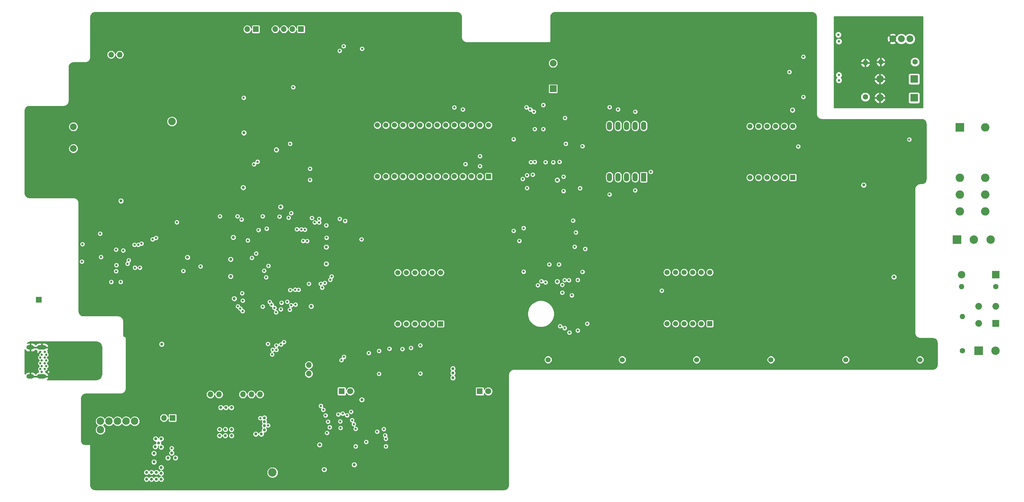
<source format=gbr>
%TF.GenerationSoftware,KiCad,Pcbnew,5.1.10-88a1d61d58~88~ubuntu20.04.1*%
%TF.CreationDate,2021-06-07T10:07:20+07:00*%
%TF.ProjectId,Schema_and_PCB,53636865-6d61-45f6-916e-645f5043422e,v0.1*%
%TF.SameCoordinates,Original*%
%TF.FileFunction,Copper,L2,Inr*%
%TF.FilePolarity,Positive*%
%FSLAX46Y46*%
G04 Gerber Fmt 4.6, Leading zero omitted, Abs format (unit mm)*
G04 Created by KiCad (PCBNEW 5.1.10-88a1d61d58~88~ubuntu20.04.1) date 2021-06-07 10:07:20*
%MOMM*%
%LPD*%
G01*
G04 APERTURE LIST*
%TA.AperFunction,ComponentPad*%
%ADD10C,0.701000*%
%TD*%
%TA.AperFunction,ComponentPad*%
%ADD11O,2.800000X1.300000*%
%TD*%
%TA.AperFunction,ComponentPad*%
%ADD12O,2.300000X1.300000*%
%TD*%
%TA.AperFunction,ComponentPad*%
%ADD13C,2.250000*%
%TD*%
%TA.AperFunction,ComponentPad*%
%ADD14C,1.755000*%
%TD*%
%TA.AperFunction,ComponentPad*%
%ADD15R,1.700000X1.700000*%
%TD*%
%TA.AperFunction,ComponentPad*%
%ADD16C,1.524000*%
%TD*%
%TA.AperFunction,ComponentPad*%
%ADD17C,2.020000*%
%TD*%
%TA.AperFunction,ComponentPad*%
%ADD18O,2.500000X2.500000*%
%TD*%
%TA.AperFunction,ComponentPad*%
%ADD19R,2.500000X2.500000*%
%TD*%
%TA.AperFunction,ComponentPad*%
%ADD20O,2.200000X2.200000*%
%TD*%
%TA.AperFunction,ComponentPad*%
%ADD21R,2.200000X2.200000*%
%TD*%
%TA.AperFunction,ComponentPad*%
%ADD22O,1.600000X1.600000*%
%TD*%
%TA.AperFunction,ComponentPad*%
%ADD23C,1.600000*%
%TD*%
%TA.AperFunction,ComponentPad*%
%ADD24C,2.500000*%
%TD*%
%TA.AperFunction,ComponentPad*%
%ADD25C,1.800000*%
%TD*%
%TA.AperFunction,ComponentPad*%
%ADD26R,1.800000X1.800000*%
%TD*%
%TA.AperFunction,ComponentPad*%
%ADD27C,1.500000*%
%TD*%
%TA.AperFunction,ComponentPad*%
%ADD28R,1.500000X1.500000*%
%TD*%
%TA.AperFunction,ComponentPad*%
%ADD29R,1.524000X2.524000*%
%TD*%
%TA.AperFunction,ComponentPad*%
%ADD30O,1.524000X2.524000*%
%TD*%
%TA.AperFunction,ComponentPad*%
%ADD31O,1.700000X1.700000*%
%TD*%
%TA.AperFunction,ComponentPad*%
%ADD32C,2.200000*%
%TD*%
%TA.AperFunction,ComponentPad*%
%ADD33C,2.000000*%
%TD*%
%TA.AperFunction,ComponentPad*%
%ADD34R,2.000000X2.000000*%
%TD*%
%TA.AperFunction,ComponentPad*%
%ADD35O,2.000000X2.000000*%
%TD*%
%TA.AperFunction,ViaPad*%
%ADD36C,0.900000*%
%TD*%
%TA.AperFunction,ViaPad*%
%ADD37C,0.700000*%
%TD*%
%TA.AperFunction,ViaPad*%
%ADD38C,0.901000*%
%TD*%
%TA.AperFunction,ViaPad*%
%ADD39C,0.701000*%
%TD*%
%TA.AperFunction,Conductor*%
%ADD40C,0.254000*%
%TD*%
%TA.AperFunction,Conductor*%
%ADD41C,0.100000*%
%TD*%
G04 APERTURE END LIST*
D10*
%TO.N,/USB/USB_GND*%
%TO.C,J1*%
X69787200Y-172768000D03*
%TO.N,/USB/USB_VBUS*%
X70237200Y-173618000D03*
%TO.N,Net-(J1-PadA5)*%
X69787200Y-174468000D03*
%TO.N,/USB/USB_D_P*%
X70237200Y-175318000D03*
%TO.N,/USB/USB_D_N*%
X69787200Y-176168000D03*
%TO.N,Net-(J1-PadA8)*%
X70237200Y-177018000D03*
%TO.N,/USB/USB_VBUS*%
X69787200Y-177868000D03*
%TO.N,/USB/USB_GND*%
X70237200Y-178718000D03*
X68887200Y-178718000D03*
%TO.N,/USB/USB_VBUS*%
X68437200Y-177868000D03*
%TO.N,Net-(J1-PadB5)*%
X68887200Y-177018000D03*
%TO.N,/USB/USB_D_P*%
X68437200Y-176168000D03*
%TO.N,/USB/USB_D_N*%
X68887200Y-175318000D03*
%TO.N,Net-(J1-PadB8)*%
X68437200Y-174468000D03*
%TO.N,/USB/USB_VBUS*%
X68887200Y-173618000D03*
%TO.N,/USB/USB_GND*%
X68437200Y-172768000D03*
D11*
X68907200Y-171418000D03*
X68907200Y-180068000D03*
D12*
X65527200Y-180068000D03*
X65527200Y-171418000D03*
%TD*%
D13*
%TO.N,Net-(BT1-Pad1)*%
%TO.C,BT1*%
X107574100Y-104279700D03*
D14*
%TO.N,GNDREF*%
X87574100Y-104279700D03*
%TD*%
D15*
%TO.N,GNDS*%
%TO.C,J12*%
X67995800Y-157290000D03*
%TD*%
D16*
%TO.N,GNDREF*%
%TO.C,SW1*%
X332207000Y-175115000D03*
%TO.N,Net-(R80-Pad2)*%
X329667000Y-175095000D03*
%TD*%
%TO.N,GNDREF*%
%TO.C,SW2*%
X310172000Y-175115000D03*
%TO.N,Net-(R81-Pad2)*%
X307632000Y-175095000D03*
%TD*%
%TO.N,GNDREF*%
%TO.C,SW3*%
X287947000Y-175115000D03*
%TO.N,Net-(R82-Pad2)*%
X285407000Y-175095000D03*
%TD*%
%TO.N,GNDREF*%
%TO.C,SW4*%
X265874000Y-175115000D03*
%TO.N,Net-(R83-Pad2)*%
X263334000Y-175095000D03*
%TD*%
%TO.N,GNDREF*%
%TO.C,SW5*%
X243802000Y-175115000D03*
%TO.N,Net-(R84-Pad2)*%
X241262000Y-175095000D03*
%TD*%
%TO.N,GNDREF*%
%TO.C,SW6*%
X221793000Y-175115000D03*
%TO.N,Net-(R85-Pad2)*%
X219253000Y-175095000D03*
%TD*%
D17*
%TO.N,/Digital_IO_analog_Inputs/COM_ENCODER*%
%TO.C,J9*%
X321564000Y-79756000D03*
%TO.N,/Digital_IO_analog_Inputs/ENCODER_IN_B*%
X324104000Y-79756000D03*
%TO.N,/Digital_IO_analog_Inputs/ENCODER_IN_A*%
X326644000Y-79756000D03*
%TD*%
D18*
%TO.N,Net-(D8-Pad2)*%
%TO.C,RL1*%
X349003000Y-106045000D03*
%TO.N,Net-(J7-Pad3)*%
X349003000Y-121045000D03*
%TO.N,Net-(J7-Pad1)*%
X349003000Y-126045000D03*
%TO.N,Net-(J7-Pad2)*%
X349003000Y-131045000D03*
X341503000Y-131045000D03*
%TO.N,Net-(J7-Pad1)*%
X341503000Y-126045000D03*
%TO.N,Net-(J7-Pad3)*%
X341503000Y-121045000D03*
D19*
%TO.N,+5V*%
X341503000Y-106045000D03*
%TD*%
D20*
%TO.N,Net-(C54-Pad2)*%
%TO.C,D5*%
X341985600Y-149860000D03*
D21*
%TO.N,Net-(C54-Pad1)*%
X352145600Y-149860000D03*
%TD*%
D20*
%TO.N,/Digital_IO_analog_Inputs/COM_ENCODER*%
%TO.C,D11*%
X317754000Y-97282000D03*
D21*
%TO.N,/Digital_IO_analog_Inputs/ENCODER_IN_A*%
X327914000Y-97282000D03*
%TD*%
D20*
%TO.N,/Digital_IO_analog_Inputs/COM_ENCODER*%
%TO.C,D12*%
X317754000Y-91694000D03*
D21*
%TO.N,/Digital_IO_analog_Inputs/ENCODER_IN_B*%
X327914000Y-91694000D03*
%TD*%
D22*
%TO.N,Net-(D4-Pad3)*%
%TO.C,R23*%
X342239600Y-162306000D03*
D23*
%TO.N,/Digital_IO_analog_Inputs/220V_Phase*%
X342239600Y-172466000D03*
%TD*%
D22*
%TO.N,Net-(C54-Pad2)*%
%TO.C,R27*%
X341985600Y-153416000D03*
D23*
%TO.N,Net-(C54-Pad1)*%
X352145600Y-153416000D03*
%TD*%
D22*
%TO.N,/Digital_IO_analog_Inputs/COM_ENCODER*%
%TO.C,R57*%
X313436000Y-86868000D03*
D23*
%TO.N,/Digital_IO_analog_Inputs/ENCODER_IN_A*%
X313436000Y-97028000D03*
%TD*%
D22*
%TO.N,/Digital_IO_analog_Inputs/COM_ENCODER*%
%TO.C,R61*%
X318008000Y-86614000D03*
D23*
%TO.N,/Digital_IO_analog_Inputs/ENCODER_IN_B*%
X328168000Y-86614000D03*
%TD*%
D24*
%TO.N,+5V*%
%TO.C,J2*%
X137410000Y-208610000D03*
D19*
%TO.N,GNDREF*%
X132410000Y-208610000D03*
%TD*%
D24*
%TO.N,/Digital_IO_analog_Inputs/LEVEL_SWITCH_AC*%
%TO.C,J5*%
X352065600Y-172466000D03*
D19*
%TO.N,/Digital_IO_analog_Inputs/220V_Phase*%
X347065600Y-172466000D03*
%TD*%
D25*
%TO.N,Net-(D1-Pad2)*%
%TO.C,D1*%
X201498000Y-184490000D03*
D26*
%TO.N,Net-(D1-Pad1)*%
X198958000Y-184490000D03*
%TD*%
D25*
%TO.N,Net-(D2-Pad2)*%
%TO.C,D2*%
X160490000Y-184464000D03*
D26*
%TO.N,Net-(D2-Pad1)*%
X157950000Y-184464000D03*
%TD*%
D27*
%TO.N,/Indicator/1C3*%
%TO.C,U2*%
X187300000Y-149187000D03*
%TO.N,/Indicator/A1*%
X184760000Y-149187000D03*
%TO.N,/Indicator/F1*%
X182220000Y-149187000D03*
%TO.N,/Indicator/1C2*%
X179680000Y-149187000D03*
%TO.N,/Indicator/1C1*%
X177140000Y-149187000D03*
%TO.N,/Indicator/B1*%
X174600000Y-149187000D03*
%TO.N,/Indicator/1C0*%
X174600000Y-164427000D03*
%TO.N,/Indicator/G1*%
X177140000Y-164427000D03*
%TO.N,/Indicator/C1*%
X179680000Y-164427000D03*
%TO.N,/Indicator/DP1*%
X182220000Y-164427000D03*
%TO.N,/Indicator/D1*%
X184760000Y-164427000D03*
D28*
%TO.N,/Indicator/E1*%
X187300000Y-164427000D03*
%TD*%
D27*
%TO.N,/Indicator/1C7*%
%TO.C,U1*%
X267259000Y-149123000D03*
%TO.N,/Indicator/A1*%
X264719000Y-149123000D03*
%TO.N,/Indicator/F1*%
X262179000Y-149123000D03*
%TO.N,/Indicator/1C6*%
X259639000Y-149123000D03*
%TO.N,/Indicator/1C5*%
X257099000Y-149123000D03*
%TO.N,/Indicator/B1*%
X254559000Y-149123000D03*
%TO.N,/Indicator/1C4*%
X254559000Y-164363000D03*
%TO.N,/Indicator/G1*%
X257099000Y-164363000D03*
%TO.N,/Indicator/C1*%
X259639000Y-164363000D03*
%TO.N,/Indicator/DP1*%
X262179000Y-164363000D03*
%TO.N,/Indicator/D1*%
X264719000Y-164363000D03*
D28*
%TO.N,/Indicator/E1*%
X267259000Y-164363000D03*
%TD*%
D27*
%TO.N,/Indicator/2C7*%
%TO.C,U7*%
X291879000Y-105702000D03*
%TO.N,/Indicator/A2*%
X289339000Y-105702000D03*
%TO.N,/Indicator/F2*%
X286799000Y-105702000D03*
%TO.N,/Indicator/2C6*%
X284259000Y-105702000D03*
%TO.N,/Indicator/2C5*%
X281719000Y-105702000D03*
%TO.N,/Indicator/B2*%
X279179000Y-105702000D03*
%TO.N,/Indicator/2C4*%
X279179000Y-120942000D03*
%TO.N,/Indicator/G2*%
X281719000Y-120942000D03*
%TO.N,/Indicator/C2*%
X284259000Y-120942000D03*
%TO.N,/Indicator/DP2*%
X286799000Y-120942000D03*
%TO.N,/Indicator/D2*%
X289339000Y-120942000D03*
D28*
%TO.N,/Indicator/E2*%
X291879000Y-120942000D03*
%TD*%
D29*
%TO.N,/Indicator/E2*%
%TO.C,U5*%
X247637000Y-120840000D03*
D30*
%TO.N,/Indicator/D2*%
X245097000Y-120840000D03*
%TO.N,/Indicator/2C3*%
X242557000Y-120840000D03*
%TO.N,/Indicator/C2*%
X240017000Y-120840000D03*
%TO.N,/Indicator/DP2*%
X237477000Y-120840000D03*
%TO.N,/Indicator/B2*%
X237477000Y-105600000D03*
%TO.N,/Indicator/A2*%
X240017000Y-105600000D03*
%TO.N,/Indicator/2C3*%
X242557000Y-105600000D03*
%TO.N,/Indicator/F2*%
X245097000Y-105600000D03*
%TO.N,/Indicator/G2*%
X247637000Y-105600000D03*
%TD*%
D27*
%TO.N,/Indicator/B2*%
%TO.C,U4*%
X168548000Y-105397000D03*
%TO.N,/Indicator/DP2*%
X168548000Y-120637000D03*
%TO.N,/Indicator/A2*%
X171088000Y-105397000D03*
%TO.N,/Indicator/C2*%
X171088000Y-120637000D03*
%TO.N,/Indicator/G2*%
X173628000Y-120637000D03*
%TO.N,/Indicator/F2*%
X173628000Y-105397000D03*
%TO.N,/Indicator/D2*%
X176168000Y-120637000D03*
%TO.N,/Indicator/2C0*%
X176168000Y-105397000D03*
%TO.N,/Indicator/2C1*%
X178708000Y-105397000D03*
%TO.N,/Indicator/E2*%
X178708000Y-120637000D03*
%TO.N,/Indicator/G2*%
X201568000Y-105397000D03*
%TO.N,/Indicator/F2*%
X199028000Y-105397000D03*
%TO.N,/Indicator/2C2*%
X196488000Y-105397000D03*
%TO.N,/Indicator/A2*%
X193948000Y-105397000D03*
%TO.N,/Indicator/B2*%
X191408000Y-105397000D03*
%TO.N,/Indicator/F2*%
X188868000Y-105397000D03*
%TO.N,/Indicator/G2*%
X186328000Y-105397000D03*
%TO.N,/Indicator/A2*%
X183788000Y-105397000D03*
%TO.N,/Indicator/B2*%
X181248000Y-105397000D03*
%TO.N,/Indicator/DP2*%
X181248000Y-120637000D03*
%TO.N,/Indicator/C2*%
X183788000Y-120637000D03*
%TO.N,/Indicator/D2*%
X186328000Y-120637000D03*
%TO.N,/Indicator/E2*%
X188868000Y-120637000D03*
%TO.N,/Indicator/DP2*%
X191408000Y-120637000D03*
%TO.N,/Indicator/C2*%
X193948000Y-120637000D03*
%TO.N,/Indicator/2C2*%
X196488000Y-120637000D03*
%TO.N,/Indicator/D2*%
X199028000Y-120637000D03*
D28*
%TO.N,/Indicator/E2*%
X201568000Y-120637000D03*
%TD*%
D31*
%TO.N,VDD_PER*%
%TO.C,JP2*%
X105181400Y-192379600D03*
D15*
%TO.N,VDD_MCU*%
X107721400Y-192379600D03*
%TD*%
D32*
%TO.N,/Digital_IO_analog_Inputs/A_CH3_FAULT*%
%TO.C,J3*%
X86334600Y-193370200D03*
%TO.N,/Digital_IO_analog_Inputs/A_CH2_FAULT*%
X86334600Y-195910200D03*
%TO.N,/Digital_IO_analog_Inputs/A_CH1_FAULT*%
X88874600Y-193370200D03*
%TO.N,GNDREF*%
X88874600Y-195910200D03*
%TO.N,/Digital_IO_analog_Inputs/ADC3_P*%
X91414600Y-193370200D03*
%TO.N,GNDREF*%
X91414600Y-195910200D03*
%TO.N,/Digital_IO_analog_Inputs/ADC2_P*%
X93954600Y-193370200D03*
%TO.N,GNDREF*%
X93954600Y-195910200D03*
%TO.N,/Digital_IO_analog_Inputs/ADC1_P*%
X96494600Y-193370200D03*
%TO.N,GNDREF*%
X96494600Y-195910200D03*
%TD*%
D33*
%TO.N,NRST*%
%TO.C,SW7*%
X78295500Y-112341800D03*
%TO.N,GNDREF*%
X73795500Y-112341800D03*
%TO.N,NRST*%
X78295500Y-105841800D03*
%TO.N,GNDREF*%
X73795500Y-105841800D03*
%TD*%
D31*
%TO.N,VDD_MCU*%
%TO.C,JP3*%
X92049600Y-84442300D03*
%TO.N,Net-(JP3-Pad2)*%
X89509600Y-84442300D03*
D15*
%TO.N,GNDREF*%
X86969600Y-84442300D03*
%TD*%
D31*
%TO.N,/Microcontroller/SWO*%
%TO.C,J16*%
X128625600Y-185394600D03*
%TO.N,/Microcontroller/SWDIO*%
X131165600Y-185394600D03*
%TO.N,/Microcontroller/SWCLK*%
X133705600Y-185394600D03*
D15*
%TO.N,GNDREF*%
X136245600Y-185394600D03*
%TD*%
D31*
%TO.N,/Microcontroller/SPI4_MOSI*%
%TO.C,J17*%
X138252200Y-76860400D03*
%TO.N,/Microcontroller/SPI4_MISO*%
X140792200Y-76860400D03*
%TO.N,/Microcontroller/SPI4_NSS*%
X143332200Y-76860400D03*
D15*
%TO.N,/Microcontroller/SPI4_SCK*%
X145872200Y-76860400D03*
%TD*%
D31*
%TO.N,GNDREF*%
%TO.C,J13*%
X127381000Y-76873100D03*
%TO.N,/Microcontroller/I2C2_SCL*%
X129921000Y-76873100D03*
D15*
%TO.N,/Microcontroller/I2C2_SDA*%
X132461000Y-76873100D03*
%TD*%
D31*
%TO.N,/Microcontroller/BOOT0_RX*%
%TO.C,J14*%
X148196300Y-176695100D03*
%TO.N,/Microcontroller/BOOT0_TX*%
X148196300Y-179235100D03*
D15*
%TO.N,GNDREF*%
X148196300Y-181775100D03*
%TD*%
D31*
%TO.N,/Microcontroller/USART2_RX*%
%TO.C,J15*%
X118986300Y-185407300D03*
%TO.N,/Microcontroller/USART2_TX*%
X121526300Y-185407300D03*
D15*
%TO.N,GNDREF*%
X124066300Y-185407300D03*
%TD*%
D34*
%TO.N,/Digital_IO_analog_Inputs/LEVEL_SWITCH_AC*%
%TO.C,D4*%
X352145600Y-164338000D03*
D35*
%TO.N,Net-(D4-Pad3)*%
X347065600Y-159258000D03*
%TO.N,Net-(C54-Pad1)*%
X352145600Y-159258000D03*
%TO.N,Net-(C54-Pad2)*%
X347065600Y-164338000D03*
%TD*%
D33*
%TO.N,Net-(LS1-Pad2)*%
%TO.C,LS1*%
X220726000Y-86964200D03*
D34*
%TO.N,+5V*%
X220726000Y-94564200D03*
%TD*%
D19*
%TO.N,Net-(J7-Pad1)*%
%TO.C,J7*%
X340614000Y-139446000D03*
D24*
%TO.N,Net-(J7-Pad2)*%
X345614000Y-139446000D03*
%TO.N,Net-(J7-Pad3)*%
X350614000Y-139446000D03*
%TD*%
D36*
%TO.N,GNDREF*%
X127574040Y-193697860D03*
D37*
X98107500Y-143471900D03*
X99707500Y-143471900D03*
X98107500Y-145071900D03*
X99707500Y-145071900D03*
D38*
X90220800Y-134378700D03*
D39*
X102158800Y-156248100D03*
D38*
X103428800Y-152006300D03*
X111252000Y-143548100D03*
D36*
X97205800Y-179781200D03*
X98069400Y-170789600D03*
X96774000Y-164033200D03*
D38*
X96012000Y-127939800D03*
X96088200Y-134366000D03*
X96240600Y-152044400D03*
D37*
X147320000Y-154000200D03*
X133832600Y-116967000D03*
X138988800Y-116967000D03*
D36*
X155117800Y-146608800D03*
X148910000Y-160957300D03*
X121920000Y-156921200D03*
X121767600Y-153593800D03*
D38*
X121767600Y-148996400D03*
X121843800Y-143967200D03*
D37*
X121894600Y-141605000D03*
D38*
X121894600Y-146532600D03*
D37*
X187198000Y-207594200D03*
X183057800Y-207594200D03*
X176834800Y-204673200D03*
X174040800Y-201904600D03*
D36*
X168503600Y-185877200D03*
X165023800Y-183032400D03*
X166700200Y-192887600D03*
X157556200Y-200634600D03*
D37*
X173964600Y-194665600D03*
X162077400Y-199059800D03*
D36*
X167436800Y-198475600D03*
X172897800Y-180797200D03*
X151434800Y-202057000D03*
X133477000Y-194691000D03*
X129286000Y-196672200D03*
X125501400Y-201422000D03*
X98473260Y-204866240D03*
X140335000Y-194411600D03*
D38*
X126873000Y-131165600D03*
D36*
X127076200Y-127558800D03*
D37*
X134645400Y-128092200D03*
X137185400Y-115925600D03*
X130581400Y-97256600D03*
D36*
X130657300Y-107696300D03*
D37*
X153365200Y-127609600D03*
X153365200Y-130860800D03*
X216357200Y-172618400D03*
X238810800Y-172618400D03*
X260350000Y-172516800D03*
X305054000Y-172466000D03*
X326999600Y-172516800D03*
X282651200Y-172567600D03*
D36*
X330504800Y-113487200D03*
D38*
X296621200Y-84480400D03*
X297027600Y-96469200D03*
D36*
X320192400Y-123190000D03*
X323646800Y-154381200D03*
X327202800Y-154381200D03*
X224180400Y-137261600D03*
D37*
X187655200Y-190677800D03*
D36*
X227863400Y-94564200D03*
D37*
X207645000Y-93903800D03*
D36*
X222885000Y-106527600D03*
X216535000Y-106527600D03*
X217297000Y-122453400D03*
D37*
X154609800Y-121589800D03*
X154609800Y-118364000D03*
X137096500Y-138099800D03*
X140347700Y-136512300D03*
D36*
X155117800Y-141630400D03*
X147688300Y-143484600D03*
X130898900Y-129425700D03*
D38*
X120281700Y-134239000D03*
D37*
X159943800Y-143484600D03*
X86296500Y-152323800D03*
X167652700Y-204508100D03*
X194716400Y-159804100D03*
X168211500Y-133997700D03*
X181356000Y-140944600D03*
X194665600Y-164541200D03*
X169753280Y-104195880D03*
X221665800Y-102641400D03*
X169875200Y-118922800D03*
X172466000Y-118922800D03*
X177558700Y-119519700D03*
X179578000Y-118960900D03*
X182537100Y-121869200D03*
X183794400Y-118960900D03*
X187998100Y-118960900D03*
X192697100Y-118986300D03*
X262712200Y-120916700D03*
X233057700Y-119900700D03*
X136436100Y-121551700D03*
X137109200Y-111023400D03*
X239788700Y-159943800D03*
X239763300Y-151396700D03*
X198653400Y-148945600D03*
X198628000Y-145529300D03*
X206019400Y-139928600D03*
X185661300Y-146304000D03*
X256743200Y-145796000D03*
D36*
X128778200Y-208610000D03*
X123507700Y-208610000D03*
X121564600Y-208610000D03*
X119583400Y-208610000D03*
X113385600Y-208600040D03*
X114947900Y-208610000D03*
X117322800Y-208610000D03*
X110647480Y-210291680D03*
X110668000Y-208559200D03*
D37*
X137706100Y-151638000D03*
X145288000Y-122199400D03*
X95631000Y-190474600D03*
X98107500Y-190474600D03*
X91567000Y-190474600D03*
X131191000Y-137020300D03*
X145008600Y-148272500D03*
X96443800Y-139534900D03*
X102057200Y-147459700D03*
X102171500Y-141655800D03*
X159880300Y-203962000D03*
X197802500Y-181229000D03*
D36*
X125387300Y-208610000D03*
X127190700Y-208610000D03*
X129024380Y-193697860D03*
X146176800Y-190932000D03*
D37*
X157378400Y-196342000D03*
D38*
X125145800Y-135966200D03*
D37*
X81125060Y-150655020D03*
X81419700Y-136298940D03*
X156903420Y-175541940D03*
X161836100Y-202049380D03*
X177822860Y-160149540D03*
X135356600Y-154335480D03*
X135839200Y-162433000D03*
X133045200Y-126593600D03*
D36*
X141274800Y-129692400D03*
D37*
X143535400Y-95834200D03*
D36*
X155067000Y-135153400D03*
D37*
X172389800Y-102463600D03*
X185166000Y-102616000D03*
X192760600Y-102514400D03*
X231292400Y-121615200D03*
X284073600Y-123698000D03*
D38*
X293649400Y-84429600D03*
D36*
X218109800Y-137287000D03*
X220218000Y-151866600D03*
D37*
X239801400Y-163398200D03*
X239776000Y-165074600D03*
X89598500Y-157010100D03*
D36*
X87795100Y-144703800D03*
D37*
X99364800Y-151752300D03*
X217944700Y-146913600D03*
X137744200Y-127266700D03*
D38*
X293624000Y-96469200D03*
D39*
X177388520Y-104188260D03*
X139938760Y-162039300D03*
D38*
X113388140Y-210284060D03*
X114945160Y-210284060D03*
X117307360Y-210312000D03*
X119613680Y-210294220D03*
X121577100Y-210301840D03*
X123497340Y-210337400D03*
X125389640Y-210337400D03*
X127213360Y-210365340D03*
X128790700Y-210400900D03*
X117586760Y-195755260D03*
X119827040Y-193634360D03*
D39*
X140482320Y-180908960D03*
X143309340Y-184000140D03*
X143570960Y-180581300D03*
X134523480Y-165887400D03*
D36*
%TO.N,+5V*%
X221945200Y-151866600D03*
X190958601Y-180465599D03*
X221970600Y-121691400D03*
D37*
X220751400Y-116408200D03*
X222453200Y-146761200D03*
D36*
X190957200Y-177723800D03*
X190957873Y-179043927D03*
%TO.N,VDD_PER*%
X104521000Y-170459400D03*
D38*
X92405200Y-127914400D03*
D36*
X106349600Y-204267000D03*
X108584800Y-204267000D03*
D38*
X107462320Y-202813920D03*
D36*
X102235000Y-205486000D03*
X102209600Y-202920600D03*
D39*
X107462320Y-201378820D03*
D38*
X104368600Y-198600060D03*
X103583740Y-199867520D03*
X104376220Y-201074020D03*
X102712520Y-198600060D03*
X102608380Y-200941940D03*
X100002340Y-208554320D03*
X101480620Y-208574640D03*
X104366060Y-207126840D03*
X104355900Y-208848960D03*
X104366060Y-210571080D03*
X102913180Y-210571080D03*
X101460300Y-210571080D03*
X100007420Y-210571080D03*
X102918260Y-208584800D03*
%TO.N,VDD_MCU*%
X112179100Y-144665700D03*
D37*
X110921800Y-148691600D03*
D39*
X108991400Y-134213600D03*
D36*
X153365200Y-146608800D03*
X148907500Y-159207200D03*
X126060200Y-156921200D03*
X124968000Y-150317200D03*
X161696400Y-206298800D03*
X151409400Y-200355200D03*
D39*
X133779260Y-192455800D03*
D36*
X134992600Y-193505600D03*
D39*
X136110200Y-194623200D03*
D36*
X134983220Y-194708780D03*
X128701800Y-123926600D03*
X138582400Y-112699800D03*
D37*
X128854200Y-97231200D03*
D36*
X128930400Y-107670600D03*
D37*
X151257000Y-133197600D03*
X169062400Y-179298600D03*
X181317900Y-179171600D03*
D36*
X153390600Y-141605000D03*
X135006080Y-192369440D03*
D37*
X157581600Y-195389500D03*
D38*
X125755400Y-138722100D03*
D37*
X148564600Y-118338600D03*
X148564600Y-121666000D03*
X134475759Y-132474239D03*
X142547340Y-160213040D03*
D36*
X139852400Y-129667000D03*
D37*
X143535400Y-94107000D03*
X153390600Y-135178800D03*
D38*
X124975620Y-145270220D03*
D39*
X134510780Y-159311340D03*
D38*
X152745440Y-207738980D03*
X122049540Y-189313820D03*
X123591320Y-189313820D03*
X125222000Y-189313820D03*
X121671080Y-195803520D03*
X123418600Y-195803520D03*
X125222000Y-195826380D03*
X125234700Y-197647560D03*
X123380500Y-197634860D03*
X121671080Y-197634860D03*
X134983220Y-195953380D03*
X132425440Y-197190360D03*
X134084060Y-197190360D03*
D37*
%TO.N,/Buttons/Button_Plus*%
X165989000Y-173113700D03*
X137312400Y-173507400D03*
X136575800Y-157904180D03*
%TO.N,/Buttons/Button_Minus*%
X169059860Y-172473300D03*
X137144760Y-158689040D03*
D39*
X137464800Y-172130720D03*
D37*
%TO.N,/Buttons/Button_Emh*%
X181282340Y-170793380D03*
X140807440Y-169834560D03*
X140103860Y-158150560D03*
%TO.N,/Buttons/Button_Clock*%
X178513740Y-171568390D03*
X139915900Y-170548540D03*
X139878599Y-160103820D03*
%TO.N,/Buttons/Button_pH*%
X175953059Y-171928121D03*
X138444760Y-161010600D03*
D39*
X138526520Y-170845480D03*
D37*
%TO.N,/Buttons/Button_Func*%
X172118020Y-171823300D03*
X138559540Y-172161200D03*
D39*
X137990580Y-159687260D03*
D37*
%TO.N,/LAN/RD_P*%
X90967560Y-142384780D03*
D39*
X94376240Y-146573240D03*
D37*
%TO.N,/LAN/TD_N*%
X86512400Y-144564100D03*
X90957400Y-148767800D03*
D39*
X91033600Y-146992340D03*
D37*
%TO.N,/LAN/RD_N*%
X93064900Y-142623540D03*
D39*
X94678500Y-145539460D03*
D37*
%TO.N,Net-(J4-Pad1)*%
X162077400Y-195630800D03*
D39*
X170446700Y-195689220D03*
D37*
%TO.N,Net-(J4-Pad2)*%
X170855640Y-197563740D03*
D39*
X165209220Y-199524620D03*
D37*
%TO.N,Net-(J4-Pad3)*%
X171043600Y-198602600D03*
D39*
X168483280Y-196466460D03*
D37*
%TO.N,Net-(J4-Pad5)*%
X162102800Y-200837800D03*
X171069000Y-200837800D03*
%TO.N,Net-(J11-Pad10)*%
X86207600Y-137629900D03*
X98032600Y-147739600D03*
%TO.N,/Microcontroller/I2C2_SCL*%
X142176500Y-132892800D03*
%TO.N,/Microcontroller/I2C2_SDA*%
X142951200Y-131546600D03*
%TO.N,/Microcontroller/BOOT0_TX*%
X144129760Y-154277060D03*
%TO.N,/Microcontroller/BOOT0_RX*%
X145158460Y-154325320D03*
%TO.N,/Microcontroller/USART2_RX*%
X134929880Y-148656040D03*
%TO.N,/Microcontroller/USART2_TX*%
X135528598Y-150596600D03*
%TO.N,/Microcontroller/SWO*%
X136061399Y-170412359D03*
X136184640Y-147190460D03*
D39*
%TO.N,/Microcontroller/SPI4_MOSI*%
X144668240Y-136321800D03*
%TO.N,/Microcontroller/SPI4_MISO*%
X145989040Y-136367520D03*
D37*
%TO.N,/Microcontroller/SPI4_NSS*%
X147015200Y-136431020D03*
%TO.N,/Microcontroller/SPI4_SCK*%
X149098000Y-132943600D03*
%TO.N,Net-(BT1-Pad1)*%
X157353000Y-133197600D03*
X157353000Y-83302400D03*
%TO.N,/Indicator/WEST_SKIP_LED*%
X151231600Y-134289800D03*
X158635700Y-174241460D03*
%TO.N,/Indicator/EAST_SKIP_LED*%
X149936200Y-134277100D03*
X157850840Y-175242220D03*
%TO.N,Net-(R6-Pad2)*%
X219583000Y-146761200D03*
%TO.N,Net-(R8-Pad2)*%
X218465400Y-116382800D03*
%TO.N,/MCU_Power_supply_clocking/BOOT0*%
X164007001Y-82652399D03*
X163830000Y-139293600D03*
%TO.N,/Storage_and_memory/QUADPSI_BK1_IO3*%
X139496800Y-132537200D03*
X132943600Y-116255800D03*
%TO.N,/Storage_and_memory/QUADPSI_BK1_IO0*%
X131902200Y-117017800D03*
X135681720Y-136141460D03*
%TO.N,Net-(R56-Pad2)*%
X305587400Y-92036900D03*
%TO.N,Net-(R60-Pad2)*%
X305562000Y-80505300D03*
%TO.N,/LAN/RMII_MDIO*%
X128244600Y-133426200D03*
X102834440Y-138904980D03*
%TO.N,/LAN/RMII_REF_CLK*%
X127000000Y-132435600D03*
X121767600Y-132435600D03*
%TO.N,/Indicator/SPI6_MOSI*%
X227495100Y-137248900D03*
D39*
X226641660Y-133720840D03*
D37*
%TO.N,/Indicator/SPI6_CS*%
X208991200Y-109556400D03*
X210667600Y-139776200D03*
X208991200Y-136804400D03*
%TO.N,/Indicator/SPI6_SCK*%
X211683600Y-121361200D03*
X211963000Y-148920200D03*
X211983599Y-135986799D03*
%TO.N,Net-(TP4-Pad1)*%
X229438200Y-111658400D03*
X229440000Y-148998200D03*
%TO.N,/Indicator/E1*%
X224155000Y-151434800D03*
X224155000Y-165684200D03*
%TO.N,/Indicator/D1*%
X228067003Y-151395203D03*
X228071511Y-166413011D03*
%TO.N,/Indicator/DP1*%
X225425000Y-151460200D03*
X225552000Y-166979600D03*
%TO.N,/Indicator/C1*%
X223443800Y-152831800D03*
X223443800Y-155158200D03*
%TO.N,/Indicator/G1*%
X222783100Y-165113000D03*
X218465400Y-152095200D03*
%TO.N,/Indicator/1C4*%
X230225600Y-142163800D03*
X230861000Y-164363000D03*
%TO.N,/Indicator/B1*%
X217246200Y-151790400D03*
X216179400Y-152958800D03*
X252984000Y-154559000D03*
%TO.N,/Indicator/1C0*%
X227101400Y-141503400D03*
X226288600Y-155956000D03*
%TO.N,/Indicator/D2*%
X245084600Y-124739400D03*
X199034400Y-117558201D03*
X199034400Y-114604800D03*
%TO.N,/Indicator/C2*%
X223824800Y-120675400D03*
X222605600Y-116281200D03*
X223824800Y-124968000D03*
X194716400Y-116958201D03*
%TO.N,/Indicator/DP2*%
X237477300Y-125984000D03*
%TO.N,/Indicator/B2*%
X191414400Y-100127601D03*
X237490000Y-100061000D03*
X214680800Y-120091200D03*
X212799600Y-100077600D03*
%TO.N,/Indicator/A2*%
X193954400Y-100727600D03*
X214122000Y-116357400D03*
X240004600Y-100711000D03*
X213944200Y-100711000D03*
%TO.N,/Indicator/G2*%
X212979000Y-120243600D03*
D39*
X249732800Y-119240300D03*
D37*
X212979000Y-124103412D03*
%TO.N,/Indicator/F2*%
X245103799Y-101377601D03*
X215265000Y-116331199D03*
X215001961Y-101377601D03*
%TO.N,/Indicator/2C4*%
X224510600Y-110921800D03*
X228727000Y-124125410D03*
%TO.N,/Indicator/2C7*%
X217805000Y-106527600D03*
X217805000Y-99411000D03*
%TO.N,/Indicator/2C5*%
X224258722Y-103227722D03*
X215265000Y-106527600D03*
%TO.N,/LAN/RMII_TX_EN*%
X116027200Y-147370800D03*
X98501200Y-140589000D03*
%TO.N,/Microcontroller/SDMMC1_D2*%
X154406600Y-195168001D03*
X152146000Y-153670000D03*
%TO.N,/Microcontroller/SDMMC1_D3*%
X151744680Y-188815980D03*
X148209000Y-152501600D03*
%TO.N,/Microcontroller/SDMMC1_CK*%
X151726900Y-152501600D03*
X152488900Y-189979300D03*
%TO.N,/Microcontroller/SDMMC1_CMD*%
X156946600Y-191338200D03*
X152952410Y-152266610D03*
%TO.N,/Microcontroller/QUADSPI_BK1_NCS*%
X147701000Y-139801600D03*
X142646400Y-110921800D03*
%TO.N,/Microcontroller/SDMMC1_CKIN*%
X146507200Y-139776200D03*
X153578634Y-196839766D03*
%TO.N,/LAN/RMII_MDC*%
X101830035Y-139320435D03*
X130070034Y-139620434D03*
%TO.N,/LAN/RMII_TXD0*%
X97536000Y-140944600D03*
X128371600Y-155346400D03*
%TO.N,/LAN/RMII_TXD1*%
X96443800Y-140944600D03*
X128574800Y-157530800D03*
%TO.N,/Microcontroller/SDMMC1_D0*%
X153898600Y-193497200D03*
X142968082Y-158874687D03*
%TO.N,/Microcontroller/SDMMC1_D1*%
X153152400Y-191643000D03*
X144244060Y-158699200D03*
%TO.N,/Microcontroller/SD_CARD_INS*%
X154559000Y-151320500D03*
D39*
X159575500Y-191602360D03*
D37*
%TO.N,/Microcontroller/SD_CARD_CS*%
X160741360Y-190573660D03*
D39*
X154940000Y-150340060D03*
D37*
%TO.N,/Microcontroller/SDMMC1_CDIR*%
X153441400Y-138850000D03*
X158247080Y-191089280D03*
%TO.N,/Microcontroller/SDMMC1_D0DIR*%
X161544000Y-194233800D03*
D39*
X141792960Y-157881320D03*
D37*
%TO.N,/Microcontroller/SDMMC1_D123DIR*%
X161036000Y-193042540D03*
X157497780Y-193431160D03*
X142671800Y-154368500D03*
%TO.N,/Digital_IO_analog_Inputs/ADC1_P*%
X132562600Y-143522700D03*
%TO.N,/Digital_IO_analog_Inputs/ADC2_P*%
X131279900Y-144843500D03*
%TO.N,/Digital_IO_analog_Inputs/ADC3_P*%
X133261100Y-136555480D03*
%TO.N,/Digital_IO_analog_Inputs/A_CH2_FAULT*%
X127127000Y-159232600D03*
%TO.N,/Digital_IO_analog_Inputs/A_CH3_FAULT*%
X127838200Y-159918400D03*
%TO.N,/Digital_IO_analog_Inputs/SKIP_N_UNLOADED_REL*%
X326466200Y-109651800D03*
X293494700Y-111709200D03*
%TO.N,/Digital_IO_analog_Inputs/SKIP_N_UNLOADED_BEEPER*%
X158546800Y-81902300D03*
X158978600Y-133858000D03*
%TO.N,/Digital_IO_analog_Inputs/ENCODER_A*%
X295046400Y-97015300D03*
D38*
X291795200Y-100914200D03*
D37*
%TO.N,/Digital_IO_analog_Inputs/ENCODER_B*%
X295046400Y-85064600D03*
X290855400Y-89585800D03*
%TO.N,/Digital_IO_analog_Inputs/A_CH1_FAULT*%
X128524000Y-160655000D03*
D36*
%TO.N,Net-(C51-Pad1)*%
X163918900Y-186982100D03*
X312940700Y-123190000D03*
X321919600Y-150507700D03*
%TO.N,/USB/USB_GND*%
X76758800Y-173786800D03*
X74066400Y-180213000D03*
X83134200Y-171856400D03*
X83134200Y-179476400D03*
X76987400Y-171424600D03*
X74117200Y-175209200D03*
D39*
X73149460Y-170855640D03*
D37*
%TO.N,/LAN/LAN_PWR*%
X80975200Y-140741400D03*
X89535000Y-151968200D03*
X92354400Y-151968200D03*
X96558100Y-147751399D03*
X80810100Y-145910300D03*
%TO.N,/Digital_IO_analog_Inputs/ENCODER_IN_A*%
X305574700Y-90474800D03*
D38*
%TO.N,/Digital_IO_analog_Inputs/COM_ENCODER*%
X304952400Y-93319600D03*
D36*
X312407300Y-80302100D03*
D38*
X305003200Y-81686400D03*
X307594000Y-98755200D03*
D37*
%TO.N,/Digital_IO_analog_Inputs/ENCODER_IN_B*%
X305396900Y-78524100D03*
%TD*%
D40*
%TO.N,/USB/USB_GND*%
X85156201Y-169707960D02*
X85417760Y-169764338D01*
X85668616Y-169857418D01*
X85903634Y-169985290D01*
X86118045Y-170145362D01*
X86307446Y-170334347D01*
X86467984Y-170548399D01*
X86596378Y-170783146D01*
X86690006Y-171033787D01*
X86746960Y-171295222D01*
X86766400Y-171566652D01*
X86766400Y-179199070D01*
X86747015Y-179470104D01*
X86690219Y-179731193D01*
X86596844Y-179981540D01*
X86468795Y-180216045D01*
X86308676Y-180429938D01*
X86119738Y-180618876D01*
X85905845Y-180778995D01*
X85671340Y-180907044D01*
X85420993Y-181000419D01*
X85159904Y-181057215D01*
X84888870Y-181076600D01*
X70460676Y-181076600D01*
X70476705Y-181065882D01*
X70655636Y-180886830D01*
X70796197Y-180676311D01*
X70892987Y-180442415D01*
X70900299Y-180393471D01*
X70776267Y-180195000D01*
X69034200Y-180195000D01*
X69034200Y-180215000D01*
X68780200Y-180215000D01*
X68780200Y-180195000D01*
X65654200Y-180195000D01*
X65654200Y-180215000D01*
X65400200Y-180215000D01*
X65400200Y-180195000D01*
X65380200Y-180195000D01*
X65380200Y-179941000D01*
X65400200Y-179941000D01*
X65400200Y-178783000D01*
X64900200Y-178783000D01*
X64651949Y-178832467D01*
X64418119Y-178929415D01*
X64207695Y-179070118D01*
X64028764Y-179249170D01*
X63932947Y-179392675D01*
X63919100Y-179199070D01*
X63919100Y-172072586D01*
X64028764Y-172236830D01*
X64207695Y-172415882D01*
X64418119Y-172556585D01*
X64651949Y-172653533D01*
X64900200Y-172703000D01*
X65400200Y-172703000D01*
X65400200Y-171545000D01*
X65654200Y-171545000D01*
X65654200Y-172703000D01*
X66154200Y-172703000D01*
X66402451Y-172653533D01*
X66636281Y-172556585D01*
X66846705Y-172415882D01*
X67025636Y-172236830D01*
X67092200Y-172137137D01*
X67158764Y-172236830D01*
X67337695Y-172415882D01*
X67483567Y-172513421D01*
X67452597Y-172662226D01*
X67450880Y-172856345D01*
X67487067Y-173047069D01*
X67559767Y-173227069D01*
X67568024Y-173242513D01*
X67766324Y-173259271D01*
X68257595Y-172768000D01*
X68243453Y-172753858D01*
X68294310Y-172703000D01*
X68580090Y-172703000D01*
X68630948Y-172753858D01*
X68616805Y-172768000D01*
X68630948Y-172782143D01*
X68451343Y-172961748D01*
X68437200Y-172947605D01*
X67945929Y-173438876D01*
X67962687Y-173637176D01*
X68110791Y-173700063D01*
X68122108Y-173756955D01*
X68068916Y-173778988D01*
X67941573Y-173864076D01*
X67833276Y-173972373D01*
X67748188Y-174099716D01*
X67689579Y-174241212D01*
X67659700Y-174391423D01*
X67659700Y-174544577D01*
X67689579Y-174694788D01*
X67748188Y-174836284D01*
X67833276Y-174963627D01*
X67941573Y-175071924D01*
X68068916Y-175157012D01*
X68122108Y-175179045D01*
X68109700Y-175241423D01*
X68109700Y-175394577D01*
X68122108Y-175456955D01*
X68068916Y-175478988D01*
X67941573Y-175564076D01*
X67833276Y-175672373D01*
X67748188Y-175799716D01*
X67689579Y-175941212D01*
X67659700Y-176091423D01*
X67659700Y-176244577D01*
X67689579Y-176394788D01*
X67748188Y-176536284D01*
X67833276Y-176663627D01*
X67941573Y-176771924D01*
X68068916Y-176857012D01*
X68122108Y-176879045D01*
X68109700Y-176941423D01*
X68109700Y-177094577D01*
X68122108Y-177156955D01*
X68068916Y-177178988D01*
X67941573Y-177264076D01*
X67833276Y-177372373D01*
X67748188Y-177499716D01*
X67689579Y-177641212D01*
X67659700Y-177791423D01*
X67659700Y-177944577D01*
X67689579Y-178094788D01*
X67748188Y-178236284D01*
X67833276Y-178363627D01*
X67933481Y-178463832D01*
X67902597Y-178612226D01*
X67900880Y-178806345D01*
X67901323Y-178808680D01*
X67781949Y-178832467D01*
X67548119Y-178929415D01*
X67337695Y-179070118D01*
X67158764Y-179249170D01*
X67092200Y-179348863D01*
X67025636Y-179249170D01*
X66846705Y-179070118D01*
X66636281Y-178929415D01*
X66402451Y-178832467D01*
X66154200Y-178783000D01*
X65654200Y-178783000D01*
X65654200Y-179941000D01*
X68780200Y-179941000D01*
X68780200Y-179702348D01*
X68781426Y-179702603D01*
X68975545Y-179704320D01*
X69034200Y-179693191D01*
X69034200Y-179941000D01*
X70776267Y-179941000D01*
X70900299Y-179742529D01*
X70892987Y-179693585D01*
X70796197Y-179459689D01*
X70655636Y-179249170D01*
X70476705Y-179070118D01*
X70274517Y-178934922D01*
X70237200Y-178897605D01*
X70223237Y-178911568D01*
X70222624Y-178911314D01*
X70043453Y-178732143D01*
X70057595Y-178718000D01*
X70416805Y-178718000D01*
X70908076Y-179209271D01*
X71106376Y-179192513D01*
X71182248Y-179013828D01*
X71221803Y-178823774D01*
X71223520Y-178629655D01*
X71187333Y-178438931D01*
X71114633Y-178258931D01*
X71106376Y-178243487D01*
X70908076Y-178226729D01*
X70416805Y-178718000D01*
X70057595Y-178718000D01*
X70043453Y-178703858D01*
X70223058Y-178524253D01*
X70237200Y-178538395D01*
X70728471Y-178047124D01*
X70711713Y-177848824D01*
X70563609Y-177785937D01*
X70552292Y-177729045D01*
X70605484Y-177707012D01*
X70732827Y-177621924D01*
X70841124Y-177513627D01*
X70926212Y-177386284D01*
X70984821Y-177244788D01*
X71014700Y-177094577D01*
X71014700Y-176941423D01*
X70984821Y-176791212D01*
X70926212Y-176649716D01*
X70841124Y-176522373D01*
X70732827Y-176414076D01*
X70605484Y-176328988D01*
X70552292Y-176306955D01*
X70564700Y-176244577D01*
X70564700Y-176091423D01*
X70552292Y-176029045D01*
X70605484Y-176007012D01*
X70732827Y-175921924D01*
X70841124Y-175813627D01*
X70926212Y-175686284D01*
X70984821Y-175544788D01*
X71014700Y-175394577D01*
X71014700Y-175241423D01*
X70984821Y-175091212D01*
X70926212Y-174949716D01*
X70841124Y-174822373D01*
X70732827Y-174714076D01*
X70605484Y-174628988D01*
X70552292Y-174606955D01*
X70564700Y-174544577D01*
X70564700Y-174391423D01*
X70552292Y-174329045D01*
X70605484Y-174307012D01*
X70732827Y-174221924D01*
X70841124Y-174113627D01*
X70926212Y-173986284D01*
X70984821Y-173844788D01*
X71014700Y-173694577D01*
X71014700Y-173541423D01*
X70984821Y-173391212D01*
X70926212Y-173249716D01*
X70841124Y-173122373D01*
X70740919Y-173022168D01*
X70771803Y-172873774D01*
X70773520Y-172679655D01*
X70737333Y-172488931D01*
X70664633Y-172308931D01*
X70656376Y-172293487D01*
X70603484Y-172289017D01*
X70655636Y-172236830D01*
X70796197Y-172026311D01*
X70892987Y-171792415D01*
X70900299Y-171743471D01*
X70776267Y-171545000D01*
X69034200Y-171545000D01*
X69034200Y-171565000D01*
X68780200Y-171565000D01*
X68780200Y-171545000D01*
X65654200Y-171545000D01*
X65400200Y-171545000D01*
X65380200Y-171545000D01*
X65380200Y-171291000D01*
X65400200Y-171291000D01*
X65400200Y-170133000D01*
X65654200Y-170133000D01*
X65654200Y-171291000D01*
X68780200Y-171291000D01*
X68780200Y-170133000D01*
X69034200Y-170133000D01*
X69034200Y-171291000D01*
X70776267Y-171291000D01*
X70900299Y-171092529D01*
X70892987Y-171043585D01*
X70796197Y-170809689D01*
X70655636Y-170599170D01*
X70476705Y-170420118D01*
X70266281Y-170279415D01*
X70032451Y-170182467D01*
X69784200Y-170133000D01*
X69034200Y-170133000D01*
X68780200Y-170133000D01*
X68030200Y-170133000D01*
X67781949Y-170182467D01*
X67548119Y-170279415D01*
X67337695Y-170420118D01*
X67158764Y-170599170D01*
X67092200Y-170698863D01*
X67025636Y-170599170D01*
X66846705Y-170420118D01*
X66636281Y-170279415D01*
X66402451Y-170182467D01*
X66154200Y-170133000D01*
X65654200Y-170133000D01*
X65400200Y-170133000D01*
X64900200Y-170133000D01*
X64651949Y-170182467D01*
X64515384Y-170239088D01*
X64564060Y-170190305D01*
X64777449Y-170030131D01*
X65011442Y-169901906D01*
X65261275Y-169808239D01*
X65521884Y-169751028D01*
X65792505Y-169731102D01*
X84884746Y-169689118D01*
X85156201Y-169707960D01*
%TA.AperFunction,Conductor*%
D41*
G36*
X85156201Y-169707960D02*
G01*
X85417760Y-169764338D01*
X85668616Y-169857418D01*
X85903634Y-169985290D01*
X86118045Y-170145362D01*
X86307446Y-170334347D01*
X86467984Y-170548399D01*
X86596378Y-170783146D01*
X86690006Y-171033787D01*
X86746960Y-171295222D01*
X86766400Y-171566652D01*
X86766400Y-179199070D01*
X86747015Y-179470104D01*
X86690219Y-179731193D01*
X86596844Y-179981540D01*
X86468795Y-180216045D01*
X86308676Y-180429938D01*
X86119738Y-180618876D01*
X85905845Y-180778995D01*
X85671340Y-180907044D01*
X85420993Y-181000419D01*
X85159904Y-181057215D01*
X84888870Y-181076600D01*
X70460676Y-181076600D01*
X70476705Y-181065882D01*
X70655636Y-180886830D01*
X70796197Y-180676311D01*
X70892987Y-180442415D01*
X70900299Y-180393471D01*
X70776267Y-180195000D01*
X69034200Y-180195000D01*
X69034200Y-180215000D01*
X68780200Y-180215000D01*
X68780200Y-180195000D01*
X65654200Y-180195000D01*
X65654200Y-180215000D01*
X65400200Y-180215000D01*
X65400200Y-180195000D01*
X65380200Y-180195000D01*
X65380200Y-179941000D01*
X65400200Y-179941000D01*
X65400200Y-178783000D01*
X64900200Y-178783000D01*
X64651949Y-178832467D01*
X64418119Y-178929415D01*
X64207695Y-179070118D01*
X64028764Y-179249170D01*
X63932947Y-179392675D01*
X63919100Y-179199070D01*
X63919100Y-172072586D01*
X64028764Y-172236830D01*
X64207695Y-172415882D01*
X64418119Y-172556585D01*
X64651949Y-172653533D01*
X64900200Y-172703000D01*
X65400200Y-172703000D01*
X65400200Y-171545000D01*
X65654200Y-171545000D01*
X65654200Y-172703000D01*
X66154200Y-172703000D01*
X66402451Y-172653533D01*
X66636281Y-172556585D01*
X66846705Y-172415882D01*
X67025636Y-172236830D01*
X67092200Y-172137137D01*
X67158764Y-172236830D01*
X67337695Y-172415882D01*
X67483567Y-172513421D01*
X67452597Y-172662226D01*
X67450880Y-172856345D01*
X67487067Y-173047069D01*
X67559767Y-173227069D01*
X67568024Y-173242513D01*
X67766324Y-173259271D01*
X68257595Y-172768000D01*
X68243453Y-172753858D01*
X68294310Y-172703000D01*
X68580090Y-172703000D01*
X68630948Y-172753858D01*
X68616805Y-172768000D01*
X68630948Y-172782143D01*
X68451343Y-172961748D01*
X68437200Y-172947605D01*
X67945929Y-173438876D01*
X67962687Y-173637176D01*
X68110791Y-173700063D01*
X68122108Y-173756955D01*
X68068916Y-173778988D01*
X67941573Y-173864076D01*
X67833276Y-173972373D01*
X67748188Y-174099716D01*
X67689579Y-174241212D01*
X67659700Y-174391423D01*
X67659700Y-174544577D01*
X67689579Y-174694788D01*
X67748188Y-174836284D01*
X67833276Y-174963627D01*
X67941573Y-175071924D01*
X68068916Y-175157012D01*
X68122108Y-175179045D01*
X68109700Y-175241423D01*
X68109700Y-175394577D01*
X68122108Y-175456955D01*
X68068916Y-175478988D01*
X67941573Y-175564076D01*
X67833276Y-175672373D01*
X67748188Y-175799716D01*
X67689579Y-175941212D01*
X67659700Y-176091423D01*
X67659700Y-176244577D01*
X67689579Y-176394788D01*
X67748188Y-176536284D01*
X67833276Y-176663627D01*
X67941573Y-176771924D01*
X68068916Y-176857012D01*
X68122108Y-176879045D01*
X68109700Y-176941423D01*
X68109700Y-177094577D01*
X68122108Y-177156955D01*
X68068916Y-177178988D01*
X67941573Y-177264076D01*
X67833276Y-177372373D01*
X67748188Y-177499716D01*
X67689579Y-177641212D01*
X67659700Y-177791423D01*
X67659700Y-177944577D01*
X67689579Y-178094788D01*
X67748188Y-178236284D01*
X67833276Y-178363627D01*
X67933481Y-178463832D01*
X67902597Y-178612226D01*
X67900880Y-178806345D01*
X67901323Y-178808680D01*
X67781949Y-178832467D01*
X67548119Y-178929415D01*
X67337695Y-179070118D01*
X67158764Y-179249170D01*
X67092200Y-179348863D01*
X67025636Y-179249170D01*
X66846705Y-179070118D01*
X66636281Y-178929415D01*
X66402451Y-178832467D01*
X66154200Y-178783000D01*
X65654200Y-178783000D01*
X65654200Y-179941000D01*
X68780200Y-179941000D01*
X68780200Y-179702348D01*
X68781426Y-179702603D01*
X68975545Y-179704320D01*
X69034200Y-179693191D01*
X69034200Y-179941000D01*
X70776267Y-179941000D01*
X70900299Y-179742529D01*
X70892987Y-179693585D01*
X70796197Y-179459689D01*
X70655636Y-179249170D01*
X70476705Y-179070118D01*
X70274517Y-178934922D01*
X70237200Y-178897605D01*
X70223237Y-178911568D01*
X70222624Y-178911314D01*
X70043453Y-178732143D01*
X70057595Y-178718000D01*
X70416805Y-178718000D01*
X70908076Y-179209271D01*
X71106376Y-179192513D01*
X71182248Y-179013828D01*
X71221803Y-178823774D01*
X71223520Y-178629655D01*
X71187333Y-178438931D01*
X71114633Y-178258931D01*
X71106376Y-178243487D01*
X70908076Y-178226729D01*
X70416805Y-178718000D01*
X70057595Y-178718000D01*
X70043453Y-178703858D01*
X70223058Y-178524253D01*
X70237200Y-178538395D01*
X70728471Y-178047124D01*
X70711713Y-177848824D01*
X70563609Y-177785937D01*
X70552292Y-177729045D01*
X70605484Y-177707012D01*
X70732827Y-177621924D01*
X70841124Y-177513627D01*
X70926212Y-177386284D01*
X70984821Y-177244788D01*
X71014700Y-177094577D01*
X71014700Y-176941423D01*
X70984821Y-176791212D01*
X70926212Y-176649716D01*
X70841124Y-176522373D01*
X70732827Y-176414076D01*
X70605484Y-176328988D01*
X70552292Y-176306955D01*
X70564700Y-176244577D01*
X70564700Y-176091423D01*
X70552292Y-176029045D01*
X70605484Y-176007012D01*
X70732827Y-175921924D01*
X70841124Y-175813627D01*
X70926212Y-175686284D01*
X70984821Y-175544788D01*
X71014700Y-175394577D01*
X71014700Y-175241423D01*
X70984821Y-175091212D01*
X70926212Y-174949716D01*
X70841124Y-174822373D01*
X70732827Y-174714076D01*
X70605484Y-174628988D01*
X70552292Y-174606955D01*
X70564700Y-174544577D01*
X70564700Y-174391423D01*
X70552292Y-174329045D01*
X70605484Y-174307012D01*
X70732827Y-174221924D01*
X70841124Y-174113627D01*
X70926212Y-173986284D01*
X70984821Y-173844788D01*
X71014700Y-173694577D01*
X71014700Y-173541423D01*
X70984821Y-173391212D01*
X70926212Y-173249716D01*
X70841124Y-173122373D01*
X70740919Y-173022168D01*
X70771803Y-172873774D01*
X70773520Y-172679655D01*
X70737333Y-172488931D01*
X70664633Y-172308931D01*
X70656376Y-172293487D01*
X70603484Y-172289017D01*
X70655636Y-172236830D01*
X70796197Y-172026311D01*
X70892987Y-171792415D01*
X70900299Y-171743471D01*
X70776267Y-171545000D01*
X69034200Y-171545000D01*
X69034200Y-171565000D01*
X68780200Y-171565000D01*
X68780200Y-171545000D01*
X65654200Y-171545000D01*
X65400200Y-171545000D01*
X65380200Y-171545000D01*
X65380200Y-171291000D01*
X65400200Y-171291000D01*
X65400200Y-170133000D01*
X65654200Y-170133000D01*
X65654200Y-171291000D01*
X68780200Y-171291000D01*
X68780200Y-170133000D01*
X69034200Y-170133000D01*
X69034200Y-171291000D01*
X70776267Y-171291000D01*
X70900299Y-171092529D01*
X70892987Y-171043585D01*
X70796197Y-170809689D01*
X70655636Y-170599170D01*
X70476705Y-170420118D01*
X70266281Y-170279415D01*
X70032451Y-170182467D01*
X69784200Y-170133000D01*
X69034200Y-170133000D01*
X68780200Y-170133000D01*
X68030200Y-170133000D01*
X67781949Y-170182467D01*
X67548119Y-170279415D01*
X67337695Y-170420118D01*
X67158764Y-170599170D01*
X67092200Y-170698863D01*
X67025636Y-170599170D01*
X66846705Y-170420118D01*
X66636281Y-170279415D01*
X66402451Y-170182467D01*
X66154200Y-170133000D01*
X65654200Y-170133000D01*
X65400200Y-170133000D01*
X64900200Y-170133000D01*
X64651949Y-170182467D01*
X64515384Y-170239088D01*
X64564060Y-170190305D01*
X64777449Y-170030131D01*
X65011442Y-169901906D01*
X65261275Y-169808239D01*
X65521884Y-169751028D01*
X65792505Y-169731102D01*
X84884746Y-169689118D01*
X85156201Y-169707960D01*
G37*
%TD.AperFunction*%
D40*
X69080948Y-178703858D02*
X69066805Y-178718000D01*
X69080948Y-178732143D01*
X68901343Y-178911748D01*
X68887200Y-178897605D01*
X68873058Y-178911748D01*
X68780200Y-178818890D01*
X68780200Y-178783000D01*
X68744310Y-178783000D01*
X68693453Y-178732143D01*
X68707595Y-178718000D01*
X68693453Y-178703858D01*
X68873058Y-178524253D01*
X68887200Y-178538395D01*
X68901343Y-178524253D01*
X69080948Y-178703858D01*
%TA.AperFunction,Conductor*%
D41*
G36*
X69080948Y-178703858D02*
G01*
X69066805Y-178718000D01*
X69080948Y-178732143D01*
X68901343Y-178911748D01*
X68887200Y-178897605D01*
X68873058Y-178911748D01*
X68780200Y-178818890D01*
X68780200Y-178783000D01*
X68744310Y-178783000D01*
X68693453Y-178732143D01*
X68707595Y-178718000D01*
X68693453Y-178703858D01*
X68873058Y-178524253D01*
X68887200Y-178538395D01*
X68901343Y-178524253D01*
X69080948Y-178703858D01*
G37*
%TD.AperFunction*%
D40*
X69980948Y-172753858D02*
X69966805Y-172768000D01*
X69980948Y-172782143D01*
X69801343Y-172961748D01*
X69787200Y-172947605D01*
X69773058Y-172961748D01*
X69593453Y-172782143D01*
X69607595Y-172768000D01*
X69593453Y-172753858D01*
X69644310Y-172703000D01*
X69784200Y-172703000D01*
X69905850Y-172678760D01*
X69980948Y-172753858D01*
%TA.AperFunction,Conductor*%
D41*
G36*
X69980948Y-172753858D02*
G01*
X69966805Y-172768000D01*
X69980948Y-172782143D01*
X69801343Y-172961748D01*
X69787200Y-172947605D01*
X69773058Y-172961748D01*
X69593453Y-172782143D01*
X69607595Y-172768000D01*
X69593453Y-172753858D01*
X69644310Y-172703000D01*
X69784200Y-172703000D01*
X69905850Y-172678760D01*
X69980948Y-172753858D01*
G37*
%TD.AperFunction*%
%TD*%
D40*
%TO.N,/Digital_IO_analog_Inputs/COM_ENCODER*%
X330454000Y-100215700D02*
X304165000Y-100215700D01*
X304165000Y-96886665D01*
X312001000Y-96886665D01*
X312001000Y-97169335D01*
X312056147Y-97446574D01*
X312164320Y-97707727D01*
X312321363Y-97942759D01*
X312521241Y-98142637D01*
X312756273Y-98299680D01*
X313017426Y-98407853D01*
X313294665Y-98463000D01*
X313577335Y-98463000D01*
X313854574Y-98407853D01*
X314115727Y-98299680D01*
X314350759Y-98142637D01*
X314550637Y-97942759D01*
X314707680Y-97707727D01*
X314719942Y-97678122D01*
X316064825Y-97678122D01*
X316129425Y-97891094D01*
X316279469Y-98196329D01*
X316486178Y-98466427D01*
X316741609Y-98691008D01*
X317035946Y-98861442D01*
X317357877Y-98971179D01*
X317627000Y-98853600D01*
X317627000Y-97409000D01*
X317881000Y-97409000D01*
X317881000Y-98853600D01*
X318150123Y-98971179D01*
X318472054Y-98861442D01*
X318766391Y-98691008D01*
X319021822Y-98466427D01*
X319228531Y-98196329D01*
X319378575Y-97891094D01*
X319443175Y-97678122D01*
X319325125Y-97409000D01*
X317881000Y-97409000D01*
X317627000Y-97409000D01*
X316182875Y-97409000D01*
X316064825Y-97678122D01*
X314719942Y-97678122D01*
X314815853Y-97446574D01*
X314871000Y-97169335D01*
X314871000Y-96886665D01*
X314870844Y-96885878D01*
X316064825Y-96885878D01*
X316182875Y-97155000D01*
X317627000Y-97155000D01*
X317627000Y-95710400D01*
X317881000Y-95710400D01*
X317881000Y-97155000D01*
X319325125Y-97155000D01*
X319443175Y-96885878D01*
X319378575Y-96672906D01*
X319228531Y-96367671D01*
X319086435Y-96182000D01*
X326175928Y-96182000D01*
X326175928Y-98382000D01*
X326188188Y-98506482D01*
X326224498Y-98626180D01*
X326283463Y-98736494D01*
X326362815Y-98833185D01*
X326459506Y-98912537D01*
X326569820Y-98971502D01*
X326689518Y-99007812D01*
X326814000Y-99020072D01*
X329014000Y-99020072D01*
X329138482Y-99007812D01*
X329258180Y-98971502D01*
X329368494Y-98912537D01*
X329465185Y-98833185D01*
X329544537Y-98736494D01*
X329603502Y-98626180D01*
X329639812Y-98506482D01*
X329652072Y-98382000D01*
X329652072Y-96182000D01*
X329639812Y-96057518D01*
X329603502Y-95937820D01*
X329544537Y-95827506D01*
X329465185Y-95730815D01*
X329368494Y-95651463D01*
X329258180Y-95592498D01*
X329138482Y-95556188D01*
X329014000Y-95543928D01*
X326814000Y-95543928D01*
X326689518Y-95556188D01*
X326569820Y-95592498D01*
X326459506Y-95651463D01*
X326362815Y-95730815D01*
X326283463Y-95827506D01*
X326224498Y-95937820D01*
X326188188Y-96057518D01*
X326175928Y-96182000D01*
X319086435Y-96182000D01*
X319021822Y-96097573D01*
X318766391Y-95872992D01*
X318472054Y-95702558D01*
X318150123Y-95592821D01*
X317881000Y-95710400D01*
X317627000Y-95710400D01*
X317357877Y-95592821D01*
X317035946Y-95702558D01*
X316741609Y-95872992D01*
X316486178Y-96097573D01*
X316279469Y-96367671D01*
X316129425Y-96672906D01*
X316064825Y-96885878D01*
X314870844Y-96885878D01*
X314815853Y-96609426D01*
X314707680Y-96348273D01*
X314550637Y-96113241D01*
X314350759Y-95913363D01*
X314115727Y-95756320D01*
X313854574Y-95648147D01*
X313577335Y-95593000D01*
X313294665Y-95593000D01*
X313017426Y-95648147D01*
X312756273Y-95756320D01*
X312521241Y-95913363D01*
X312321363Y-96113241D01*
X312164320Y-96348273D01*
X312056147Y-96609426D01*
X312001000Y-96886665D01*
X304165000Y-96886665D01*
X304165000Y-90377786D01*
X304589700Y-90377786D01*
X304589700Y-90571814D01*
X304627553Y-90762114D01*
X304701804Y-90941372D01*
X304809601Y-91102701D01*
X304946799Y-91239899D01*
X304977021Y-91260093D01*
X304959499Y-91271801D01*
X304822301Y-91408999D01*
X304714504Y-91570328D01*
X304640253Y-91749586D01*
X304602400Y-91939886D01*
X304602400Y-92133914D01*
X304640253Y-92324214D01*
X304714504Y-92503472D01*
X304822301Y-92664801D01*
X304959499Y-92801999D01*
X305120828Y-92909796D01*
X305300086Y-92984047D01*
X305490386Y-93021900D01*
X305684414Y-93021900D01*
X305874714Y-92984047D01*
X306053972Y-92909796D01*
X306215301Y-92801999D01*
X306352499Y-92664801D01*
X306460296Y-92503472D01*
X306534547Y-92324214D01*
X306572400Y-92133914D01*
X306572400Y-92090122D01*
X316064825Y-92090122D01*
X316129425Y-92303094D01*
X316279469Y-92608329D01*
X316486178Y-92878427D01*
X316741609Y-93103008D01*
X317035946Y-93273442D01*
X317357877Y-93383179D01*
X317627000Y-93265600D01*
X317627000Y-91821000D01*
X317881000Y-91821000D01*
X317881000Y-93265600D01*
X318150123Y-93383179D01*
X318472054Y-93273442D01*
X318766391Y-93103008D01*
X319021822Y-92878427D01*
X319228531Y-92608329D01*
X319378575Y-92303094D01*
X319443175Y-92090122D01*
X319325125Y-91821000D01*
X317881000Y-91821000D01*
X317627000Y-91821000D01*
X316182875Y-91821000D01*
X316064825Y-92090122D01*
X306572400Y-92090122D01*
X306572400Y-91939886D01*
X306534547Y-91749586D01*
X306460296Y-91570328D01*
X306352499Y-91408999D01*
X306241378Y-91297878D01*
X316064825Y-91297878D01*
X316182875Y-91567000D01*
X317627000Y-91567000D01*
X317627000Y-90122400D01*
X317881000Y-90122400D01*
X317881000Y-91567000D01*
X319325125Y-91567000D01*
X319443175Y-91297878D01*
X319378575Y-91084906D01*
X319228531Y-90779671D01*
X319086435Y-90594000D01*
X326175928Y-90594000D01*
X326175928Y-92794000D01*
X326188188Y-92918482D01*
X326224498Y-93038180D01*
X326283463Y-93148494D01*
X326362815Y-93245185D01*
X326459506Y-93324537D01*
X326569820Y-93383502D01*
X326689518Y-93419812D01*
X326814000Y-93432072D01*
X329014000Y-93432072D01*
X329138482Y-93419812D01*
X329258180Y-93383502D01*
X329368494Y-93324537D01*
X329465185Y-93245185D01*
X329544537Y-93148494D01*
X329603502Y-93038180D01*
X329639812Y-92918482D01*
X329652072Y-92794000D01*
X329652072Y-90594000D01*
X329639812Y-90469518D01*
X329603502Y-90349820D01*
X329544537Y-90239506D01*
X329465185Y-90142815D01*
X329368494Y-90063463D01*
X329258180Y-90004498D01*
X329138482Y-89968188D01*
X329014000Y-89955928D01*
X326814000Y-89955928D01*
X326689518Y-89968188D01*
X326569820Y-90004498D01*
X326459506Y-90063463D01*
X326362815Y-90142815D01*
X326283463Y-90239506D01*
X326224498Y-90349820D01*
X326188188Y-90469518D01*
X326175928Y-90594000D01*
X319086435Y-90594000D01*
X319021822Y-90509573D01*
X318766391Y-90284992D01*
X318472054Y-90114558D01*
X318150123Y-90004821D01*
X317881000Y-90122400D01*
X317627000Y-90122400D01*
X317357877Y-90004821D01*
X317035946Y-90114558D01*
X316741609Y-90284992D01*
X316486178Y-90509573D01*
X316279469Y-90779671D01*
X316129425Y-91084906D01*
X316064825Y-91297878D01*
X306241378Y-91297878D01*
X306215301Y-91271801D01*
X306185079Y-91251607D01*
X306202601Y-91239899D01*
X306339799Y-91102701D01*
X306447596Y-90941372D01*
X306521847Y-90762114D01*
X306559700Y-90571814D01*
X306559700Y-90377786D01*
X306521847Y-90187486D01*
X306447596Y-90008228D01*
X306339799Y-89846899D01*
X306202601Y-89709701D01*
X306041272Y-89601904D01*
X305862014Y-89527653D01*
X305671714Y-89489800D01*
X305477686Y-89489800D01*
X305287386Y-89527653D01*
X305108128Y-89601904D01*
X304946799Y-89709701D01*
X304809601Y-89846899D01*
X304701804Y-90008228D01*
X304627553Y-90187486D01*
X304589700Y-90377786D01*
X304165000Y-90377786D01*
X304165000Y-87217040D01*
X312044091Y-87217040D01*
X312138930Y-87481881D01*
X312283615Y-87723131D01*
X312472586Y-87931519D01*
X312698580Y-88099037D01*
X312952913Y-88219246D01*
X313086961Y-88259904D01*
X313309000Y-88137915D01*
X313309000Y-86995000D01*
X313563000Y-86995000D01*
X313563000Y-88137915D01*
X313785039Y-88259904D01*
X313919087Y-88219246D01*
X314173420Y-88099037D01*
X314399414Y-87931519D01*
X314588385Y-87723131D01*
X314733070Y-87481881D01*
X314827909Y-87217040D01*
X314706624Y-86995000D01*
X313563000Y-86995000D01*
X313309000Y-86995000D01*
X312165376Y-86995000D01*
X312044091Y-87217040D01*
X304165000Y-87217040D01*
X304165000Y-86963039D01*
X316616096Y-86963039D01*
X316656754Y-87097087D01*
X316776963Y-87351420D01*
X316944481Y-87577414D01*
X317152869Y-87766385D01*
X317394119Y-87911070D01*
X317658960Y-88005909D01*
X317881000Y-87884624D01*
X317881000Y-86741000D01*
X318135000Y-86741000D01*
X318135000Y-87884624D01*
X318357040Y-88005909D01*
X318621881Y-87911070D01*
X318863131Y-87766385D01*
X319071519Y-87577414D01*
X319239037Y-87351420D01*
X319359246Y-87097087D01*
X319399904Y-86963039D01*
X319277915Y-86741000D01*
X318135000Y-86741000D01*
X317881000Y-86741000D01*
X316738085Y-86741000D01*
X316616096Y-86963039D01*
X304165000Y-86963039D01*
X304165000Y-86518960D01*
X312044091Y-86518960D01*
X312165376Y-86741000D01*
X313309000Y-86741000D01*
X313309000Y-85598085D01*
X313563000Y-85598085D01*
X313563000Y-86741000D01*
X314706624Y-86741000D01*
X314827909Y-86518960D01*
X314736953Y-86264961D01*
X316616096Y-86264961D01*
X316738085Y-86487000D01*
X317881000Y-86487000D01*
X317881000Y-85343376D01*
X318135000Y-85343376D01*
X318135000Y-86487000D01*
X319277915Y-86487000D01*
X319285790Y-86472665D01*
X326733000Y-86472665D01*
X326733000Y-86755335D01*
X326788147Y-87032574D01*
X326896320Y-87293727D01*
X327053363Y-87528759D01*
X327253241Y-87728637D01*
X327488273Y-87885680D01*
X327749426Y-87993853D01*
X328026665Y-88049000D01*
X328309335Y-88049000D01*
X328586574Y-87993853D01*
X328847727Y-87885680D01*
X329082759Y-87728637D01*
X329282637Y-87528759D01*
X329439680Y-87293727D01*
X329547853Y-87032574D01*
X329603000Y-86755335D01*
X329603000Y-86472665D01*
X329547853Y-86195426D01*
X329439680Y-85934273D01*
X329282637Y-85699241D01*
X329082759Y-85499363D01*
X328847727Y-85342320D01*
X328586574Y-85234147D01*
X328309335Y-85179000D01*
X328026665Y-85179000D01*
X327749426Y-85234147D01*
X327488273Y-85342320D01*
X327253241Y-85499363D01*
X327053363Y-85699241D01*
X326896320Y-85934273D01*
X326788147Y-86195426D01*
X326733000Y-86472665D01*
X319285790Y-86472665D01*
X319399904Y-86264961D01*
X319359246Y-86130913D01*
X319239037Y-85876580D01*
X319071519Y-85650586D01*
X318863131Y-85461615D01*
X318621881Y-85316930D01*
X318357040Y-85222091D01*
X318135000Y-85343376D01*
X317881000Y-85343376D01*
X317658960Y-85222091D01*
X317394119Y-85316930D01*
X317152869Y-85461615D01*
X316944481Y-85650586D01*
X316776963Y-85876580D01*
X316656754Y-86130913D01*
X316616096Y-86264961D01*
X314736953Y-86264961D01*
X314733070Y-86254119D01*
X314588385Y-86012869D01*
X314399414Y-85804481D01*
X314173420Y-85636963D01*
X313919087Y-85516754D01*
X313785039Y-85476096D01*
X313563000Y-85598085D01*
X313309000Y-85598085D01*
X313086961Y-85476096D01*
X312952913Y-85516754D01*
X312698580Y-85636963D01*
X312472586Y-85804481D01*
X312283615Y-86012869D01*
X312138930Y-86254119D01*
X312044091Y-86518960D01*
X304165000Y-86518960D01*
X304165000Y-80408286D01*
X304577000Y-80408286D01*
X304577000Y-80602314D01*
X304614853Y-80792614D01*
X304689104Y-80971872D01*
X304796901Y-81133201D01*
X304934099Y-81270399D01*
X305095428Y-81378196D01*
X305274686Y-81452447D01*
X305464986Y-81490300D01*
X305659014Y-81490300D01*
X305849314Y-81452447D01*
X306028572Y-81378196D01*
X306189901Y-81270399D01*
X306327099Y-81133201D01*
X306434896Y-80971872D01*
X306465268Y-80898545D01*
X320601061Y-80898545D01*
X320698032Y-81163968D01*
X320989353Y-81305856D01*
X321302757Y-81388185D01*
X321626200Y-81407789D01*
X321947253Y-81363916D01*
X322253578Y-81258251D01*
X322429968Y-81163968D01*
X322526939Y-80898545D01*
X321564000Y-79935605D01*
X320601061Y-80898545D01*
X306465268Y-80898545D01*
X306509147Y-80792614D01*
X306547000Y-80602314D01*
X306547000Y-80408286D01*
X306509147Y-80217986D01*
X306434896Y-80038728D01*
X306327099Y-79877399D01*
X306267900Y-79818200D01*
X319912211Y-79818200D01*
X319956084Y-80139253D01*
X320061749Y-80445578D01*
X320156032Y-80621968D01*
X320421455Y-80718939D01*
X321384395Y-79756000D01*
X321743605Y-79756000D01*
X322706545Y-80718939D01*
X322756738Y-80700601D01*
X322826245Y-80804626D01*
X323055374Y-81033755D01*
X323324801Y-81213780D01*
X323624171Y-81337783D01*
X323941982Y-81401000D01*
X324266018Y-81401000D01*
X324583829Y-81337783D01*
X324883199Y-81213780D01*
X325152626Y-81033755D01*
X325374000Y-80812381D01*
X325595374Y-81033755D01*
X325864801Y-81213780D01*
X326164171Y-81337783D01*
X326481982Y-81401000D01*
X326806018Y-81401000D01*
X327123829Y-81337783D01*
X327423199Y-81213780D01*
X327692626Y-81033755D01*
X327921755Y-80804626D01*
X328101780Y-80535199D01*
X328225783Y-80235829D01*
X328289000Y-79918018D01*
X328289000Y-79593982D01*
X328225783Y-79276171D01*
X328101780Y-78976801D01*
X327921755Y-78707374D01*
X327692626Y-78478245D01*
X327423199Y-78298220D01*
X327123829Y-78174217D01*
X326806018Y-78111000D01*
X326481982Y-78111000D01*
X326164171Y-78174217D01*
X325864801Y-78298220D01*
X325595374Y-78478245D01*
X325374000Y-78699619D01*
X325152626Y-78478245D01*
X324883199Y-78298220D01*
X324583829Y-78174217D01*
X324266018Y-78111000D01*
X323941982Y-78111000D01*
X323624171Y-78174217D01*
X323324801Y-78298220D01*
X323055374Y-78478245D01*
X322826245Y-78707374D01*
X322756738Y-78811399D01*
X322706545Y-78793061D01*
X321743605Y-79756000D01*
X321384395Y-79756000D01*
X320421455Y-78793061D01*
X320156032Y-78890032D01*
X320014144Y-79181353D01*
X319931815Y-79494757D01*
X319912211Y-79818200D01*
X306267900Y-79818200D01*
X306189901Y-79740201D01*
X306028572Y-79632404D01*
X305849314Y-79558153D01*
X305659014Y-79520300D01*
X305464986Y-79520300D01*
X305274686Y-79558153D01*
X305095428Y-79632404D01*
X304934099Y-79740201D01*
X304796901Y-79877399D01*
X304689104Y-80038728D01*
X304614853Y-80217986D01*
X304577000Y-80408286D01*
X304165000Y-80408286D01*
X304165000Y-78427086D01*
X304411900Y-78427086D01*
X304411900Y-78621114D01*
X304449753Y-78811414D01*
X304524004Y-78990672D01*
X304631801Y-79152001D01*
X304768999Y-79289199D01*
X304930328Y-79396996D01*
X305109586Y-79471247D01*
X305299886Y-79509100D01*
X305493914Y-79509100D01*
X305684214Y-79471247D01*
X305863472Y-79396996D01*
X306024801Y-79289199D01*
X306161999Y-79152001D01*
X306269796Y-78990672D01*
X306344047Y-78811414D01*
X306381900Y-78621114D01*
X306381900Y-78613455D01*
X320601061Y-78613455D01*
X321564000Y-79576395D01*
X322526939Y-78613455D01*
X322429968Y-78348032D01*
X322138647Y-78206144D01*
X321825243Y-78123815D01*
X321501800Y-78104211D01*
X321180747Y-78148084D01*
X320874422Y-78253749D01*
X320698032Y-78348032D01*
X320601061Y-78613455D01*
X306381900Y-78613455D01*
X306381900Y-78427086D01*
X306344047Y-78236786D01*
X306269796Y-78057528D01*
X306161999Y-77896199D01*
X306024801Y-77759001D01*
X305863472Y-77651204D01*
X305684214Y-77576953D01*
X305493914Y-77539100D01*
X305299886Y-77539100D01*
X305109586Y-77576953D01*
X304930328Y-77651204D01*
X304768999Y-77759001D01*
X304631801Y-77896199D01*
X304524004Y-78057528D01*
X304449753Y-78236786D01*
X304411900Y-78427086D01*
X304165000Y-78427086D01*
X304165000Y-73101200D01*
X330454000Y-73101200D01*
X330454000Y-100215700D01*
%TA.AperFunction,Conductor*%
D41*
G36*
X330454000Y-100215700D02*
G01*
X304165000Y-100215700D01*
X304165000Y-96886665D01*
X312001000Y-96886665D01*
X312001000Y-97169335D01*
X312056147Y-97446574D01*
X312164320Y-97707727D01*
X312321363Y-97942759D01*
X312521241Y-98142637D01*
X312756273Y-98299680D01*
X313017426Y-98407853D01*
X313294665Y-98463000D01*
X313577335Y-98463000D01*
X313854574Y-98407853D01*
X314115727Y-98299680D01*
X314350759Y-98142637D01*
X314550637Y-97942759D01*
X314707680Y-97707727D01*
X314719942Y-97678122D01*
X316064825Y-97678122D01*
X316129425Y-97891094D01*
X316279469Y-98196329D01*
X316486178Y-98466427D01*
X316741609Y-98691008D01*
X317035946Y-98861442D01*
X317357877Y-98971179D01*
X317627000Y-98853600D01*
X317627000Y-97409000D01*
X317881000Y-97409000D01*
X317881000Y-98853600D01*
X318150123Y-98971179D01*
X318472054Y-98861442D01*
X318766391Y-98691008D01*
X319021822Y-98466427D01*
X319228531Y-98196329D01*
X319378575Y-97891094D01*
X319443175Y-97678122D01*
X319325125Y-97409000D01*
X317881000Y-97409000D01*
X317627000Y-97409000D01*
X316182875Y-97409000D01*
X316064825Y-97678122D01*
X314719942Y-97678122D01*
X314815853Y-97446574D01*
X314871000Y-97169335D01*
X314871000Y-96886665D01*
X314870844Y-96885878D01*
X316064825Y-96885878D01*
X316182875Y-97155000D01*
X317627000Y-97155000D01*
X317627000Y-95710400D01*
X317881000Y-95710400D01*
X317881000Y-97155000D01*
X319325125Y-97155000D01*
X319443175Y-96885878D01*
X319378575Y-96672906D01*
X319228531Y-96367671D01*
X319086435Y-96182000D01*
X326175928Y-96182000D01*
X326175928Y-98382000D01*
X326188188Y-98506482D01*
X326224498Y-98626180D01*
X326283463Y-98736494D01*
X326362815Y-98833185D01*
X326459506Y-98912537D01*
X326569820Y-98971502D01*
X326689518Y-99007812D01*
X326814000Y-99020072D01*
X329014000Y-99020072D01*
X329138482Y-99007812D01*
X329258180Y-98971502D01*
X329368494Y-98912537D01*
X329465185Y-98833185D01*
X329544537Y-98736494D01*
X329603502Y-98626180D01*
X329639812Y-98506482D01*
X329652072Y-98382000D01*
X329652072Y-96182000D01*
X329639812Y-96057518D01*
X329603502Y-95937820D01*
X329544537Y-95827506D01*
X329465185Y-95730815D01*
X329368494Y-95651463D01*
X329258180Y-95592498D01*
X329138482Y-95556188D01*
X329014000Y-95543928D01*
X326814000Y-95543928D01*
X326689518Y-95556188D01*
X326569820Y-95592498D01*
X326459506Y-95651463D01*
X326362815Y-95730815D01*
X326283463Y-95827506D01*
X326224498Y-95937820D01*
X326188188Y-96057518D01*
X326175928Y-96182000D01*
X319086435Y-96182000D01*
X319021822Y-96097573D01*
X318766391Y-95872992D01*
X318472054Y-95702558D01*
X318150123Y-95592821D01*
X317881000Y-95710400D01*
X317627000Y-95710400D01*
X317357877Y-95592821D01*
X317035946Y-95702558D01*
X316741609Y-95872992D01*
X316486178Y-96097573D01*
X316279469Y-96367671D01*
X316129425Y-96672906D01*
X316064825Y-96885878D01*
X314870844Y-96885878D01*
X314815853Y-96609426D01*
X314707680Y-96348273D01*
X314550637Y-96113241D01*
X314350759Y-95913363D01*
X314115727Y-95756320D01*
X313854574Y-95648147D01*
X313577335Y-95593000D01*
X313294665Y-95593000D01*
X313017426Y-95648147D01*
X312756273Y-95756320D01*
X312521241Y-95913363D01*
X312321363Y-96113241D01*
X312164320Y-96348273D01*
X312056147Y-96609426D01*
X312001000Y-96886665D01*
X304165000Y-96886665D01*
X304165000Y-90377786D01*
X304589700Y-90377786D01*
X304589700Y-90571814D01*
X304627553Y-90762114D01*
X304701804Y-90941372D01*
X304809601Y-91102701D01*
X304946799Y-91239899D01*
X304977021Y-91260093D01*
X304959499Y-91271801D01*
X304822301Y-91408999D01*
X304714504Y-91570328D01*
X304640253Y-91749586D01*
X304602400Y-91939886D01*
X304602400Y-92133914D01*
X304640253Y-92324214D01*
X304714504Y-92503472D01*
X304822301Y-92664801D01*
X304959499Y-92801999D01*
X305120828Y-92909796D01*
X305300086Y-92984047D01*
X305490386Y-93021900D01*
X305684414Y-93021900D01*
X305874714Y-92984047D01*
X306053972Y-92909796D01*
X306215301Y-92801999D01*
X306352499Y-92664801D01*
X306460296Y-92503472D01*
X306534547Y-92324214D01*
X306572400Y-92133914D01*
X306572400Y-92090122D01*
X316064825Y-92090122D01*
X316129425Y-92303094D01*
X316279469Y-92608329D01*
X316486178Y-92878427D01*
X316741609Y-93103008D01*
X317035946Y-93273442D01*
X317357877Y-93383179D01*
X317627000Y-93265600D01*
X317627000Y-91821000D01*
X317881000Y-91821000D01*
X317881000Y-93265600D01*
X318150123Y-93383179D01*
X318472054Y-93273442D01*
X318766391Y-93103008D01*
X319021822Y-92878427D01*
X319228531Y-92608329D01*
X319378575Y-92303094D01*
X319443175Y-92090122D01*
X319325125Y-91821000D01*
X317881000Y-91821000D01*
X317627000Y-91821000D01*
X316182875Y-91821000D01*
X316064825Y-92090122D01*
X306572400Y-92090122D01*
X306572400Y-91939886D01*
X306534547Y-91749586D01*
X306460296Y-91570328D01*
X306352499Y-91408999D01*
X306241378Y-91297878D01*
X316064825Y-91297878D01*
X316182875Y-91567000D01*
X317627000Y-91567000D01*
X317627000Y-90122400D01*
X317881000Y-90122400D01*
X317881000Y-91567000D01*
X319325125Y-91567000D01*
X319443175Y-91297878D01*
X319378575Y-91084906D01*
X319228531Y-90779671D01*
X319086435Y-90594000D01*
X326175928Y-90594000D01*
X326175928Y-92794000D01*
X326188188Y-92918482D01*
X326224498Y-93038180D01*
X326283463Y-93148494D01*
X326362815Y-93245185D01*
X326459506Y-93324537D01*
X326569820Y-93383502D01*
X326689518Y-93419812D01*
X326814000Y-93432072D01*
X329014000Y-93432072D01*
X329138482Y-93419812D01*
X329258180Y-93383502D01*
X329368494Y-93324537D01*
X329465185Y-93245185D01*
X329544537Y-93148494D01*
X329603502Y-93038180D01*
X329639812Y-92918482D01*
X329652072Y-92794000D01*
X329652072Y-90594000D01*
X329639812Y-90469518D01*
X329603502Y-90349820D01*
X329544537Y-90239506D01*
X329465185Y-90142815D01*
X329368494Y-90063463D01*
X329258180Y-90004498D01*
X329138482Y-89968188D01*
X329014000Y-89955928D01*
X326814000Y-89955928D01*
X326689518Y-89968188D01*
X326569820Y-90004498D01*
X326459506Y-90063463D01*
X326362815Y-90142815D01*
X326283463Y-90239506D01*
X326224498Y-90349820D01*
X326188188Y-90469518D01*
X326175928Y-90594000D01*
X319086435Y-90594000D01*
X319021822Y-90509573D01*
X318766391Y-90284992D01*
X318472054Y-90114558D01*
X318150123Y-90004821D01*
X317881000Y-90122400D01*
X317627000Y-90122400D01*
X317357877Y-90004821D01*
X317035946Y-90114558D01*
X316741609Y-90284992D01*
X316486178Y-90509573D01*
X316279469Y-90779671D01*
X316129425Y-91084906D01*
X316064825Y-91297878D01*
X306241378Y-91297878D01*
X306215301Y-91271801D01*
X306185079Y-91251607D01*
X306202601Y-91239899D01*
X306339799Y-91102701D01*
X306447596Y-90941372D01*
X306521847Y-90762114D01*
X306559700Y-90571814D01*
X306559700Y-90377786D01*
X306521847Y-90187486D01*
X306447596Y-90008228D01*
X306339799Y-89846899D01*
X306202601Y-89709701D01*
X306041272Y-89601904D01*
X305862014Y-89527653D01*
X305671714Y-89489800D01*
X305477686Y-89489800D01*
X305287386Y-89527653D01*
X305108128Y-89601904D01*
X304946799Y-89709701D01*
X304809601Y-89846899D01*
X304701804Y-90008228D01*
X304627553Y-90187486D01*
X304589700Y-90377786D01*
X304165000Y-90377786D01*
X304165000Y-87217040D01*
X312044091Y-87217040D01*
X312138930Y-87481881D01*
X312283615Y-87723131D01*
X312472586Y-87931519D01*
X312698580Y-88099037D01*
X312952913Y-88219246D01*
X313086961Y-88259904D01*
X313309000Y-88137915D01*
X313309000Y-86995000D01*
X313563000Y-86995000D01*
X313563000Y-88137915D01*
X313785039Y-88259904D01*
X313919087Y-88219246D01*
X314173420Y-88099037D01*
X314399414Y-87931519D01*
X314588385Y-87723131D01*
X314733070Y-87481881D01*
X314827909Y-87217040D01*
X314706624Y-86995000D01*
X313563000Y-86995000D01*
X313309000Y-86995000D01*
X312165376Y-86995000D01*
X312044091Y-87217040D01*
X304165000Y-87217040D01*
X304165000Y-86963039D01*
X316616096Y-86963039D01*
X316656754Y-87097087D01*
X316776963Y-87351420D01*
X316944481Y-87577414D01*
X317152869Y-87766385D01*
X317394119Y-87911070D01*
X317658960Y-88005909D01*
X317881000Y-87884624D01*
X317881000Y-86741000D01*
X318135000Y-86741000D01*
X318135000Y-87884624D01*
X318357040Y-88005909D01*
X318621881Y-87911070D01*
X318863131Y-87766385D01*
X319071519Y-87577414D01*
X319239037Y-87351420D01*
X319359246Y-87097087D01*
X319399904Y-86963039D01*
X319277915Y-86741000D01*
X318135000Y-86741000D01*
X317881000Y-86741000D01*
X316738085Y-86741000D01*
X316616096Y-86963039D01*
X304165000Y-86963039D01*
X304165000Y-86518960D01*
X312044091Y-86518960D01*
X312165376Y-86741000D01*
X313309000Y-86741000D01*
X313309000Y-85598085D01*
X313563000Y-85598085D01*
X313563000Y-86741000D01*
X314706624Y-86741000D01*
X314827909Y-86518960D01*
X314736953Y-86264961D01*
X316616096Y-86264961D01*
X316738085Y-86487000D01*
X317881000Y-86487000D01*
X317881000Y-85343376D01*
X318135000Y-85343376D01*
X318135000Y-86487000D01*
X319277915Y-86487000D01*
X319285790Y-86472665D01*
X326733000Y-86472665D01*
X326733000Y-86755335D01*
X326788147Y-87032574D01*
X326896320Y-87293727D01*
X327053363Y-87528759D01*
X327253241Y-87728637D01*
X327488273Y-87885680D01*
X327749426Y-87993853D01*
X328026665Y-88049000D01*
X328309335Y-88049000D01*
X328586574Y-87993853D01*
X328847727Y-87885680D01*
X329082759Y-87728637D01*
X329282637Y-87528759D01*
X329439680Y-87293727D01*
X329547853Y-87032574D01*
X329603000Y-86755335D01*
X329603000Y-86472665D01*
X329547853Y-86195426D01*
X329439680Y-85934273D01*
X329282637Y-85699241D01*
X329082759Y-85499363D01*
X328847727Y-85342320D01*
X328586574Y-85234147D01*
X328309335Y-85179000D01*
X328026665Y-85179000D01*
X327749426Y-85234147D01*
X327488273Y-85342320D01*
X327253241Y-85499363D01*
X327053363Y-85699241D01*
X326896320Y-85934273D01*
X326788147Y-86195426D01*
X326733000Y-86472665D01*
X319285790Y-86472665D01*
X319399904Y-86264961D01*
X319359246Y-86130913D01*
X319239037Y-85876580D01*
X319071519Y-85650586D01*
X318863131Y-85461615D01*
X318621881Y-85316930D01*
X318357040Y-85222091D01*
X318135000Y-85343376D01*
X317881000Y-85343376D01*
X317658960Y-85222091D01*
X317394119Y-85316930D01*
X317152869Y-85461615D01*
X316944481Y-85650586D01*
X316776963Y-85876580D01*
X316656754Y-86130913D01*
X316616096Y-86264961D01*
X314736953Y-86264961D01*
X314733070Y-86254119D01*
X314588385Y-86012869D01*
X314399414Y-85804481D01*
X314173420Y-85636963D01*
X313919087Y-85516754D01*
X313785039Y-85476096D01*
X313563000Y-85598085D01*
X313309000Y-85598085D01*
X313086961Y-85476096D01*
X312952913Y-85516754D01*
X312698580Y-85636963D01*
X312472586Y-85804481D01*
X312283615Y-86012869D01*
X312138930Y-86254119D01*
X312044091Y-86518960D01*
X304165000Y-86518960D01*
X304165000Y-80408286D01*
X304577000Y-80408286D01*
X304577000Y-80602314D01*
X304614853Y-80792614D01*
X304689104Y-80971872D01*
X304796901Y-81133201D01*
X304934099Y-81270399D01*
X305095428Y-81378196D01*
X305274686Y-81452447D01*
X305464986Y-81490300D01*
X305659014Y-81490300D01*
X305849314Y-81452447D01*
X306028572Y-81378196D01*
X306189901Y-81270399D01*
X306327099Y-81133201D01*
X306434896Y-80971872D01*
X306465268Y-80898545D01*
X320601061Y-80898545D01*
X320698032Y-81163968D01*
X320989353Y-81305856D01*
X321302757Y-81388185D01*
X321626200Y-81407789D01*
X321947253Y-81363916D01*
X322253578Y-81258251D01*
X322429968Y-81163968D01*
X322526939Y-80898545D01*
X321564000Y-79935605D01*
X320601061Y-80898545D01*
X306465268Y-80898545D01*
X306509147Y-80792614D01*
X306547000Y-80602314D01*
X306547000Y-80408286D01*
X306509147Y-80217986D01*
X306434896Y-80038728D01*
X306327099Y-79877399D01*
X306267900Y-79818200D01*
X319912211Y-79818200D01*
X319956084Y-80139253D01*
X320061749Y-80445578D01*
X320156032Y-80621968D01*
X320421455Y-80718939D01*
X321384395Y-79756000D01*
X321743605Y-79756000D01*
X322706545Y-80718939D01*
X322756738Y-80700601D01*
X322826245Y-80804626D01*
X323055374Y-81033755D01*
X323324801Y-81213780D01*
X323624171Y-81337783D01*
X323941982Y-81401000D01*
X324266018Y-81401000D01*
X324583829Y-81337783D01*
X324883199Y-81213780D01*
X325152626Y-81033755D01*
X325374000Y-80812381D01*
X325595374Y-81033755D01*
X325864801Y-81213780D01*
X326164171Y-81337783D01*
X326481982Y-81401000D01*
X326806018Y-81401000D01*
X327123829Y-81337783D01*
X327423199Y-81213780D01*
X327692626Y-81033755D01*
X327921755Y-80804626D01*
X328101780Y-80535199D01*
X328225783Y-80235829D01*
X328289000Y-79918018D01*
X328289000Y-79593982D01*
X328225783Y-79276171D01*
X328101780Y-78976801D01*
X327921755Y-78707374D01*
X327692626Y-78478245D01*
X327423199Y-78298220D01*
X327123829Y-78174217D01*
X326806018Y-78111000D01*
X326481982Y-78111000D01*
X326164171Y-78174217D01*
X325864801Y-78298220D01*
X325595374Y-78478245D01*
X325374000Y-78699619D01*
X325152626Y-78478245D01*
X324883199Y-78298220D01*
X324583829Y-78174217D01*
X324266018Y-78111000D01*
X323941982Y-78111000D01*
X323624171Y-78174217D01*
X323324801Y-78298220D01*
X323055374Y-78478245D01*
X322826245Y-78707374D01*
X322756738Y-78811399D01*
X322706545Y-78793061D01*
X321743605Y-79756000D01*
X321384395Y-79756000D01*
X320421455Y-78793061D01*
X320156032Y-78890032D01*
X320014144Y-79181353D01*
X319931815Y-79494757D01*
X319912211Y-79818200D01*
X306267900Y-79818200D01*
X306189901Y-79740201D01*
X306028572Y-79632404D01*
X305849314Y-79558153D01*
X305659014Y-79520300D01*
X305464986Y-79520300D01*
X305274686Y-79558153D01*
X305095428Y-79632404D01*
X304934099Y-79740201D01*
X304796901Y-79877399D01*
X304689104Y-80038728D01*
X304614853Y-80217986D01*
X304577000Y-80408286D01*
X304165000Y-80408286D01*
X304165000Y-78427086D01*
X304411900Y-78427086D01*
X304411900Y-78621114D01*
X304449753Y-78811414D01*
X304524004Y-78990672D01*
X304631801Y-79152001D01*
X304768999Y-79289199D01*
X304930328Y-79396996D01*
X305109586Y-79471247D01*
X305299886Y-79509100D01*
X305493914Y-79509100D01*
X305684214Y-79471247D01*
X305863472Y-79396996D01*
X306024801Y-79289199D01*
X306161999Y-79152001D01*
X306269796Y-78990672D01*
X306344047Y-78811414D01*
X306381900Y-78621114D01*
X306381900Y-78613455D01*
X320601061Y-78613455D01*
X321564000Y-79576395D01*
X322526939Y-78613455D01*
X322429968Y-78348032D01*
X322138647Y-78206144D01*
X321825243Y-78123815D01*
X321501800Y-78104211D01*
X321180747Y-78148084D01*
X320874422Y-78253749D01*
X320698032Y-78348032D01*
X320601061Y-78613455D01*
X306381900Y-78613455D01*
X306381900Y-78427086D01*
X306344047Y-78236786D01*
X306269796Y-78057528D01*
X306161999Y-77896199D01*
X306024801Y-77759001D01*
X305863472Y-77651204D01*
X305684214Y-77576953D01*
X305493914Y-77539100D01*
X305299886Y-77539100D01*
X305109586Y-77576953D01*
X304930328Y-77651204D01*
X304768999Y-77759001D01*
X304631801Y-77896199D01*
X304524004Y-78057528D01*
X304449753Y-78236786D01*
X304411900Y-78427086D01*
X304165000Y-78427086D01*
X304165000Y-73101200D01*
X330454000Y-73101200D01*
X330454000Y-100215700D01*
G37*
%TD.AperFunction*%
%TD*%
D40*
%TO.N,GNDREF*%
X192326226Y-71861192D02*
X192535657Y-71911472D01*
X192734652Y-71993899D01*
X192918297Y-72106437D01*
X193082079Y-72246321D01*
X193221963Y-72410103D01*
X193334501Y-72593748D01*
X193416928Y-72792743D01*
X193467208Y-73002174D01*
X193484500Y-73221896D01*
X193484500Y-79183100D01*
X193484891Y-79193064D01*
X193503358Y-79427716D01*
X193506476Y-79447400D01*
X193561424Y-79676273D01*
X193567582Y-79695226D01*
X193657657Y-79912687D01*
X193666705Y-79930444D01*
X193789690Y-80131136D01*
X193801403Y-80147258D01*
X193954268Y-80326240D01*
X193968360Y-80340332D01*
X194147342Y-80493197D01*
X194163464Y-80504910D01*
X194364156Y-80627895D01*
X194381913Y-80636943D01*
X194599374Y-80727018D01*
X194618327Y-80733176D01*
X194847200Y-80788124D01*
X194866884Y-80791242D01*
X195101536Y-80809709D01*
X195111500Y-80810100D01*
X219741750Y-80810100D01*
X219766526Y-80807660D01*
X219790351Y-80800433D01*
X219857703Y-80772535D01*
X219879659Y-80760799D01*
X219898904Y-80745005D01*
X219914699Y-80725760D01*
X219926435Y-80703803D01*
X219954333Y-80636451D01*
X219961560Y-80612626D01*
X219964000Y-80587850D01*
X219964000Y-73221896D01*
X219981292Y-73002174D01*
X220031572Y-72792743D01*
X220113999Y-72593748D01*
X220226537Y-72410103D01*
X220366421Y-72246321D01*
X220530203Y-72106437D01*
X220713848Y-71993899D01*
X220912843Y-71911472D01*
X221122274Y-71861192D01*
X221341996Y-71843900D01*
X297503804Y-71843900D01*
X297723526Y-71861192D01*
X297932957Y-71911472D01*
X298131952Y-71993899D01*
X298315597Y-72106437D01*
X298479379Y-72246321D01*
X298619263Y-72410103D01*
X298731801Y-72593748D01*
X298814228Y-72792743D01*
X298864508Y-73002174D01*
X298881800Y-73221896D01*
X298881800Y-102017700D01*
X298882191Y-102027664D01*
X298900658Y-102262316D01*
X298903776Y-102282000D01*
X298958724Y-102510873D01*
X298964882Y-102529826D01*
X299054957Y-102747287D01*
X299064005Y-102765044D01*
X299186990Y-102965736D01*
X299198703Y-102981858D01*
X299351568Y-103160840D01*
X299365660Y-103174932D01*
X299544642Y-103327797D01*
X299560764Y-103339510D01*
X299761456Y-103462495D01*
X299779213Y-103471543D01*
X299996674Y-103561618D01*
X300015627Y-103567776D01*
X300244500Y-103622724D01*
X300264184Y-103625842D01*
X300498836Y-103644309D01*
X300508800Y-103644700D01*
X330104704Y-103644700D01*
X330324426Y-103661992D01*
X330533857Y-103712272D01*
X330732852Y-103794699D01*
X330916497Y-103907237D01*
X331080279Y-104047121D01*
X331220163Y-104210903D01*
X331332701Y-104394548D01*
X331415128Y-104593543D01*
X331465408Y-104802974D01*
X331482700Y-105022696D01*
X331482700Y-121380204D01*
X331465408Y-121599926D01*
X331415128Y-121809357D01*
X331332701Y-122008352D01*
X331220163Y-122191997D01*
X331080279Y-122355779D01*
X330916497Y-122495663D01*
X330732852Y-122608201D01*
X330533857Y-122690628D01*
X330324426Y-122740908D01*
X330104704Y-122758200D01*
X329769600Y-122758200D01*
X329759636Y-122758591D01*
X329524984Y-122777058D01*
X329505300Y-122780176D01*
X329276427Y-122835124D01*
X329257474Y-122841282D01*
X329040013Y-122931357D01*
X329022256Y-122940405D01*
X328821564Y-123063390D01*
X328805442Y-123075103D01*
X328626460Y-123227968D01*
X328612368Y-123242060D01*
X328459503Y-123421042D01*
X328447790Y-123437164D01*
X328324805Y-123637856D01*
X328315757Y-123655613D01*
X328225682Y-123873074D01*
X328219524Y-123892027D01*
X328164576Y-124120900D01*
X328161458Y-124140584D01*
X328142991Y-124375236D01*
X328142600Y-124385200D01*
X328142600Y-167105200D01*
X328142991Y-167115164D01*
X328161458Y-167349816D01*
X328164576Y-167369500D01*
X328219524Y-167598373D01*
X328225682Y-167617326D01*
X328315757Y-167834787D01*
X328324805Y-167852544D01*
X328447790Y-168053236D01*
X328459503Y-168069358D01*
X328612368Y-168248340D01*
X328626460Y-168262432D01*
X328805442Y-168415297D01*
X328821564Y-168427010D01*
X329022256Y-168549995D01*
X329040013Y-168559043D01*
X329257474Y-168649118D01*
X329276427Y-168655276D01*
X329505300Y-168710224D01*
X329524984Y-168713342D01*
X329759636Y-168731809D01*
X329769600Y-168732200D01*
X333406704Y-168732200D01*
X333626426Y-168749492D01*
X333835857Y-168799772D01*
X334034852Y-168882199D01*
X334218497Y-168994737D01*
X334382279Y-169134621D01*
X334522163Y-169298403D01*
X334634701Y-169482048D01*
X334717128Y-169681043D01*
X334767408Y-169890474D01*
X334784700Y-170110196D01*
X334784700Y-176561704D01*
X334767408Y-176781426D01*
X334717128Y-176990857D01*
X334634701Y-177189852D01*
X334522163Y-177373497D01*
X334382279Y-177537279D01*
X334218497Y-177677163D01*
X334034852Y-177789701D01*
X333835857Y-177872128D01*
X333626426Y-177922408D01*
X333406704Y-177939700D01*
X209131767Y-177939700D01*
X209121805Y-177940091D01*
X208887206Y-177958550D01*
X208867527Y-177961666D01*
X208638702Y-178016589D01*
X208619752Y-178022745D01*
X208402333Y-178112781D01*
X208384580Y-178121824D01*
X208183918Y-178244755D01*
X208167797Y-178256465D01*
X207988831Y-178409268D01*
X207974741Y-178423353D01*
X207821875Y-178602265D01*
X207810160Y-178618382D01*
X207687157Y-178819000D01*
X207678107Y-178836750D01*
X207587994Y-179054137D01*
X207581832Y-179073084D01*
X207526828Y-179301890D01*
X207523705Y-179321568D01*
X207505163Y-179556160D01*
X207504768Y-179566122D01*
X207493134Y-212325401D01*
X207475772Y-212545056D01*
X207425440Y-212754429D01*
X207342979Y-212953357D01*
X207230423Y-213136935D01*
X207090540Y-213300652D01*
X206926777Y-213440475D01*
X206743152Y-213552969D01*
X206544200Y-213635357D01*
X206334807Y-213685616D01*
X206115140Y-213702900D01*
X84753496Y-213702900D01*
X84533774Y-213685608D01*
X84324343Y-213635328D01*
X84125348Y-213552901D01*
X83941703Y-213440363D01*
X83777921Y-213300479D01*
X83638037Y-213136697D01*
X83525499Y-212953052D01*
X83443072Y-212754057D01*
X83392792Y-212544626D01*
X83375500Y-212324904D01*
X83375500Y-208467894D01*
X99124840Y-208467894D01*
X99124840Y-208640746D01*
X99158562Y-208810277D01*
X99224709Y-208969972D01*
X99320741Y-209113694D01*
X99442966Y-209235919D01*
X99586688Y-209331951D01*
X99746383Y-209398098D01*
X99915914Y-209431820D01*
X100088766Y-209431820D01*
X100258297Y-209398098D01*
X100417992Y-209331951D01*
X100561714Y-209235919D01*
X100683939Y-209113694D01*
X100734691Y-209037738D01*
X100799021Y-209134014D01*
X100921246Y-209256239D01*
X101064968Y-209352271D01*
X101224663Y-209418418D01*
X101394194Y-209452140D01*
X101567046Y-209452140D01*
X101736577Y-209418418D01*
X101896272Y-209352271D01*
X102039994Y-209256239D01*
X102162219Y-209134014D01*
X102196046Y-209083389D01*
X102236661Y-209144174D01*
X102358886Y-209266399D01*
X102502608Y-209362431D01*
X102662303Y-209428578D01*
X102831834Y-209462300D01*
X103004686Y-209462300D01*
X103174217Y-209428578D01*
X103333912Y-209362431D01*
X103477634Y-209266399D01*
X103549317Y-209194716D01*
X103578269Y-209264612D01*
X103674301Y-209408334D01*
X103796526Y-209530559D01*
X103940248Y-209626591D01*
X104099943Y-209692738D01*
X104191905Y-209711030D01*
X104110103Y-209727302D01*
X103950408Y-209793449D01*
X103806686Y-209889481D01*
X103684461Y-210011706D01*
X103639620Y-210078815D01*
X103594779Y-210011706D01*
X103472554Y-209889481D01*
X103328832Y-209793449D01*
X103169137Y-209727302D01*
X102999606Y-209693580D01*
X102826754Y-209693580D01*
X102657223Y-209727302D01*
X102497528Y-209793449D01*
X102353806Y-209889481D01*
X102231581Y-210011706D01*
X102186740Y-210078815D01*
X102141899Y-210011706D01*
X102019674Y-209889481D01*
X101875952Y-209793449D01*
X101716257Y-209727302D01*
X101546726Y-209693580D01*
X101373874Y-209693580D01*
X101204343Y-209727302D01*
X101044648Y-209793449D01*
X100900926Y-209889481D01*
X100778701Y-210011706D01*
X100733860Y-210078815D01*
X100689019Y-210011706D01*
X100566794Y-209889481D01*
X100423072Y-209793449D01*
X100263377Y-209727302D01*
X100093846Y-209693580D01*
X99920994Y-209693580D01*
X99751463Y-209727302D01*
X99591768Y-209793449D01*
X99448046Y-209889481D01*
X99325821Y-210011706D01*
X99229789Y-210155428D01*
X99163642Y-210315123D01*
X99129920Y-210484654D01*
X99129920Y-210657506D01*
X99163642Y-210827037D01*
X99229789Y-210986732D01*
X99325821Y-211130454D01*
X99448046Y-211252679D01*
X99591768Y-211348711D01*
X99751463Y-211414858D01*
X99920994Y-211448580D01*
X100093846Y-211448580D01*
X100263377Y-211414858D01*
X100423072Y-211348711D01*
X100566794Y-211252679D01*
X100689019Y-211130454D01*
X100733860Y-211063345D01*
X100778701Y-211130454D01*
X100900926Y-211252679D01*
X101044648Y-211348711D01*
X101204343Y-211414858D01*
X101373874Y-211448580D01*
X101546726Y-211448580D01*
X101716257Y-211414858D01*
X101875952Y-211348711D01*
X102019674Y-211252679D01*
X102141899Y-211130454D01*
X102186740Y-211063345D01*
X102231581Y-211130454D01*
X102353806Y-211252679D01*
X102497528Y-211348711D01*
X102657223Y-211414858D01*
X102826754Y-211448580D01*
X102999606Y-211448580D01*
X103169137Y-211414858D01*
X103328832Y-211348711D01*
X103472554Y-211252679D01*
X103594779Y-211130454D01*
X103639620Y-211063345D01*
X103684461Y-211130454D01*
X103806686Y-211252679D01*
X103950408Y-211348711D01*
X104110103Y-211414858D01*
X104279634Y-211448580D01*
X104452486Y-211448580D01*
X104622017Y-211414858D01*
X104781712Y-211348711D01*
X104925434Y-211252679D01*
X105047659Y-211130454D01*
X105143691Y-210986732D01*
X105209838Y-210827037D01*
X105243560Y-210657506D01*
X105243560Y-210484654D01*
X105209838Y-210315123D01*
X105143691Y-210155428D01*
X105047659Y-210011706D01*
X104925434Y-209889481D01*
X104781712Y-209793449D01*
X104622017Y-209727302D01*
X104530055Y-209709010D01*
X104611857Y-209692738D01*
X104771552Y-209626591D01*
X104915274Y-209530559D01*
X105037499Y-209408334D01*
X105133531Y-209264612D01*
X105199678Y-209104917D01*
X105233400Y-208935386D01*
X105233400Y-208762534D01*
X105199678Y-208593003D01*
X105138304Y-208444830D01*
X135733000Y-208444830D01*
X135733000Y-208775170D01*
X135797446Y-209099163D01*
X135923862Y-209404357D01*
X136107389Y-209679025D01*
X136340975Y-209912611D01*
X136615643Y-210096138D01*
X136920837Y-210222554D01*
X137244830Y-210287000D01*
X137575170Y-210287000D01*
X137899163Y-210222554D01*
X138204357Y-210096138D01*
X138479025Y-209912611D01*
X138712611Y-209679025D01*
X138896138Y-209404357D01*
X139022554Y-209099163D01*
X139087000Y-208775170D01*
X139087000Y-208444830D01*
X139022554Y-208120837D01*
X138896138Y-207815643D01*
X138787166Y-207652554D01*
X151867940Y-207652554D01*
X151867940Y-207825406D01*
X151901662Y-207994937D01*
X151967809Y-208154632D01*
X152063841Y-208298354D01*
X152186066Y-208420579D01*
X152329788Y-208516611D01*
X152489483Y-208582758D01*
X152659014Y-208616480D01*
X152831866Y-208616480D01*
X153001397Y-208582758D01*
X153161092Y-208516611D01*
X153304814Y-208420579D01*
X153427039Y-208298354D01*
X153523071Y-208154632D01*
X153589218Y-207994937D01*
X153622940Y-207825406D01*
X153622940Y-207652554D01*
X153589218Y-207483023D01*
X153523071Y-207323328D01*
X153427039Y-207179606D01*
X153304814Y-207057381D01*
X153161092Y-206961349D01*
X153001397Y-206895202D01*
X152831866Y-206861480D01*
X152659014Y-206861480D01*
X152489483Y-206895202D01*
X152329788Y-206961349D01*
X152186066Y-207057381D01*
X152063841Y-207179606D01*
X151967809Y-207323328D01*
X151901662Y-207483023D01*
X151867940Y-207652554D01*
X138787166Y-207652554D01*
X138712611Y-207540975D01*
X138479025Y-207307389D01*
X138204357Y-207123862D01*
X137899163Y-206997446D01*
X137575170Y-206933000D01*
X137244830Y-206933000D01*
X136920837Y-206997446D01*
X136615643Y-207123862D01*
X136340975Y-207307389D01*
X136107389Y-207540975D01*
X135923862Y-207815643D01*
X135797446Y-208120837D01*
X135733000Y-208444830D01*
X105138304Y-208444830D01*
X105133531Y-208433308D01*
X105037499Y-208289586D01*
X104915274Y-208167361D01*
X104771552Y-208071329D01*
X104611857Y-208005182D01*
X104530055Y-207988910D01*
X104622017Y-207970618D01*
X104781712Y-207904471D01*
X104925434Y-207808439D01*
X105047659Y-207686214D01*
X105143691Y-207542492D01*
X105209838Y-207382797D01*
X105243560Y-207213266D01*
X105243560Y-207040414D01*
X105209838Y-206870883D01*
X105143691Y-206711188D01*
X105047659Y-206567466D01*
X104925434Y-206445241D01*
X104781712Y-206349209D01*
X104622017Y-206283062D01*
X104452486Y-206249340D01*
X104279634Y-206249340D01*
X104110103Y-206283062D01*
X103950408Y-206349209D01*
X103806686Y-206445241D01*
X103684461Y-206567466D01*
X103588429Y-206711188D01*
X103522282Y-206870883D01*
X103488560Y-207040414D01*
X103488560Y-207213266D01*
X103522282Y-207382797D01*
X103588429Y-207542492D01*
X103684461Y-207686214D01*
X103806686Y-207808439D01*
X103950408Y-207904471D01*
X104110103Y-207970618D01*
X104191905Y-207986890D01*
X104099943Y-208005182D01*
X103940248Y-208071329D01*
X103796526Y-208167361D01*
X103724843Y-208239044D01*
X103695891Y-208169148D01*
X103599859Y-208025426D01*
X103477634Y-207903201D01*
X103333912Y-207807169D01*
X103174217Y-207741022D01*
X103004686Y-207707300D01*
X102831834Y-207707300D01*
X102662303Y-207741022D01*
X102502608Y-207807169D01*
X102358886Y-207903201D01*
X102236661Y-208025426D01*
X102202834Y-208076051D01*
X102162219Y-208015266D01*
X102039994Y-207893041D01*
X101896272Y-207797009D01*
X101736577Y-207730862D01*
X101567046Y-207697140D01*
X101394194Y-207697140D01*
X101224663Y-207730862D01*
X101064968Y-207797009D01*
X100921246Y-207893041D01*
X100799021Y-208015266D01*
X100748269Y-208091222D01*
X100683939Y-207994946D01*
X100561714Y-207872721D01*
X100417992Y-207776689D01*
X100258297Y-207710542D01*
X100088766Y-207676820D01*
X99915914Y-207676820D01*
X99746383Y-207710542D01*
X99586688Y-207776689D01*
X99442966Y-207872721D01*
X99320741Y-207994946D01*
X99224709Y-208138668D01*
X99158562Y-208298363D01*
X99124840Y-208467894D01*
X83375500Y-208467894D01*
X83375500Y-205399623D01*
X101358000Y-205399623D01*
X101358000Y-205572377D01*
X101391703Y-205741811D01*
X101457813Y-205901415D01*
X101553790Y-206045055D01*
X101675945Y-206167210D01*
X101819585Y-206263187D01*
X101979189Y-206329297D01*
X102148623Y-206363000D01*
X102321377Y-206363000D01*
X102490811Y-206329297D01*
X102650415Y-206263187D01*
X102726388Y-206212423D01*
X160819400Y-206212423D01*
X160819400Y-206385177D01*
X160853103Y-206554611D01*
X160919213Y-206714215D01*
X161015190Y-206857855D01*
X161137345Y-206980010D01*
X161280985Y-207075987D01*
X161440589Y-207142097D01*
X161610023Y-207175800D01*
X161782777Y-207175800D01*
X161952211Y-207142097D01*
X162111815Y-207075987D01*
X162255455Y-206980010D01*
X162377610Y-206857855D01*
X162473587Y-206714215D01*
X162539697Y-206554611D01*
X162573400Y-206385177D01*
X162573400Y-206212423D01*
X162539697Y-206042989D01*
X162473587Y-205883385D01*
X162377610Y-205739745D01*
X162255455Y-205617590D01*
X162111815Y-205521613D01*
X161952211Y-205455503D01*
X161782777Y-205421800D01*
X161610023Y-205421800D01*
X161440589Y-205455503D01*
X161280985Y-205521613D01*
X161137345Y-205617590D01*
X161015190Y-205739745D01*
X160919213Y-205883385D01*
X160853103Y-206042989D01*
X160819400Y-206212423D01*
X102726388Y-206212423D01*
X102794055Y-206167210D01*
X102916210Y-206045055D01*
X103012187Y-205901415D01*
X103078297Y-205741811D01*
X103112000Y-205572377D01*
X103112000Y-205399623D01*
X103078297Y-205230189D01*
X103012187Y-205070585D01*
X102916210Y-204926945D01*
X102794055Y-204804790D01*
X102650415Y-204708813D01*
X102490811Y-204642703D01*
X102321377Y-204609000D01*
X102148623Y-204609000D01*
X101979189Y-204642703D01*
X101819585Y-204708813D01*
X101675945Y-204804790D01*
X101553790Y-204926945D01*
X101457813Y-205070585D01*
X101391703Y-205230189D01*
X101358000Y-205399623D01*
X83375500Y-205399623D01*
X83375500Y-204180623D01*
X105472600Y-204180623D01*
X105472600Y-204353377D01*
X105506303Y-204522811D01*
X105572413Y-204682415D01*
X105668390Y-204826055D01*
X105790545Y-204948210D01*
X105934185Y-205044187D01*
X106093789Y-205110297D01*
X106263223Y-205144000D01*
X106435977Y-205144000D01*
X106605411Y-205110297D01*
X106765015Y-205044187D01*
X106908655Y-204948210D01*
X107030810Y-204826055D01*
X107126787Y-204682415D01*
X107192897Y-204522811D01*
X107226600Y-204353377D01*
X107226600Y-204180623D01*
X107707800Y-204180623D01*
X107707800Y-204353377D01*
X107741503Y-204522811D01*
X107807613Y-204682415D01*
X107903590Y-204826055D01*
X108025745Y-204948210D01*
X108169385Y-205044187D01*
X108328989Y-205110297D01*
X108498423Y-205144000D01*
X108671177Y-205144000D01*
X108840611Y-205110297D01*
X109000215Y-205044187D01*
X109143855Y-204948210D01*
X109266010Y-204826055D01*
X109361987Y-204682415D01*
X109428097Y-204522811D01*
X109461800Y-204353377D01*
X109461800Y-204180623D01*
X109428097Y-204011189D01*
X109361987Y-203851585D01*
X109266010Y-203707945D01*
X109143855Y-203585790D01*
X109000215Y-203489813D01*
X108840611Y-203423703D01*
X108671177Y-203390000D01*
X108498423Y-203390000D01*
X108328989Y-203423703D01*
X108169385Y-203489813D01*
X108025745Y-203585790D01*
X107903590Y-203707945D01*
X107807613Y-203851585D01*
X107741503Y-204011189D01*
X107707800Y-204180623D01*
X107226600Y-204180623D01*
X107192897Y-204011189D01*
X107126787Y-203851585D01*
X107030810Y-203707945D01*
X106908655Y-203585790D01*
X106765015Y-203489813D01*
X106605411Y-203423703D01*
X106435977Y-203390000D01*
X106263223Y-203390000D01*
X106093789Y-203423703D01*
X105934185Y-203489813D01*
X105790545Y-203585790D01*
X105668390Y-203707945D01*
X105572413Y-203851585D01*
X105506303Y-204011189D01*
X105472600Y-204180623D01*
X83375500Y-204180623D01*
X83375500Y-202834223D01*
X101332600Y-202834223D01*
X101332600Y-203006977D01*
X101366303Y-203176411D01*
X101432413Y-203336015D01*
X101528390Y-203479655D01*
X101650545Y-203601810D01*
X101794185Y-203697787D01*
X101953789Y-203763897D01*
X102123223Y-203797600D01*
X102295977Y-203797600D01*
X102465411Y-203763897D01*
X102625015Y-203697787D01*
X102768655Y-203601810D01*
X102890810Y-203479655D01*
X102986787Y-203336015D01*
X103052897Y-203176411D01*
X103086600Y-203006977D01*
X103086600Y-202834223D01*
X103065370Y-202727494D01*
X106584820Y-202727494D01*
X106584820Y-202900346D01*
X106618542Y-203069877D01*
X106684689Y-203229572D01*
X106780721Y-203373294D01*
X106902946Y-203495519D01*
X107046668Y-203591551D01*
X107206363Y-203657698D01*
X107375894Y-203691420D01*
X107548746Y-203691420D01*
X107718277Y-203657698D01*
X107877972Y-203591551D01*
X108021694Y-203495519D01*
X108143919Y-203373294D01*
X108239951Y-203229572D01*
X108306098Y-203069877D01*
X108339820Y-202900346D01*
X108339820Y-202727494D01*
X108306098Y-202557963D01*
X108239951Y-202398268D01*
X108143919Y-202254546D01*
X108021694Y-202132321D01*
X107877972Y-202036289D01*
X107877873Y-202036248D01*
X107957947Y-201982744D01*
X108066244Y-201874447D01*
X108151332Y-201747104D01*
X108209941Y-201605608D01*
X108239820Y-201455397D01*
X108239820Y-201302243D01*
X108209941Y-201152032D01*
X108151332Y-201010536D01*
X108066244Y-200883193D01*
X107957947Y-200774896D01*
X107830604Y-200689808D01*
X107689108Y-200631199D01*
X107538897Y-200601320D01*
X107385743Y-200601320D01*
X107235532Y-200631199D01*
X107094036Y-200689808D01*
X106966693Y-200774896D01*
X106858396Y-200883193D01*
X106773308Y-201010536D01*
X106714699Y-201152032D01*
X106684820Y-201302243D01*
X106684820Y-201455397D01*
X106714699Y-201605608D01*
X106773308Y-201747104D01*
X106858396Y-201874447D01*
X106966693Y-201982744D01*
X107046767Y-202036248D01*
X107046668Y-202036289D01*
X106902946Y-202132321D01*
X106780721Y-202254546D01*
X106684689Y-202398268D01*
X106618542Y-202557963D01*
X106584820Y-202727494D01*
X103065370Y-202727494D01*
X103052897Y-202664789D01*
X102986787Y-202505185D01*
X102890810Y-202361545D01*
X102768655Y-202239390D01*
X102625015Y-202143413D01*
X102465411Y-202077303D01*
X102295977Y-202043600D01*
X102123223Y-202043600D01*
X101953789Y-202077303D01*
X101794185Y-202143413D01*
X101650545Y-202239390D01*
X101528390Y-202361545D01*
X101432413Y-202505185D01*
X101366303Y-202664789D01*
X101332600Y-202834223D01*
X83375500Y-202834223D01*
X83375500Y-200855514D01*
X101730880Y-200855514D01*
X101730880Y-201028366D01*
X101764602Y-201197897D01*
X101830749Y-201357592D01*
X101926781Y-201501314D01*
X102049006Y-201623539D01*
X102192728Y-201719571D01*
X102352423Y-201785718D01*
X102521954Y-201819440D01*
X102694806Y-201819440D01*
X102864337Y-201785718D01*
X103024032Y-201719571D01*
X103167754Y-201623539D01*
X103289979Y-201501314D01*
X103386011Y-201357592D01*
X103452158Y-201197897D01*
X103485880Y-201028366D01*
X103485880Y-200855514D01*
X103462525Y-200738100D01*
X103497314Y-200745020D01*
X103562697Y-200745020D01*
X103532442Y-200818063D01*
X103498720Y-200987594D01*
X103498720Y-201160446D01*
X103532442Y-201329977D01*
X103598589Y-201489672D01*
X103694621Y-201633394D01*
X103816846Y-201755619D01*
X103960568Y-201851651D01*
X104120263Y-201917798D01*
X104289794Y-201951520D01*
X104462646Y-201951520D01*
X104632177Y-201917798D01*
X104791872Y-201851651D01*
X104935594Y-201755619D01*
X105057819Y-201633394D01*
X105153851Y-201489672D01*
X105219998Y-201329977D01*
X105253720Y-201160446D01*
X105253720Y-200987594D01*
X105219998Y-200818063D01*
X105153851Y-200658368D01*
X105057819Y-200514646D01*
X104935594Y-200392421D01*
X104791872Y-200296389D01*
X104725321Y-200268823D01*
X150532400Y-200268823D01*
X150532400Y-200441577D01*
X150566103Y-200611011D01*
X150632213Y-200770615D01*
X150728190Y-200914255D01*
X150850345Y-201036410D01*
X150993985Y-201132387D01*
X151153589Y-201198497D01*
X151323023Y-201232200D01*
X151495777Y-201232200D01*
X151665211Y-201198497D01*
X151824815Y-201132387D01*
X151968455Y-201036410D01*
X152090610Y-200914255D01*
X152186587Y-200770615D01*
X152190456Y-200761272D01*
X161325800Y-200761272D01*
X161325800Y-200914328D01*
X161355659Y-201064443D01*
X161414231Y-201205848D01*
X161499264Y-201333109D01*
X161607491Y-201441336D01*
X161734752Y-201526369D01*
X161876157Y-201584941D01*
X162026272Y-201614800D01*
X162179328Y-201614800D01*
X162329443Y-201584941D01*
X162470848Y-201526369D01*
X162598109Y-201441336D01*
X162706336Y-201333109D01*
X162791369Y-201205848D01*
X162849941Y-201064443D01*
X162879800Y-200914328D01*
X162879800Y-200761272D01*
X170292000Y-200761272D01*
X170292000Y-200914328D01*
X170321859Y-201064443D01*
X170380431Y-201205848D01*
X170465464Y-201333109D01*
X170573691Y-201441336D01*
X170700952Y-201526369D01*
X170842357Y-201584941D01*
X170992472Y-201614800D01*
X171145528Y-201614800D01*
X171295643Y-201584941D01*
X171437048Y-201526369D01*
X171564309Y-201441336D01*
X171672536Y-201333109D01*
X171757569Y-201205848D01*
X171816141Y-201064443D01*
X171846000Y-200914328D01*
X171846000Y-200761272D01*
X171816141Y-200611157D01*
X171757569Y-200469752D01*
X171672536Y-200342491D01*
X171564309Y-200234264D01*
X171437048Y-200149231D01*
X171295643Y-200090659D01*
X171145528Y-200060800D01*
X170992472Y-200060800D01*
X170842357Y-200090659D01*
X170700952Y-200149231D01*
X170573691Y-200234264D01*
X170465464Y-200342491D01*
X170380431Y-200469752D01*
X170321859Y-200611157D01*
X170292000Y-200761272D01*
X162879800Y-200761272D01*
X162849941Y-200611157D01*
X162791369Y-200469752D01*
X162706336Y-200342491D01*
X162598109Y-200234264D01*
X162470848Y-200149231D01*
X162329443Y-200090659D01*
X162179328Y-200060800D01*
X162026272Y-200060800D01*
X161876157Y-200090659D01*
X161734752Y-200149231D01*
X161607491Y-200234264D01*
X161499264Y-200342491D01*
X161414231Y-200469752D01*
X161355659Y-200611157D01*
X161325800Y-200761272D01*
X152190456Y-200761272D01*
X152252697Y-200611011D01*
X152286400Y-200441577D01*
X152286400Y-200268823D01*
X152252697Y-200099389D01*
X152186587Y-199939785D01*
X152090610Y-199796145D01*
X151968455Y-199673990D01*
X151824815Y-199578013D01*
X151665211Y-199511903D01*
X151495777Y-199478200D01*
X151323023Y-199478200D01*
X151153589Y-199511903D01*
X150993985Y-199578013D01*
X150850345Y-199673990D01*
X150728190Y-199796145D01*
X150632213Y-199939785D01*
X150566103Y-200099389D01*
X150532400Y-200268823D01*
X104725321Y-200268823D01*
X104632177Y-200230242D01*
X104462646Y-200196520D01*
X104397263Y-200196520D01*
X104427518Y-200123477D01*
X104461240Y-199953946D01*
X104461240Y-199781094D01*
X104427518Y-199611563D01*
X104372013Y-199477560D01*
X104455026Y-199477560D01*
X104603417Y-199448043D01*
X164431720Y-199448043D01*
X164431720Y-199601197D01*
X164461599Y-199751408D01*
X164520208Y-199892904D01*
X164605296Y-200020247D01*
X164713593Y-200128544D01*
X164840936Y-200213632D01*
X164982432Y-200272241D01*
X165132643Y-200302120D01*
X165285797Y-200302120D01*
X165436008Y-200272241D01*
X165577504Y-200213632D01*
X165704847Y-200128544D01*
X165813144Y-200020247D01*
X165898232Y-199892904D01*
X165956841Y-199751408D01*
X165986720Y-199601197D01*
X165986720Y-199448043D01*
X165956841Y-199297832D01*
X165898232Y-199156336D01*
X165813144Y-199028993D01*
X165704847Y-198920696D01*
X165577504Y-198835608D01*
X165436008Y-198776999D01*
X165285797Y-198747120D01*
X165132643Y-198747120D01*
X164982432Y-198776999D01*
X164840936Y-198835608D01*
X164713593Y-198920696D01*
X164605296Y-199028993D01*
X164520208Y-199156336D01*
X164461599Y-199297832D01*
X164431720Y-199448043D01*
X104603417Y-199448043D01*
X104624557Y-199443838D01*
X104784252Y-199377691D01*
X104927974Y-199281659D01*
X105050199Y-199159434D01*
X105146231Y-199015712D01*
X105212378Y-198856017D01*
X105246100Y-198686486D01*
X105246100Y-198513634D01*
X105212378Y-198344103D01*
X105146231Y-198184408D01*
X105050199Y-198040686D01*
X104927974Y-197918461D01*
X104784252Y-197822429D01*
X104624557Y-197756282D01*
X104455026Y-197722560D01*
X104282174Y-197722560D01*
X104112643Y-197756282D01*
X103952948Y-197822429D01*
X103809226Y-197918461D01*
X103687001Y-198040686D01*
X103590969Y-198184408D01*
X103540560Y-198306108D01*
X103490151Y-198184408D01*
X103394119Y-198040686D01*
X103271894Y-197918461D01*
X103128172Y-197822429D01*
X102968477Y-197756282D01*
X102798946Y-197722560D01*
X102626094Y-197722560D01*
X102456563Y-197756282D01*
X102296868Y-197822429D01*
X102153146Y-197918461D01*
X102030921Y-198040686D01*
X101934889Y-198184408D01*
X101868742Y-198344103D01*
X101835020Y-198513634D01*
X101835020Y-198686486D01*
X101868742Y-198856017D01*
X101934889Y-199015712D01*
X102030921Y-199159434D01*
X102153146Y-199281659D01*
X102296868Y-199377691D01*
X102456563Y-199443838D01*
X102626094Y-199477560D01*
X102795467Y-199477560D01*
X102739962Y-199611563D01*
X102706240Y-199781094D01*
X102706240Y-199953946D01*
X102729595Y-200071360D01*
X102694806Y-200064440D01*
X102521954Y-200064440D01*
X102352423Y-200098162D01*
X102192728Y-200164309D01*
X102049006Y-200260341D01*
X101926781Y-200382566D01*
X101830749Y-200526288D01*
X101764602Y-200685983D01*
X101730880Y-200855514D01*
X83375500Y-200855514D01*
X83375500Y-200539350D01*
X83371173Y-200506480D01*
X83348203Y-200420755D01*
X83339433Y-200397454D01*
X83326286Y-200376312D01*
X83315333Y-200363822D01*
X83252578Y-200301067D01*
X83233332Y-200285273D01*
X83211376Y-200273537D01*
X83195645Y-200268197D01*
X83109920Y-200245227D01*
X83077050Y-200240900D01*
X81710998Y-200240900D01*
X81519184Y-200224118D01*
X81338576Y-200175724D01*
X81169115Y-200096703D01*
X81015958Y-199989462D01*
X80883738Y-199857242D01*
X80776497Y-199704085D01*
X80697476Y-199534624D01*
X80649082Y-199354016D01*
X80632300Y-199162202D01*
X80632300Y-197548434D01*
X120793580Y-197548434D01*
X120793580Y-197721286D01*
X120827302Y-197890817D01*
X120893449Y-198050512D01*
X120989481Y-198194234D01*
X121111706Y-198316459D01*
X121255428Y-198412491D01*
X121415123Y-198478638D01*
X121584654Y-198512360D01*
X121757506Y-198512360D01*
X121927037Y-198478638D01*
X122086732Y-198412491D01*
X122230454Y-198316459D01*
X122352679Y-198194234D01*
X122448711Y-198050512D01*
X122514858Y-197890817D01*
X122525790Y-197835858D01*
X122536722Y-197890817D01*
X122602869Y-198050512D01*
X122698901Y-198194234D01*
X122821126Y-198316459D01*
X122964848Y-198412491D01*
X123124543Y-198478638D01*
X123294074Y-198512360D01*
X123466926Y-198512360D01*
X123636457Y-198478638D01*
X123796152Y-198412491D01*
X123939874Y-198316459D01*
X124062099Y-198194234D01*
X124158131Y-198050512D01*
X124224278Y-197890817D01*
X124258000Y-197721286D01*
X124258000Y-197561134D01*
X124357200Y-197561134D01*
X124357200Y-197733986D01*
X124390922Y-197903517D01*
X124457069Y-198063212D01*
X124553101Y-198206934D01*
X124675326Y-198329159D01*
X124819048Y-198425191D01*
X124978743Y-198491338D01*
X125148274Y-198525060D01*
X125321126Y-198525060D01*
X125490657Y-198491338D01*
X125650352Y-198425191D01*
X125794074Y-198329159D01*
X125916299Y-198206934D01*
X126012331Y-198063212D01*
X126078478Y-197903517D01*
X126112200Y-197733986D01*
X126112200Y-197561134D01*
X126078478Y-197391603D01*
X126012331Y-197231908D01*
X125926822Y-197103934D01*
X131547940Y-197103934D01*
X131547940Y-197276786D01*
X131581662Y-197446317D01*
X131647809Y-197606012D01*
X131743841Y-197749734D01*
X131866066Y-197871959D01*
X132009788Y-197967991D01*
X132169483Y-198034138D01*
X132339014Y-198067860D01*
X132511866Y-198067860D01*
X132681397Y-198034138D01*
X132841092Y-197967991D01*
X132984814Y-197871959D01*
X133107039Y-197749734D01*
X133203071Y-197606012D01*
X133254750Y-197481246D01*
X133306429Y-197606012D01*
X133402461Y-197749734D01*
X133524686Y-197871959D01*
X133668408Y-197967991D01*
X133828103Y-198034138D01*
X133997634Y-198067860D01*
X134170486Y-198067860D01*
X134340017Y-198034138D01*
X134499712Y-197967991D01*
X134643434Y-197871959D01*
X134765659Y-197749734D01*
X134861691Y-197606012D01*
X134927838Y-197446317D01*
X134961560Y-197276786D01*
X134961560Y-197103934D01*
X134927838Y-196934403D01*
X134883895Y-196828314D01*
X134896794Y-196830880D01*
X135069646Y-196830880D01*
X135239177Y-196797158D01*
X135321068Y-196763238D01*
X152801634Y-196763238D01*
X152801634Y-196916294D01*
X152831493Y-197066409D01*
X152890065Y-197207814D01*
X152975098Y-197335075D01*
X153083325Y-197443302D01*
X153210586Y-197528335D01*
X153351991Y-197586907D01*
X153502106Y-197616766D01*
X153655162Y-197616766D01*
X153805277Y-197586907D01*
X153946682Y-197528335D01*
X154008226Y-197487212D01*
X170078640Y-197487212D01*
X170078640Y-197640268D01*
X170108499Y-197790383D01*
X170167071Y-197931788D01*
X170252104Y-198059049D01*
X170360331Y-198167276D01*
X170387744Y-198185593D01*
X170355031Y-198234552D01*
X170296459Y-198375957D01*
X170266600Y-198526072D01*
X170266600Y-198679128D01*
X170296459Y-198829243D01*
X170355031Y-198970648D01*
X170440064Y-199097909D01*
X170548291Y-199206136D01*
X170675552Y-199291169D01*
X170816957Y-199349741D01*
X170967072Y-199379600D01*
X171120128Y-199379600D01*
X171270243Y-199349741D01*
X171411648Y-199291169D01*
X171538909Y-199206136D01*
X171647136Y-199097909D01*
X171732169Y-198970648D01*
X171790741Y-198829243D01*
X171820600Y-198679128D01*
X171820600Y-198526072D01*
X171790741Y-198375957D01*
X171732169Y-198234552D01*
X171647136Y-198107291D01*
X171538909Y-197999064D01*
X171511496Y-197980747D01*
X171544209Y-197931788D01*
X171602781Y-197790383D01*
X171632640Y-197640268D01*
X171632640Y-197487212D01*
X171602781Y-197337097D01*
X171544209Y-197195692D01*
X171459176Y-197068431D01*
X171350949Y-196960204D01*
X171223688Y-196875171D01*
X171082283Y-196816599D01*
X170932168Y-196786740D01*
X170779112Y-196786740D01*
X170628997Y-196816599D01*
X170487592Y-196875171D01*
X170360331Y-196960204D01*
X170252104Y-197068431D01*
X170167071Y-197195692D01*
X170108499Y-197337097D01*
X170078640Y-197487212D01*
X154008226Y-197487212D01*
X154073943Y-197443302D01*
X154182170Y-197335075D01*
X154267203Y-197207814D01*
X154325775Y-197066409D01*
X154355634Y-196916294D01*
X154355634Y-196763238D01*
X154325775Y-196613123D01*
X154267203Y-196471718D01*
X154182170Y-196344457D01*
X154073943Y-196236230D01*
X153946682Y-196151197D01*
X153805277Y-196092625D01*
X153655162Y-196062766D01*
X153502106Y-196062766D01*
X153351991Y-196092625D01*
X153210586Y-196151197D01*
X153083325Y-196236230D01*
X152975098Y-196344457D01*
X152890065Y-196471718D01*
X152831493Y-196613123D01*
X152801634Y-196763238D01*
X135321068Y-196763238D01*
X135398872Y-196731011D01*
X135542594Y-196634979D01*
X135664819Y-196512754D01*
X135760851Y-196369032D01*
X135826998Y-196209337D01*
X135860720Y-196039806D01*
X135860720Y-195866954D01*
X135826998Y-195697423D01*
X135760851Y-195537728D01*
X135664819Y-195394006D01*
X135601539Y-195330726D01*
X135664430Y-195267835D01*
X135667847Y-195262721D01*
X135741916Y-195312212D01*
X135883412Y-195370821D01*
X136033623Y-195400700D01*
X136186777Y-195400700D01*
X136336988Y-195370821D01*
X136478484Y-195312212D01*
X136605827Y-195227124D01*
X136714124Y-195118827D01*
X136732401Y-195091473D01*
X153629600Y-195091473D01*
X153629600Y-195244529D01*
X153659459Y-195394644D01*
X153718031Y-195536049D01*
X153803064Y-195663310D01*
X153911291Y-195771537D01*
X154038552Y-195856570D01*
X154179957Y-195915142D01*
X154330072Y-195945001D01*
X154483128Y-195945001D01*
X154633243Y-195915142D01*
X154774648Y-195856570D01*
X154901909Y-195771537D01*
X155010136Y-195663310D01*
X155095169Y-195536049D01*
X155153741Y-195394644D01*
X155169986Y-195312972D01*
X156804600Y-195312972D01*
X156804600Y-195466028D01*
X156834459Y-195616143D01*
X156893031Y-195757548D01*
X156978064Y-195884809D01*
X157086291Y-195993036D01*
X157213552Y-196078069D01*
X157354957Y-196136641D01*
X157505072Y-196166500D01*
X157658128Y-196166500D01*
X157808243Y-196136641D01*
X157949648Y-196078069D01*
X158076909Y-195993036D01*
X158185136Y-195884809D01*
X158270169Y-195757548D01*
X158328741Y-195616143D01*
X158358600Y-195466028D01*
X158358600Y-195312972D01*
X158328741Y-195162857D01*
X158270169Y-195021452D01*
X158185136Y-194894191D01*
X158076909Y-194785964D01*
X157949648Y-194700931D01*
X157808243Y-194642359D01*
X157658128Y-194612500D01*
X157505072Y-194612500D01*
X157354957Y-194642359D01*
X157213552Y-194700931D01*
X157086291Y-194785964D01*
X156978064Y-194894191D01*
X156893031Y-195021452D01*
X156834459Y-195162857D01*
X156804600Y-195312972D01*
X155169986Y-195312972D01*
X155183600Y-195244529D01*
X155183600Y-195091473D01*
X155153741Y-194941358D01*
X155095169Y-194799953D01*
X155010136Y-194672692D01*
X154901909Y-194564465D01*
X154774648Y-194479432D01*
X154633243Y-194420860D01*
X154483128Y-194391001D01*
X154330072Y-194391001D01*
X154179957Y-194420860D01*
X154038552Y-194479432D01*
X153911291Y-194564465D01*
X153803064Y-194672692D01*
X153718031Y-194799953D01*
X153659459Y-194941358D01*
X153629600Y-195091473D01*
X136732401Y-195091473D01*
X136799212Y-194991484D01*
X136857821Y-194849988D01*
X136887700Y-194699777D01*
X136887700Y-194546623D01*
X136857821Y-194396412D01*
X136799212Y-194254916D01*
X136714124Y-194127573D01*
X136605827Y-194019276D01*
X136478484Y-193934188D01*
X136336988Y-193875579D01*
X136186777Y-193845700D01*
X136033623Y-193845700D01*
X135883412Y-193875579D01*
X135768282Y-193923267D01*
X135769787Y-193921015D01*
X135835897Y-193761411D01*
X135869600Y-193591977D01*
X135869600Y-193420672D01*
X153121600Y-193420672D01*
X153121600Y-193573728D01*
X153151459Y-193723843D01*
X153210031Y-193865248D01*
X153295064Y-193992509D01*
X153403291Y-194100736D01*
X153530552Y-194185769D01*
X153671957Y-194244341D01*
X153822072Y-194274200D01*
X153975128Y-194274200D01*
X154125243Y-194244341D01*
X154266648Y-194185769D01*
X154393909Y-194100736D01*
X154502136Y-193992509D01*
X154587169Y-193865248D01*
X154645741Y-193723843D01*
X154675600Y-193573728D01*
X154675600Y-193420672D01*
X154662465Y-193354632D01*
X156720780Y-193354632D01*
X156720780Y-193507688D01*
X156750639Y-193657803D01*
X156809211Y-193799208D01*
X156894244Y-193926469D01*
X157002471Y-194034696D01*
X157129732Y-194119729D01*
X157271137Y-194178301D01*
X157421252Y-194208160D01*
X157574308Y-194208160D01*
X157724423Y-194178301D01*
X157865828Y-194119729D01*
X157993089Y-194034696D01*
X158101316Y-193926469D01*
X158186349Y-193799208D01*
X158244921Y-193657803D01*
X158274780Y-193507688D01*
X158274780Y-193354632D01*
X158244921Y-193204517D01*
X158186349Y-193063112D01*
X158121469Y-192966012D01*
X160259000Y-192966012D01*
X160259000Y-193119068D01*
X160288859Y-193269183D01*
X160347431Y-193410588D01*
X160432464Y-193537849D01*
X160540691Y-193646076D01*
X160667952Y-193731109D01*
X160809357Y-193789681D01*
X160894892Y-193806695D01*
X160855431Y-193865752D01*
X160796859Y-194007157D01*
X160767000Y-194157272D01*
X160767000Y-194310328D01*
X160796859Y-194460443D01*
X160855431Y-194601848D01*
X160940464Y-194729109D01*
X161048691Y-194837336D01*
X161175952Y-194922369D01*
X161317357Y-194980941D01*
X161467472Y-195010800D01*
X161606731Y-195010800D01*
X161582091Y-195027264D01*
X161473864Y-195135491D01*
X161388831Y-195262752D01*
X161330259Y-195404157D01*
X161300400Y-195554272D01*
X161300400Y-195707328D01*
X161330259Y-195857443D01*
X161388831Y-195998848D01*
X161473864Y-196126109D01*
X161582091Y-196234336D01*
X161709352Y-196319369D01*
X161850757Y-196377941D01*
X162000872Y-196407800D01*
X162153928Y-196407800D01*
X162244005Y-196389883D01*
X167705780Y-196389883D01*
X167705780Y-196543037D01*
X167735659Y-196693248D01*
X167794268Y-196834744D01*
X167879356Y-196962087D01*
X167987653Y-197070384D01*
X168114996Y-197155472D01*
X168256492Y-197214081D01*
X168406703Y-197243960D01*
X168559857Y-197243960D01*
X168710068Y-197214081D01*
X168851564Y-197155472D01*
X168978907Y-197070384D01*
X169087204Y-196962087D01*
X169172292Y-196834744D01*
X169230901Y-196693248D01*
X169260780Y-196543037D01*
X169260780Y-196389883D01*
X169230901Y-196239672D01*
X169172292Y-196098176D01*
X169087204Y-195970833D01*
X168978907Y-195862536D01*
X168851564Y-195777448D01*
X168710068Y-195718839D01*
X168559857Y-195688960D01*
X168406703Y-195688960D01*
X168256492Y-195718839D01*
X168114996Y-195777448D01*
X167987653Y-195862536D01*
X167879356Y-195970833D01*
X167794268Y-196098176D01*
X167735659Y-196239672D01*
X167705780Y-196389883D01*
X162244005Y-196389883D01*
X162304043Y-196377941D01*
X162445448Y-196319369D01*
X162572709Y-196234336D01*
X162680936Y-196126109D01*
X162765969Y-195998848D01*
X162824541Y-195857443D01*
X162854400Y-195707328D01*
X162854400Y-195612643D01*
X169669200Y-195612643D01*
X169669200Y-195765797D01*
X169699079Y-195916008D01*
X169757688Y-196057504D01*
X169842776Y-196184847D01*
X169951073Y-196293144D01*
X170078416Y-196378232D01*
X170219912Y-196436841D01*
X170370123Y-196466720D01*
X170523277Y-196466720D01*
X170673488Y-196436841D01*
X170814984Y-196378232D01*
X170942327Y-196293144D01*
X171050624Y-196184847D01*
X171135712Y-196057504D01*
X171194321Y-195916008D01*
X171224200Y-195765797D01*
X171224200Y-195612643D01*
X171194321Y-195462432D01*
X171135712Y-195320936D01*
X171050624Y-195193593D01*
X170942327Y-195085296D01*
X170814984Y-195000208D01*
X170673488Y-194941599D01*
X170523277Y-194911720D01*
X170370123Y-194911720D01*
X170219912Y-194941599D01*
X170078416Y-195000208D01*
X169951073Y-195085296D01*
X169842776Y-195193593D01*
X169757688Y-195320936D01*
X169699079Y-195462432D01*
X169669200Y-195612643D01*
X162854400Y-195612643D01*
X162854400Y-195554272D01*
X162824541Y-195404157D01*
X162765969Y-195262752D01*
X162680936Y-195135491D01*
X162572709Y-195027264D01*
X162445448Y-194942231D01*
X162304043Y-194883659D01*
X162153928Y-194853800D01*
X162014669Y-194853800D01*
X162039309Y-194837336D01*
X162147536Y-194729109D01*
X162232569Y-194601848D01*
X162291141Y-194460443D01*
X162321000Y-194310328D01*
X162321000Y-194157272D01*
X162291141Y-194007157D01*
X162232569Y-193865752D01*
X162147536Y-193738491D01*
X162039309Y-193630264D01*
X161912048Y-193545231D01*
X161770643Y-193486659D01*
X161685108Y-193469645D01*
X161724569Y-193410588D01*
X161783141Y-193269183D01*
X161813000Y-193119068D01*
X161813000Y-192966012D01*
X161783141Y-192815897D01*
X161724569Y-192674492D01*
X161639536Y-192547231D01*
X161531309Y-192439004D01*
X161404048Y-192353971D01*
X161262643Y-192295399D01*
X161112528Y-192265540D01*
X160959472Y-192265540D01*
X160809357Y-192295399D01*
X160667952Y-192353971D01*
X160540691Y-192439004D01*
X160432464Y-192547231D01*
X160347431Y-192674492D01*
X160288859Y-192815897D01*
X160259000Y-192966012D01*
X158121469Y-192966012D01*
X158101316Y-192935851D01*
X157993089Y-192827624D01*
X157865828Y-192742591D01*
X157724423Y-192684019D01*
X157574308Y-192654160D01*
X157421252Y-192654160D01*
X157271137Y-192684019D01*
X157129732Y-192742591D01*
X157002471Y-192827624D01*
X156894244Y-192935851D01*
X156809211Y-193063112D01*
X156750639Y-193204517D01*
X156720780Y-193354632D01*
X154662465Y-193354632D01*
X154645741Y-193270557D01*
X154587169Y-193129152D01*
X154502136Y-193001891D01*
X154393909Y-192893664D01*
X154266648Y-192808631D01*
X154125243Y-192750059D01*
X153975128Y-192720200D01*
X153822072Y-192720200D01*
X153671957Y-192750059D01*
X153530552Y-192808631D01*
X153403291Y-192893664D01*
X153295064Y-193001891D01*
X153210031Y-193129152D01*
X153151459Y-193270557D01*
X153121600Y-193420672D01*
X135869600Y-193420672D01*
X135869600Y-193419223D01*
X135835897Y-193249789D01*
X135769787Y-193090185D01*
X135673810Y-192946545D01*
X135671525Y-192944260D01*
X135687290Y-192928495D01*
X135783267Y-192784855D01*
X135849377Y-192625251D01*
X135883080Y-192455817D01*
X135883080Y-192283063D01*
X135849377Y-192113629D01*
X135783267Y-191954025D01*
X135687290Y-191810385D01*
X135565135Y-191688230D01*
X135421495Y-191592253D01*
X135359255Y-191566472D01*
X152375400Y-191566472D01*
X152375400Y-191719528D01*
X152405259Y-191869643D01*
X152463831Y-192011048D01*
X152548864Y-192138309D01*
X152657091Y-192246536D01*
X152784352Y-192331569D01*
X152925757Y-192390141D01*
X153075872Y-192420000D01*
X153228928Y-192420000D01*
X153379043Y-192390141D01*
X153520448Y-192331569D01*
X153647709Y-192246536D01*
X153755936Y-192138309D01*
X153840969Y-192011048D01*
X153899541Y-191869643D01*
X153929400Y-191719528D01*
X153929400Y-191566472D01*
X153899541Y-191416357D01*
X153840969Y-191274952D01*
X153832096Y-191261672D01*
X156169600Y-191261672D01*
X156169600Y-191414728D01*
X156199459Y-191564843D01*
X156258031Y-191706248D01*
X156343064Y-191833509D01*
X156451291Y-191941736D01*
X156578552Y-192026769D01*
X156719957Y-192085341D01*
X156870072Y-192115200D01*
X157023128Y-192115200D01*
X157173243Y-192085341D01*
X157314648Y-192026769D01*
X157441909Y-191941736D01*
X157550136Y-191833509D01*
X157635169Y-191706248D01*
X157673255Y-191614300D01*
X157751771Y-191692816D01*
X157879032Y-191777849D01*
X158020437Y-191836421D01*
X158170552Y-191866280D01*
X158323608Y-191866280D01*
X158473723Y-191836421D01*
X158615128Y-191777849D01*
X158742389Y-191692816D01*
X158798000Y-191637205D01*
X158798000Y-191678937D01*
X158827879Y-191829148D01*
X158886488Y-191970644D01*
X158971576Y-192097987D01*
X159079873Y-192206284D01*
X159207216Y-192291372D01*
X159348712Y-192349981D01*
X159498923Y-192379860D01*
X159652077Y-192379860D01*
X159802288Y-192349981D01*
X159943784Y-192291372D01*
X160071127Y-192206284D01*
X160179424Y-192097987D01*
X160264512Y-191970644D01*
X160323121Y-191829148D01*
X160353000Y-191678937D01*
X160353000Y-191525783D01*
X160323121Y-191375572D01*
X160264512Y-191234076D01*
X160187148Y-191118293D01*
X160246051Y-191177196D01*
X160373312Y-191262229D01*
X160514717Y-191320801D01*
X160664832Y-191350660D01*
X160817888Y-191350660D01*
X160968003Y-191320801D01*
X161109408Y-191262229D01*
X161236669Y-191177196D01*
X161344896Y-191068969D01*
X161429929Y-190941708D01*
X161488501Y-190800303D01*
X161518360Y-190650188D01*
X161518360Y-190497132D01*
X161488501Y-190347017D01*
X161429929Y-190205612D01*
X161344896Y-190078351D01*
X161236669Y-189970124D01*
X161109408Y-189885091D01*
X160968003Y-189826519D01*
X160817888Y-189796660D01*
X160664832Y-189796660D01*
X160514717Y-189826519D01*
X160373312Y-189885091D01*
X160246051Y-189970124D01*
X160137824Y-190078351D01*
X160052791Y-190205612D01*
X159994219Y-190347017D01*
X159964360Y-190497132D01*
X159964360Y-190650188D01*
X159994219Y-190800303D01*
X160052791Y-190941708D01*
X160130100Y-191057409D01*
X160071127Y-190998436D01*
X159943784Y-190913348D01*
X159802288Y-190854739D01*
X159652077Y-190824860D01*
X159498923Y-190824860D01*
X159348712Y-190854739D01*
X159207216Y-190913348D01*
X159079873Y-190998436D01*
X159024080Y-191054229D01*
X159024080Y-191012752D01*
X158994221Y-190862637D01*
X158935649Y-190721232D01*
X158850616Y-190593971D01*
X158742389Y-190485744D01*
X158615128Y-190400711D01*
X158473723Y-190342139D01*
X158323608Y-190312280D01*
X158170552Y-190312280D01*
X158020437Y-190342139D01*
X157879032Y-190400711D01*
X157751771Y-190485744D01*
X157643544Y-190593971D01*
X157558511Y-190721232D01*
X157520425Y-190813180D01*
X157441909Y-190734664D01*
X157314648Y-190649631D01*
X157173243Y-190591059D01*
X157023128Y-190561200D01*
X156870072Y-190561200D01*
X156719957Y-190591059D01*
X156578552Y-190649631D01*
X156451291Y-190734664D01*
X156343064Y-190842891D01*
X156258031Y-190970152D01*
X156199459Y-191111557D01*
X156169600Y-191261672D01*
X153832096Y-191261672D01*
X153755936Y-191147691D01*
X153647709Y-191039464D01*
X153520448Y-190954431D01*
X153379043Y-190895859D01*
X153228928Y-190866000D01*
X153075872Y-190866000D01*
X152925757Y-190895859D01*
X152784352Y-190954431D01*
X152657091Y-191039464D01*
X152548864Y-191147691D01*
X152463831Y-191274952D01*
X152405259Y-191416357D01*
X152375400Y-191566472D01*
X135359255Y-191566472D01*
X135261891Y-191526143D01*
X135092457Y-191492440D01*
X134919703Y-191492440D01*
X134750269Y-191526143D01*
X134590665Y-191592253D01*
X134447025Y-191688230D01*
X134324870Y-191810385D01*
X134288231Y-191865220D01*
X134274887Y-191851876D01*
X134147544Y-191766788D01*
X134006048Y-191708179D01*
X133855837Y-191678300D01*
X133702683Y-191678300D01*
X133552472Y-191708179D01*
X133410976Y-191766788D01*
X133283633Y-191851876D01*
X133175336Y-191960173D01*
X133090248Y-192087516D01*
X133031639Y-192229012D01*
X133001760Y-192379223D01*
X133001760Y-192532377D01*
X133031639Y-192682588D01*
X133090248Y-192824084D01*
X133175336Y-192951427D01*
X133283633Y-193059724D01*
X133410976Y-193144812D01*
X133552472Y-193203421D01*
X133702683Y-193233300D01*
X133855837Y-193233300D01*
X134006048Y-193203421D01*
X134147544Y-193144812D01*
X134210099Y-193103014D01*
X134149303Y-193249789D01*
X134115600Y-193419223D01*
X134115600Y-193591977D01*
X134149303Y-193761411D01*
X134215413Y-193921015D01*
X134311390Y-194064655D01*
X134349235Y-194102500D01*
X134302010Y-194149725D01*
X134206033Y-194293365D01*
X134139923Y-194452969D01*
X134106220Y-194622403D01*
X134106220Y-194795157D01*
X134139923Y-194964591D01*
X134206033Y-195124195D01*
X134302010Y-195267835D01*
X134364901Y-195330726D01*
X134301621Y-195394006D01*
X134205589Y-195537728D01*
X134139442Y-195697423D01*
X134105720Y-195866954D01*
X134105720Y-196039806D01*
X134139442Y-196209337D01*
X134183385Y-196315426D01*
X134170486Y-196312860D01*
X133997634Y-196312860D01*
X133828103Y-196346582D01*
X133668408Y-196412729D01*
X133524686Y-196508761D01*
X133402461Y-196630986D01*
X133306429Y-196774708D01*
X133254750Y-196899474D01*
X133203071Y-196774708D01*
X133107039Y-196630986D01*
X132984814Y-196508761D01*
X132841092Y-196412729D01*
X132681397Y-196346582D01*
X132511866Y-196312860D01*
X132339014Y-196312860D01*
X132169483Y-196346582D01*
X132009788Y-196412729D01*
X131866066Y-196508761D01*
X131743841Y-196630986D01*
X131647809Y-196774708D01*
X131581662Y-196934403D01*
X131547940Y-197103934D01*
X125926822Y-197103934D01*
X125916299Y-197088186D01*
X125794074Y-196965961D01*
X125650352Y-196869929D01*
X125490657Y-196803782D01*
X125321126Y-196770060D01*
X125148274Y-196770060D01*
X124978743Y-196803782D01*
X124819048Y-196869929D01*
X124675326Y-196965961D01*
X124553101Y-197088186D01*
X124457069Y-197231908D01*
X124390922Y-197391603D01*
X124357200Y-197561134D01*
X124258000Y-197561134D01*
X124258000Y-197548434D01*
X124224278Y-197378903D01*
X124158131Y-197219208D01*
X124062099Y-197075486D01*
X123939874Y-196953261D01*
X123796152Y-196857229D01*
X123636457Y-196791082D01*
X123466926Y-196757360D01*
X123294074Y-196757360D01*
X123124543Y-196791082D01*
X122964848Y-196857229D01*
X122821126Y-196953261D01*
X122698901Y-197075486D01*
X122602869Y-197219208D01*
X122536722Y-197378903D01*
X122525790Y-197433862D01*
X122514858Y-197378903D01*
X122448711Y-197219208D01*
X122352679Y-197075486D01*
X122230454Y-196953261D01*
X122086732Y-196857229D01*
X121927037Y-196791082D01*
X121757506Y-196757360D01*
X121584654Y-196757360D01*
X121415123Y-196791082D01*
X121255428Y-196857229D01*
X121111706Y-196953261D01*
X120989481Y-197075486D01*
X120893449Y-197219208D01*
X120827302Y-197378903D01*
X120793580Y-197548434D01*
X80632300Y-197548434D01*
X80632300Y-193219804D01*
X84807600Y-193219804D01*
X84807600Y-193520596D01*
X84866281Y-193815610D01*
X84981390Y-194093506D01*
X85148501Y-194343606D01*
X85361194Y-194556299D01*
X85486761Y-194640200D01*
X85361194Y-194724101D01*
X85148501Y-194936794D01*
X84981390Y-195186894D01*
X84866281Y-195464790D01*
X84807600Y-195759804D01*
X84807600Y-196060596D01*
X84866281Y-196355610D01*
X84981390Y-196633506D01*
X85148501Y-196883606D01*
X85361194Y-197096299D01*
X85611294Y-197263410D01*
X85889190Y-197378519D01*
X86184204Y-197437200D01*
X86484996Y-197437200D01*
X86780010Y-197378519D01*
X87057906Y-197263410D01*
X87308006Y-197096299D01*
X87520699Y-196883606D01*
X87687810Y-196633506D01*
X87802919Y-196355610D01*
X87861600Y-196060596D01*
X87861600Y-195759804D01*
X87853105Y-195717094D01*
X120793580Y-195717094D01*
X120793580Y-195889946D01*
X120827302Y-196059477D01*
X120893449Y-196219172D01*
X120989481Y-196362894D01*
X121111706Y-196485119D01*
X121255428Y-196581151D01*
X121415123Y-196647298D01*
X121584654Y-196681020D01*
X121757506Y-196681020D01*
X121927037Y-196647298D01*
X122086732Y-196581151D01*
X122230454Y-196485119D01*
X122352679Y-196362894D01*
X122448711Y-196219172D01*
X122514858Y-196059477D01*
X122544840Y-195908748D01*
X122574822Y-196059477D01*
X122640969Y-196219172D01*
X122737001Y-196362894D01*
X122859226Y-196485119D01*
X123002948Y-196581151D01*
X123162643Y-196647298D01*
X123332174Y-196681020D01*
X123505026Y-196681020D01*
X123674557Y-196647298D01*
X123834252Y-196581151D01*
X123977974Y-196485119D01*
X124100199Y-196362894D01*
X124196231Y-196219172D01*
X124262378Y-196059477D01*
X124296100Y-195889946D01*
X124296100Y-195739954D01*
X124344500Y-195739954D01*
X124344500Y-195912806D01*
X124378222Y-196082337D01*
X124444369Y-196242032D01*
X124540401Y-196385754D01*
X124662626Y-196507979D01*
X124806348Y-196604011D01*
X124966043Y-196670158D01*
X125135574Y-196703880D01*
X125308426Y-196703880D01*
X125477957Y-196670158D01*
X125637652Y-196604011D01*
X125781374Y-196507979D01*
X125903599Y-196385754D01*
X125999631Y-196242032D01*
X126065778Y-196082337D01*
X126099500Y-195912806D01*
X126099500Y-195739954D01*
X126065778Y-195570423D01*
X125999631Y-195410728D01*
X125903599Y-195267006D01*
X125781374Y-195144781D01*
X125637652Y-195048749D01*
X125477957Y-194982602D01*
X125308426Y-194948880D01*
X125135574Y-194948880D01*
X124966043Y-194982602D01*
X124806348Y-195048749D01*
X124662626Y-195144781D01*
X124540401Y-195267006D01*
X124444369Y-195410728D01*
X124378222Y-195570423D01*
X124344500Y-195739954D01*
X124296100Y-195739954D01*
X124296100Y-195717094D01*
X124262378Y-195547563D01*
X124196231Y-195387868D01*
X124100199Y-195244146D01*
X123977974Y-195121921D01*
X123834252Y-195025889D01*
X123674557Y-194959742D01*
X123505026Y-194926020D01*
X123332174Y-194926020D01*
X123162643Y-194959742D01*
X123002948Y-195025889D01*
X122859226Y-195121921D01*
X122737001Y-195244146D01*
X122640969Y-195387868D01*
X122574822Y-195547563D01*
X122544840Y-195698292D01*
X122514858Y-195547563D01*
X122448711Y-195387868D01*
X122352679Y-195244146D01*
X122230454Y-195121921D01*
X122086732Y-195025889D01*
X121927037Y-194959742D01*
X121757506Y-194926020D01*
X121584654Y-194926020D01*
X121415123Y-194959742D01*
X121255428Y-195025889D01*
X121111706Y-195121921D01*
X120989481Y-195244146D01*
X120893449Y-195387868D01*
X120827302Y-195547563D01*
X120793580Y-195717094D01*
X87853105Y-195717094D01*
X87802919Y-195464790D01*
X87687810Y-195186894D01*
X87520699Y-194936794D01*
X87308006Y-194724101D01*
X87182439Y-194640200D01*
X87308006Y-194556299D01*
X87520699Y-194343606D01*
X87604600Y-194218039D01*
X87688501Y-194343606D01*
X87901194Y-194556299D01*
X88151294Y-194723410D01*
X88429190Y-194838519D01*
X88724204Y-194897200D01*
X89024996Y-194897200D01*
X89320010Y-194838519D01*
X89597906Y-194723410D01*
X89848006Y-194556299D01*
X90060699Y-194343606D01*
X90144600Y-194218039D01*
X90228501Y-194343606D01*
X90441194Y-194556299D01*
X90691294Y-194723410D01*
X90969190Y-194838519D01*
X91264204Y-194897200D01*
X91564996Y-194897200D01*
X91860010Y-194838519D01*
X92137906Y-194723410D01*
X92388006Y-194556299D01*
X92600699Y-194343606D01*
X92684600Y-194218039D01*
X92768501Y-194343606D01*
X92981194Y-194556299D01*
X93231294Y-194723410D01*
X93509190Y-194838519D01*
X93804204Y-194897200D01*
X94104996Y-194897200D01*
X94400010Y-194838519D01*
X94677906Y-194723410D01*
X94928006Y-194556299D01*
X95140699Y-194343606D01*
X95224600Y-194218039D01*
X95308501Y-194343606D01*
X95521194Y-194556299D01*
X95771294Y-194723410D01*
X96049190Y-194838519D01*
X96344204Y-194897200D01*
X96644996Y-194897200D01*
X96940010Y-194838519D01*
X97217906Y-194723410D01*
X97468006Y-194556299D01*
X97680699Y-194343606D01*
X97847810Y-194093506D01*
X97962919Y-193815610D01*
X98021600Y-193520596D01*
X98021600Y-193219804D01*
X97962919Y-192924790D01*
X97847810Y-192646894D01*
X97680699Y-192396794D01*
X97537731Y-192253826D01*
X103904400Y-192253826D01*
X103904400Y-192505374D01*
X103953474Y-192752087D01*
X104049737Y-192984486D01*
X104189489Y-193193640D01*
X104367360Y-193371511D01*
X104576514Y-193511263D01*
X104808913Y-193607526D01*
X105055626Y-193656600D01*
X105307174Y-193656600D01*
X105553887Y-193607526D01*
X105786286Y-193511263D01*
X105995440Y-193371511D01*
X106173311Y-193193640D01*
X106313063Y-192984486D01*
X106409326Y-192752087D01*
X106442334Y-192586144D01*
X106442334Y-193229600D01*
X106450578Y-193313307D01*
X106474995Y-193393796D01*
X106514645Y-193467976D01*
X106568005Y-193532995D01*
X106633024Y-193586355D01*
X106707204Y-193626005D01*
X106787693Y-193650422D01*
X106871400Y-193658666D01*
X108571400Y-193658666D01*
X108655107Y-193650422D01*
X108735596Y-193626005D01*
X108809776Y-193586355D01*
X108874795Y-193532995D01*
X108928155Y-193467976D01*
X108967805Y-193393796D01*
X108992222Y-193313307D01*
X109000466Y-193229600D01*
X109000466Y-191529600D01*
X108992222Y-191445893D01*
X108967805Y-191365404D01*
X108928155Y-191291224D01*
X108874795Y-191226205D01*
X108809776Y-191172845D01*
X108735596Y-191133195D01*
X108655107Y-191108778D01*
X108571400Y-191100534D01*
X106871400Y-191100534D01*
X106787693Y-191108778D01*
X106707204Y-191133195D01*
X106633024Y-191172845D01*
X106568005Y-191226205D01*
X106514645Y-191291224D01*
X106474995Y-191365404D01*
X106450578Y-191445893D01*
X106442334Y-191529600D01*
X106442334Y-192173056D01*
X106409326Y-192007113D01*
X106313063Y-191774714D01*
X106173311Y-191565560D01*
X105995440Y-191387689D01*
X105786286Y-191247937D01*
X105553887Y-191151674D01*
X105307174Y-191102600D01*
X105055626Y-191102600D01*
X104808913Y-191151674D01*
X104576514Y-191247937D01*
X104367360Y-191387689D01*
X104189489Y-191565560D01*
X104049737Y-191774714D01*
X103953474Y-192007113D01*
X103904400Y-192253826D01*
X97537731Y-192253826D01*
X97468006Y-192184101D01*
X97217906Y-192016990D01*
X96940010Y-191901881D01*
X96644996Y-191843200D01*
X96344204Y-191843200D01*
X96049190Y-191901881D01*
X95771294Y-192016990D01*
X95521194Y-192184101D01*
X95308501Y-192396794D01*
X95224600Y-192522361D01*
X95140699Y-192396794D01*
X94928006Y-192184101D01*
X94677906Y-192016990D01*
X94400010Y-191901881D01*
X94104996Y-191843200D01*
X93804204Y-191843200D01*
X93509190Y-191901881D01*
X93231294Y-192016990D01*
X92981194Y-192184101D01*
X92768501Y-192396794D01*
X92684600Y-192522361D01*
X92600699Y-192396794D01*
X92388006Y-192184101D01*
X92137906Y-192016990D01*
X91860010Y-191901881D01*
X91564996Y-191843200D01*
X91264204Y-191843200D01*
X90969190Y-191901881D01*
X90691294Y-192016990D01*
X90441194Y-192184101D01*
X90228501Y-192396794D01*
X90144600Y-192522361D01*
X90060699Y-192396794D01*
X89848006Y-192184101D01*
X89597906Y-192016990D01*
X89320010Y-191901881D01*
X89024996Y-191843200D01*
X88724204Y-191843200D01*
X88429190Y-191901881D01*
X88151294Y-192016990D01*
X87901194Y-192184101D01*
X87688501Y-192396794D01*
X87604600Y-192522361D01*
X87520699Y-192396794D01*
X87308006Y-192184101D01*
X87057906Y-192016990D01*
X86780010Y-191901881D01*
X86484996Y-191843200D01*
X86184204Y-191843200D01*
X85889190Y-191901881D01*
X85611294Y-192016990D01*
X85361194Y-192184101D01*
X85148501Y-192396794D01*
X84981390Y-192646894D01*
X84866281Y-192924790D01*
X84807600Y-193219804D01*
X80632300Y-193219804D01*
X80632300Y-189227394D01*
X121172040Y-189227394D01*
X121172040Y-189400246D01*
X121205762Y-189569777D01*
X121271909Y-189729472D01*
X121367941Y-189873194D01*
X121490166Y-189995419D01*
X121633888Y-190091451D01*
X121793583Y-190157598D01*
X121963114Y-190191320D01*
X122135966Y-190191320D01*
X122305497Y-190157598D01*
X122465192Y-190091451D01*
X122608914Y-189995419D01*
X122731139Y-189873194D01*
X122820430Y-189739561D01*
X122909721Y-189873194D01*
X123031946Y-189995419D01*
X123175668Y-190091451D01*
X123335363Y-190157598D01*
X123504894Y-190191320D01*
X123677746Y-190191320D01*
X123847277Y-190157598D01*
X124006972Y-190091451D01*
X124150694Y-189995419D01*
X124272919Y-189873194D01*
X124368951Y-189729472D01*
X124406660Y-189638433D01*
X124444369Y-189729472D01*
X124540401Y-189873194D01*
X124662626Y-189995419D01*
X124806348Y-190091451D01*
X124966043Y-190157598D01*
X125135574Y-190191320D01*
X125308426Y-190191320D01*
X125477957Y-190157598D01*
X125637652Y-190091451D01*
X125781374Y-189995419D01*
X125903599Y-189873194D01*
X125999631Y-189729472D01*
X126065778Y-189569777D01*
X126099500Y-189400246D01*
X126099500Y-189227394D01*
X126065778Y-189057863D01*
X125999631Y-188898168D01*
X125903599Y-188754446D01*
X125888605Y-188739452D01*
X150967680Y-188739452D01*
X150967680Y-188892508D01*
X150997539Y-189042623D01*
X151056111Y-189184028D01*
X151141144Y-189311289D01*
X151249371Y-189419516D01*
X151376632Y-189504549D01*
X151518037Y-189563121D01*
X151668152Y-189592980D01*
X151812540Y-189592980D01*
X151800331Y-189611252D01*
X151741759Y-189752657D01*
X151711900Y-189902772D01*
X151711900Y-190055828D01*
X151741759Y-190205943D01*
X151800331Y-190347348D01*
X151885364Y-190474609D01*
X151993591Y-190582836D01*
X152120852Y-190667869D01*
X152262257Y-190726441D01*
X152412372Y-190756300D01*
X152565428Y-190756300D01*
X152715543Y-190726441D01*
X152856948Y-190667869D01*
X152984209Y-190582836D01*
X153092436Y-190474609D01*
X153177469Y-190347348D01*
X153236041Y-190205943D01*
X153265900Y-190055828D01*
X153265900Y-189902772D01*
X153236041Y-189752657D01*
X153177469Y-189611252D01*
X153092436Y-189483991D01*
X152984209Y-189375764D01*
X152856948Y-189290731D01*
X152715543Y-189232159D01*
X152565428Y-189202300D01*
X152421040Y-189202300D01*
X152433249Y-189184028D01*
X152491821Y-189042623D01*
X152521680Y-188892508D01*
X152521680Y-188739452D01*
X152491821Y-188589337D01*
X152433249Y-188447932D01*
X152348216Y-188320671D01*
X152239989Y-188212444D01*
X152112728Y-188127411D01*
X151971323Y-188068839D01*
X151821208Y-188038980D01*
X151668152Y-188038980D01*
X151518037Y-188068839D01*
X151376632Y-188127411D01*
X151249371Y-188212444D01*
X151141144Y-188320671D01*
X151056111Y-188447932D01*
X150997539Y-188589337D01*
X150967680Y-188739452D01*
X125888605Y-188739452D01*
X125781374Y-188632221D01*
X125637652Y-188536189D01*
X125477957Y-188470042D01*
X125308426Y-188436320D01*
X125135574Y-188436320D01*
X124966043Y-188470042D01*
X124806348Y-188536189D01*
X124662626Y-188632221D01*
X124540401Y-188754446D01*
X124444369Y-188898168D01*
X124406660Y-188989207D01*
X124368951Y-188898168D01*
X124272919Y-188754446D01*
X124150694Y-188632221D01*
X124006972Y-188536189D01*
X123847277Y-188470042D01*
X123677746Y-188436320D01*
X123504894Y-188436320D01*
X123335363Y-188470042D01*
X123175668Y-188536189D01*
X123031946Y-188632221D01*
X122909721Y-188754446D01*
X122820430Y-188888079D01*
X122731139Y-188754446D01*
X122608914Y-188632221D01*
X122465192Y-188536189D01*
X122305497Y-188470042D01*
X122135966Y-188436320D01*
X121963114Y-188436320D01*
X121793583Y-188470042D01*
X121633888Y-188536189D01*
X121490166Y-188632221D01*
X121367941Y-188754446D01*
X121271909Y-188898168D01*
X121205762Y-189057863D01*
X121172040Y-189227394D01*
X80632300Y-189227394D01*
X80632300Y-186895723D01*
X163041900Y-186895723D01*
X163041900Y-187068477D01*
X163075603Y-187237911D01*
X163141713Y-187397515D01*
X163237690Y-187541155D01*
X163359845Y-187663310D01*
X163503485Y-187759287D01*
X163663089Y-187825397D01*
X163832523Y-187859100D01*
X164005277Y-187859100D01*
X164174711Y-187825397D01*
X164334315Y-187759287D01*
X164477955Y-187663310D01*
X164600110Y-187541155D01*
X164696087Y-187397515D01*
X164762197Y-187237911D01*
X164795900Y-187068477D01*
X164795900Y-186895723D01*
X164762197Y-186726289D01*
X164696087Y-186566685D01*
X164600110Y-186423045D01*
X164477955Y-186300890D01*
X164334315Y-186204913D01*
X164174711Y-186138803D01*
X164005277Y-186105100D01*
X163832523Y-186105100D01*
X163663089Y-186138803D01*
X163503485Y-186204913D01*
X163359845Y-186300890D01*
X163237690Y-186423045D01*
X163141713Y-186566685D01*
X163075603Y-186726289D01*
X163041900Y-186895723D01*
X80632300Y-186895723D01*
X80632300Y-186620196D01*
X80649592Y-186400474D01*
X80699872Y-186191043D01*
X80782299Y-185992048D01*
X80894837Y-185808403D01*
X81034721Y-185644621D01*
X81198503Y-185504737D01*
X81382148Y-185392199D01*
X81581143Y-185309772D01*
X81698795Y-185281526D01*
X117709300Y-185281526D01*
X117709300Y-185533074D01*
X117758374Y-185779787D01*
X117854637Y-186012186D01*
X117994389Y-186221340D01*
X118172260Y-186399211D01*
X118381414Y-186538963D01*
X118613813Y-186635226D01*
X118860526Y-186684300D01*
X119112074Y-186684300D01*
X119358787Y-186635226D01*
X119591186Y-186538963D01*
X119800340Y-186399211D01*
X119978211Y-186221340D01*
X120117963Y-186012186D01*
X120214226Y-185779787D01*
X120256300Y-185568266D01*
X120298374Y-185779787D01*
X120394637Y-186012186D01*
X120534389Y-186221340D01*
X120712260Y-186399211D01*
X120921414Y-186538963D01*
X121153813Y-186635226D01*
X121400526Y-186684300D01*
X121652074Y-186684300D01*
X121898787Y-186635226D01*
X122131186Y-186538963D01*
X122340340Y-186399211D01*
X122518211Y-186221340D01*
X122657963Y-186012186D01*
X122754226Y-185779787D01*
X122803300Y-185533074D01*
X122803300Y-185281526D01*
X122800774Y-185268826D01*
X127348600Y-185268826D01*
X127348600Y-185520374D01*
X127397674Y-185767087D01*
X127493937Y-185999486D01*
X127633689Y-186208640D01*
X127811560Y-186386511D01*
X128020714Y-186526263D01*
X128253113Y-186622526D01*
X128499826Y-186671600D01*
X128751374Y-186671600D01*
X128998087Y-186622526D01*
X129230486Y-186526263D01*
X129439640Y-186386511D01*
X129617511Y-186208640D01*
X129757263Y-185999486D01*
X129853526Y-185767087D01*
X129895600Y-185555566D01*
X129937674Y-185767087D01*
X130033937Y-185999486D01*
X130173689Y-186208640D01*
X130351560Y-186386511D01*
X130560714Y-186526263D01*
X130793113Y-186622526D01*
X131039826Y-186671600D01*
X131291374Y-186671600D01*
X131538087Y-186622526D01*
X131770486Y-186526263D01*
X131979640Y-186386511D01*
X132157511Y-186208640D01*
X132297263Y-185999486D01*
X132393526Y-185767087D01*
X132435600Y-185555566D01*
X132477674Y-185767087D01*
X132573937Y-185999486D01*
X132713689Y-186208640D01*
X132891560Y-186386511D01*
X133100714Y-186526263D01*
X133333113Y-186622526D01*
X133579826Y-186671600D01*
X133831374Y-186671600D01*
X134078087Y-186622526D01*
X134310486Y-186526263D01*
X134519640Y-186386511D01*
X134697511Y-186208640D01*
X134837263Y-185999486D01*
X134933526Y-185767087D01*
X134982600Y-185520374D01*
X134982600Y-185268826D01*
X134933526Y-185022113D01*
X134837263Y-184789714D01*
X134697511Y-184580560D01*
X134519640Y-184402689D01*
X134310486Y-184262937D01*
X134078087Y-184166674D01*
X133831374Y-184117600D01*
X133579826Y-184117600D01*
X133333113Y-184166674D01*
X133100714Y-184262937D01*
X132891560Y-184402689D01*
X132713689Y-184580560D01*
X132573937Y-184789714D01*
X132477674Y-185022113D01*
X132435600Y-185233634D01*
X132393526Y-185022113D01*
X132297263Y-184789714D01*
X132157511Y-184580560D01*
X131979640Y-184402689D01*
X131770486Y-184262937D01*
X131538087Y-184166674D01*
X131291374Y-184117600D01*
X131039826Y-184117600D01*
X130793113Y-184166674D01*
X130560714Y-184262937D01*
X130351560Y-184402689D01*
X130173689Y-184580560D01*
X130033937Y-184789714D01*
X129937674Y-185022113D01*
X129895600Y-185233634D01*
X129853526Y-185022113D01*
X129757263Y-184789714D01*
X129617511Y-184580560D01*
X129439640Y-184402689D01*
X129230486Y-184262937D01*
X128998087Y-184166674D01*
X128751374Y-184117600D01*
X128499826Y-184117600D01*
X128253113Y-184166674D01*
X128020714Y-184262937D01*
X127811560Y-184402689D01*
X127633689Y-184580560D01*
X127493937Y-184789714D01*
X127397674Y-185022113D01*
X127348600Y-185268826D01*
X122800774Y-185268826D01*
X122754226Y-185034813D01*
X122657963Y-184802414D01*
X122518211Y-184593260D01*
X122340340Y-184415389D01*
X122131186Y-184275637D01*
X121898787Y-184179374D01*
X121652074Y-184130300D01*
X121400526Y-184130300D01*
X121153813Y-184179374D01*
X120921414Y-184275637D01*
X120712260Y-184415389D01*
X120534389Y-184593260D01*
X120394637Y-184802414D01*
X120298374Y-185034813D01*
X120256300Y-185246334D01*
X120214226Y-185034813D01*
X120117963Y-184802414D01*
X119978211Y-184593260D01*
X119800340Y-184415389D01*
X119591186Y-184275637D01*
X119358787Y-184179374D01*
X119112074Y-184130300D01*
X118860526Y-184130300D01*
X118613813Y-184179374D01*
X118381414Y-184275637D01*
X118172260Y-184415389D01*
X117994389Y-184593260D01*
X117854637Y-184802414D01*
X117758374Y-185034813D01*
X117709300Y-185281526D01*
X81698795Y-185281526D01*
X81790574Y-185259492D01*
X82010296Y-185242200D01*
X92289500Y-185242200D01*
X92299464Y-185241809D01*
X92534116Y-185223342D01*
X92553800Y-185220224D01*
X92782673Y-185165276D01*
X92801626Y-185159118D01*
X93019087Y-185069043D01*
X93036844Y-185059995D01*
X93237536Y-184937010D01*
X93253658Y-184925297D01*
X93432640Y-184772432D01*
X93446732Y-184758340D01*
X93599597Y-184579358D01*
X93611310Y-184563236D01*
X93734295Y-184362544D01*
X93743343Y-184344787D01*
X93833418Y-184127326D01*
X93839576Y-184108373D01*
X93894524Y-183879500D01*
X93897642Y-183859816D01*
X93916109Y-183625164D01*
X93916500Y-183615200D01*
X93916500Y-183564000D01*
X156620934Y-183564000D01*
X156620934Y-185364000D01*
X156629178Y-185447707D01*
X156653595Y-185528196D01*
X156693245Y-185602376D01*
X156746605Y-185667395D01*
X156811624Y-185720755D01*
X156885804Y-185760405D01*
X156966293Y-185784822D01*
X157050000Y-185793066D01*
X158850000Y-185793066D01*
X158933707Y-185784822D01*
X159014196Y-185760405D01*
X159088376Y-185720755D01*
X159153395Y-185667395D01*
X159206755Y-185602376D01*
X159246405Y-185528196D01*
X159270822Y-185447707D01*
X159279066Y-185364000D01*
X159279066Y-185008164D01*
X159314028Y-185092570D01*
X159459252Y-185309913D01*
X159644087Y-185494748D01*
X159861430Y-185639972D01*
X160102928Y-185740004D01*
X160359302Y-185791000D01*
X160620698Y-185791000D01*
X160877072Y-185740004D01*
X161118570Y-185639972D01*
X161335913Y-185494748D01*
X161520748Y-185309913D01*
X161665972Y-185092570D01*
X161766004Y-184851072D01*
X161817000Y-184594698D01*
X161817000Y-184333302D01*
X161766004Y-184076928D01*
X161665972Y-183835430D01*
X161520748Y-183618087D01*
X161492661Y-183590000D01*
X197628934Y-183590000D01*
X197628934Y-185390000D01*
X197637178Y-185473707D01*
X197661595Y-185554196D01*
X197701245Y-185628376D01*
X197754605Y-185693395D01*
X197819624Y-185746755D01*
X197893804Y-185786405D01*
X197974293Y-185810822D01*
X198058000Y-185819066D01*
X199858000Y-185819066D01*
X199941707Y-185810822D01*
X200022196Y-185786405D01*
X200096376Y-185746755D01*
X200161395Y-185693395D01*
X200214755Y-185628376D01*
X200254405Y-185554196D01*
X200278822Y-185473707D01*
X200287066Y-185390000D01*
X200287066Y-185034164D01*
X200322028Y-185118570D01*
X200467252Y-185335913D01*
X200652087Y-185520748D01*
X200869430Y-185665972D01*
X201110928Y-185766004D01*
X201367302Y-185817000D01*
X201628698Y-185817000D01*
X201885072Y-185766004D01*
X202126570Y-185665972D01*
X202343913Y-185520748D01*
X202528748Y-185335913D01*
X202673972Y-185118570D01*
X202774004Y-184877072D01*
X202825000Y-184620698D01*
X202825000Y-184359302D01*
X202774004Y-184102928D01*
X202673972Y-183861430D01*
X202528748Y-183644087D01*
X202343913Y-183459252D01*
X202126570Y-183314028D01*
X201885072Y-183213996D01*
X201628698Y-183163000D01*
X201367302Y-183163000D01*
X201110928Y-183213996D01*
X200869430Y-183314028D01*
X200652087Y-183459252D01*
X200467252Y-183644087D01*
X200322028Y-183861430D01*
X200287066Y-183945836D01*
X200287066Y-183590000D01*
X200278822Y-183506293D01*
X200254405Y-183425804D01*
X200214755Y-183351624D01*
X200161395Y-183286605D01*
X200096376Y-183233245D01*
X200022196Y-183193595D01*
X199941707Y-183169178D01*
X199858000Y-183160934D01*
X198058000Y-183160934D01*
X197974293Y-183169178D01*
X197893804Y-183193595D01*
X197819624Y-183233245D01*
X197754605Y-183286605D01*
X197701245Y-183351624D01*
X197661595Y-183425804D01*
X197637178Y-183506293D01*
X197628934Y-183590000D01*
X161492661Y-183590000D01*
X161335913Y-183433252D01*
X161118570Y-183288028D01*
X160877072Y-183187996D01*
X160620698Y-183137000D01*
X160359302Y-183137000D01*
X160102928Y-183187996D01*
X159861430Y-183288028D01*
X159644087Y-183433252D01*
X159459252Y-183618087D01*
X159314028Y-183835430D01*
X159279066Y-183919836D01*
X159279066Y-183564000D01*
X159270822Y-183480293D01*
X159246405Y-183399804D01*
X159206755Y-183325624D01*
X159153395Y-183260605D01*
X159088376Y-183207245D01*
X159014196Y-183167595D01*
X158933707Y-183143178D01*
X158850000Y-183134934D01*
X157050000Y-183134934D01*
X156966293Y-183143178D01*
X156885804Y-183167595D01*
X156811624Y-183207245D01*
X156746605Y-183260605D01*
X156693245Y-183325624D01*
X156653595Y-183399804D01*
X156629178Y-183480293D01*
X156620934Y-183564000D01*
X93916500Y-183564000D01*
X93916500Y-176569326D01*
X146919300Y-176569326D01*
X146919300Y-176820874D01*
X146968374Y-177067587D01*
X147064637Y-177299986D01*
X147204389Y-177509140D01*
X147382260Y-177687011D01*
X147591414Y-177826763D01*
X147823813Y-177923026D01*
X148035334Y-177965100D01*
X147823813Y-178007174D01*
X147591414Y-178103437D01*
X147382260Y-178243189D01*
X147204389Y-178421060D01*
X147064637Y-178630214D01*
X146968374Y-178862613D01*
X146919300Y-179109326D01*
X146919300Y-179360874D01*
X146968374Y-179607587D01*
X147064637Y-179839986D01*
X147204389Y-180049140D01*
X147382260Y-180227011D01*
X147591414Y-180366763D01*
X147823813Y-180463026D01*
X148070526Y-180512100D01*
X148322074Y-180512100D01*
X148568787Y-180463026D01*
X148801186Y-180366763D01*
X149010340Y-180227011D01*
X149188211Y-180049140D01*
X149327963Y-179839986D01*
X149424226Y-179607587D01*
X149473300Y-179360874D01*
X149473300Y-179222072D01*
X168285400Y-179222072D01*
X168285400Y-179375128D01*
X168315259Y-179525243D01*
X168373831Y-179666648D01*
X168458864Y-179793909D01*
X168567091Y-179902136D01*
X168694352Y-179987169D01*
X168835757Y-180045741D01*
X168985872Y-180075600D01*
X169138928Y-180075600D01*
X169289043Y-180045741D01*
X169430448Y-179987169D01*
X169557709Y-179902136D01*
X169665936Y-179793909D01*
X169750969Y-179666648D01*
X169809541Y-179525243D01*
X169839400Y-179375128D01*
X169839400Y-179222072D01*
X169814139Y-179095072D01*
X180540900Y-179095072D01*
X180540900Y-179248128D01*
X180570759Y-179398243D01*
X180629331Y-179539648D01*
X180714364Y-179666909D01*
X180822591Y-179775136D01*
X180949852Y-179860169D01*
X181091257Y-179918741D01*
X181241372Y-179948600D01*
X181394428Y-179948600D01*
X181544543Y-179918741D01*
X181685948Y-179860169D01*
X181813209Y-179775136D01*
X181921436Y-179666909D01*
X182006469Y-179539648D01*
X182065041Y-179398243D01*
X182094900Y-179248128D01*
X182094900Y-179095072D01*
X182065041Y-178944957D01*
X182006469Y-178803552D01*
X181921436Y-178676291D01*
X181813209Y-178568064D01*
X181685948Y-178483031D01*
X181544543Y-178424459D01*
X181394428Y-178394600D01*
X181241372Y-178394600D01*
X181091257Y-178424459D01*
X180949852Y-178483031D01*
X180822591Y-178568064D01*
X180714364Y-178676291D01*
X180629331Y-178803552D01*
X180570759Y-178944957D01*
X180540900Y-179095072D01*
X169814139Y-179095072D01*
X169809541Y-179071957D01*
X169750969Y-178930552D01*
X169665936Y-178803291D01*
X169557709Y-178695064D01*
X169430448Y-178610031D01*
X169289043Y-178551459D01*
X169138928Y-178521600D01*
X168985872Y-178521600D01*
X168835757Y-178551459D01*
X168694352Y-178610031D01*
X168567091Y-178695064D01*
X168458864Y-178803291D01*
X168373831Y-178930552D01*
X168315259Y-179071957D01*
X168285400Y-179222072D01*
X149473300Y-179222072D01*
X149473300Y-179109326D01*
X149424226Y-178862613D01*
X149327963Y-178630214D01*
X149188211Y-178421060D01*
X149010340Y-178243189D01*
X148801186Y-178103437D01*
X148568787Y-178007174D01*
X148357266Y-177965100D01*
X148568787Y-177923026D01*
X148801186Y-177826763D01*
X149010340Y-177687011D01*
X149059928Y-177637423D01*
X190080200Y-177637423D01*
X190080200Y-177810177D01*
X190113903Y-177979611D01*
X190180013Y-178139215D01*
X190275990Y-178282855D01*
X190377335Y-178384200D01*
X190276663Y-178484872D01*
X190180686Y-178628512D01*
X190114576Y-178788116D01*
X190080873Y-178957550D01*
X190080873Y-179130304D01*
X190114576Y-179299738D01*
X190180686Y-179459342D01*
X190276663Y-179602982D01*
X190398818Y-179725137D01*
X190443521Y-179755006D01*
X190399546Y-179784389D01*
X190277391Y-179906544D01*
X190181414Y-180050184D01*
X190115304Y-180209788D01*
X190081601Y-180379222D01*
X190081601Y-180551976D01*
X190115304Y-180721410D01*
X190181414Y-180881014D01*
X190277391Y-181024654D01*
X190399546Y-181146809D01*
X190543186Y-181242786D01*
X190702790Y-181308896D01*
X190872224Y-181342599D01*
X191044978Y-181342599D01*
X191214412Y-181308896D01*
X191374016Y-181242786D01*
X191517656Y-181146809D01*
X191639811Y-181024654D01*
X191735788Y-180881014D01*
X191801898Y-180721410D01*
X191835601Y-180551976D01*
X191835601Y-180379222D01*
X191801898Y-180209788D01*
X191735788Y-180050184D01*
X191639811Y-179906544D01*
X191517656Y-179784389D01*
X191472953Y-179754520D01*
X191516928Y-179725137D01*
X191639083Y-179602982D01*
X191735060Y-179459342D01*
X191801170Y-179299738D01*
X191834873Y-179130304D01*
X191834873Y-178957550D01*
X191801170Y-178788116D01*
X191735060Y-178628512D01*
X191639083Y-178484872D01*
X191537738Y-178383527D01*
X191638410Y-178282855D01*
X191734387Y-178139215D01*
X191800497Y-177979611D01*
X191834200Y-177810177D01*
X191834200Y-177637423D01*
X191800497Y-177467989D01*
X191734387Y-177308385D01*
X191638410Y-177164745D01*
X191516255Y-177042590D01*
X191372615Y-176946613D01*
X191213011Y-176880503D01*
X191043577Y-176846800D01*
X190870823Y-176846800D01*
X190701389Y-176880503D01*
X190541785Y-176946613D01*
X190398145Y-177042590D01*
X190275990Y-177164745D01*
X190180013Y-177308385D01*
X190113903Y-177467989D01*
X190080200Y-177637423D01*
X149059928Y-177637423D01*
X149188211Y-177509140D01*
X149327963Y-177299986D01*
X149424226Y-177067587D01*
X149473300Y-176820874D01*
X149473300Y-176569326D01*
X149424226Y-176322613D01*
X149327963Y-176090214D01*
X149188211Y-175881060D01*
X149010340Y-175703189D01*
X148801186Y-175563437D01*
X148568787Y-175467174D01*
X148322074Y-175418100D01*
X148070526Y-175418100D01*
X147823813Y-175467174D01*
X147591414Y-175563437D01*
X147382260Y-175703189D01*
X147204389Y-175881060D01*
X147064637Y-176090214D01*
X146968374Y-176322613D01*
X146919300Y-176569326D01*
X93916500Y-176569326D01*
X93916500Y-175165692D01*
X157073840Y-175165692D01*
X157073840Y-175318748D01*
X157103699Y-175468863D01*
X157162271Y-175610268D01*
X157247304Y-175737529D01*
X157355531Y-175845756D01*
X157482792Y-175930789D01*
X157624197Y-175989361D01*
X157774312Y-176019220D01*
X157927368Y-176019220D01*
X158077483Y-175989361D01*
X158218888Y-175930789D01*
X158346149Y-175845756D01*
X158454376Y-175737529D01*
X158539409Y-175610268D01*
X158597981Y-175468863D01*
X158627840Y-175318748D01*
X158627840Y-175165692D01*
X158598554Y-175018460D01*
X158712228Y-175018460D01*
X158862343Y-174988601D01*
X158888191Y-174977894D01*
X218064000Y-174977894D01*
X218064000Y-175212106D01*
X218109693Y-175441818D01*
X218199322Y-175658203D01*
X218329443Y-175852943D01*
X218495057Y-176018557D01*
X218689797Y-176148678D01*
X218906182Y-176238307D01*
X219135894Y-176284000D01*
X219370106Y-176284000D01*
X219599818Y-176238307D01*
X219816203Y-176148678D01*
X220010943Y-176018557D01*
X220176557Y-175852943D01*
X220306678Y-175658203D01*
X220396307Y-175441818D01*
X220442000Y-175212106D01*
X220442000Y-174977894D01*
X240073000Y-174977894D01*
X240073000Y-175212106D01*
X240118693Y-175441818D01*
X240208322Y-175658203D01*
X240338443Y-175852943D01*
X240504057Y-176018557D01*
X240698797Y-176148678D01*
X240915182Y-176238307D01*
X241144894Y-176284000D01*
X241379106Y-176284000D01*
X241608818Y-176238307D01*
X241825203Y-176148678D01*
X242019943Y-176018557D01*
X242185557Y-175852943D01*
X242315678Y-175658203D01*
X242405307Y-175441818D01*
X242451000Y-175212106D01*
X242451000Y-174977894D01*
X262145000Y-174977894D01*
X262145000Y-175212106D01*
X262190693Y-175441818D01*
X262280322Y-175658203D01*
X262410443Y-175852943D01*
X262576057Y-176018557D01*
X262770797Y-176148678D01*
X262987182Y-176238307D01*
X263216894Y-176284000D01*
X263451106Y-176284000D01*
X263680818Y-176238307D01*
X263897203Y-176148678D01*
X264091943Y-176018557D01*
X264257557Y-175852943D01*
X264387678Y-175658203D01*
X264477307Y-175441818D01*
X264523000Y-175212106D01*
X264523000Y-174977894D01*
X284218000Y-174977894D01*
X284218000Y-175212106D01*
X284263693Y-175441818D01*
X284353322Y-175658203D01*
X284483443Y-175852943D01*
X284649057Y-176018557D01*
X284843797Y-176148678D01*
X285060182Y-176238307D01*
X285289894Y-176284000D01*
X285524106Y-176284000D01*
X285753818Y-176238307D01*
X285970203Y-176148678D01*
X286164943Y-176018557D01*
X286330557Y-175852943D01*
X286460678Y-175658203D01*
X286550307Y-175441818D01*
X286596000Y-175212106D01*
X286596000Y-174977894D01*
X306443000Y-174977894D01*
X306443000Y-175212106D01*
X306488693Y-175441818D01*
X306578322Y-175658203D01*
X306708443Y-175852943D01*
X306874057Y-176018557D01*
X307068797Y-176148678D01*
X307285182Y-176238307D01*
X307514894Y-176284000D01*
X307749106Y-176284000D01*
X307978818Y-176238307D01*
X308195203Y-176148678D01*
X308389943Y-176018557D01*
X308555557Y-175852943D01*
X308685678Y-175658203D01*
X308775307Y-175441818D01*
X308821000Y-175212106D01*
X308821000Y-174977894D01*
X328478000Y-174977894D01*
X328478000Y-175212106D01*
X328523693Y-175441818D01*
X328613322Y-175658203D01*
X328743443Y-175852943D01*
X328909057Y-176018557D01*
X329103797Y-176148678D01*
X329320182Y-176238307D01*
X329549894Y-176284000D01*
X329784106Y-176284000D01*
X330013818Y-176238307D01*
X330230203Y-176148678D01*
X330424943Y-176018557D01*
X330590557Y-175852943D01*
X330720678Y-175658203D01*
X330810307Y-175441818D01*
X330856000Y-175212106D01*
X330856000Y-174977894D01*
X330810307Y-174748182D01*
X330720678Y-174531797D01*
X330590557Y-174337057D01*
X330424943Y-174171443D01*
X330230203Y-174041322D01*
X330013818Y-173951693D01*
X329784106Y-173906000D01*
X329549894Y-173906000D01*
X329320182Y-173951693D01*
X329103797Y-174041322D01*
X328909057Y-174171443D01*
X328743443Y-174337057D01*
X328613322Y-174531797D01*
X328523693Y-174748182D01*
X328478000Y-174977894D01*
X308821000Y-174977894D01*
X308775307Y-174748182D01*
X308685678Y-174531797D01*
X308555557Y-174337057D01*
X308389943Y-174171443D01*
X308195203Y-174041322D01*
X307978818Y-173951693D01*
X307749106Y-173906000D01*
X307514894Y-173906000D01*
X307285182Y-173951693D01*
X307068797Y-174041322D01*
X306874057Y-174171443D01*
X306708443Y-174337057D01*
X306578322Y-174531797D01*
X306488693Y-174748182D01*
X306443000Y-174977894D01*
X286596000Y-174977894D01*
X286550307Y-174748182D01*
X286460678Y-174531797D01*
X286330557Y-174337057D01*
X286164943Y-174171443D01*
X285970203Y-174041322D01*
X285753818Y-173951693D01*
X285524106Y-173906000D01*
X285289894Y-173906000D01*
X285060182Y-173951693D01*
X284843797Y-174041322D01*
X284649057Y-174171443D01*
X284483443Y-174337057D01*
X284353322Y-174531797D01*
X284263693Y-174748182D01*
X284218000Y-174977894D01*
X264523000Y-174977894D01*
X264477307Y-174748182D01*
X264387678Y-174531797D01*
X264257557Y-174337057D01*
X264091943Y-174171443D01*
X263897203Y-174041322D01*
X263680818Y-173951693D01*
X263451106Y-173906000D01*
X263216894Y-173906000D01*
X262987182Y-173951693D01*
X262770797Y-174041322D01*
X262576057Y-174171443D01*
X262410443Y-174337057D01*
X262280322Y-174531797D01*
X262190693Y-174748182D01*
X262145000Y-174977894D01*
X242451000Y-174977894D01*
X242405307Y-174748182D01*
X242315678Y-174531797D01*
X242185557Y-174337057D01*
X242019943Y-174171443D01*
X241825203Y-174041322D01*
X241608818Y-173951693D01*
X241379106Y-173906000D01*
X241144894Y-173906000D01*
X240915182Y-173951693D01*
X240698797Y-174041322D01*
X240504057Y-174171443D01*
X240338443Y-174337057D01*
X240208322Y-174531797D01*
X240118693Y-174748182D01*
X240073000Y-174977894D01*
X220442000Y-174977894D01*
X220396307Y-174748182D01*
X220306678Y-174531797D01*
X220176557Y-174337057D01*
X220010943Y-174171443D01*
X219816203Y-174041322D01*
X219599818Y-173951693D01*
X219370106Y-173906000D01*
X219135894Y-173906000D01*
X218906182Y-173951693D01*
X218689797Y-174041322D01*
X218495057Y-174171443D01*
X218329443Y-174337057D01*
X218199322Y-174531797D01*
X218109693Y-174748182D01*
X218064000Y-174977894D01*
X158888191Y-174977894D01*
X159003748Y-174930029D01*
X159131009Y-174844996D01*
X159239236Y-174736769D01*
X159324269Y-174609508D01*
X159382841Y-174468103D01*
X159412700Y-174317988D01*
X159412700Y-174164932D01*
X159382841Y-174014817D01*
X159324269Y-173873412D01*
X159239236Y-173746151D01*
X159131009Y-173637924D01*
X159003748Y-173552891D01*
X158862343Y-173494319D01*
X158712228Y-173464460D01*
X158559172Y-173464460D01*
X158409057Y-173494319D01*
X158267652Y-173552891D01*
X158140391Y-173637924D01*
X158032164Y-173746151D01*
X157947131Y-173873412D01*
X157888559Y-174014817D01*
X157858700Y-174164932D01*
X157858700Y-174317988D01*
X157887986Y-174465220D01*
X157774312Y-174465220D01*
X157624197Y-174495079D01*
X157482792Y-174553651D01*
X157355531Y-174638684D01*
X157247304Y-174746911D01*
X157162271Y-174874172D01*
X157103699Y-175015577D01*
X157073840Y-175165692D01*
X93916500Y-175165692D01*
X93916500Y-173430872D01*
X136535400Y-173430872D01*
X136535400Y-173583928D01*
X136565259Y-173734043D01*
X136623831Y-173875448D01*
X136708864Y-174002709D01*
X136817091Y-174110936D01*
X136944352Y-174195969D01*
X137085757Y-174254541D01*
X137235872Y-174284400D01*
X137388928Y-174284400D01*
X137539043Y-174254541D01*
X137680448Y-174195969D01*
X137807709Y-174110936D01*
X137915936Y-174002709D01*
X138000969Y-173875448D01*
X138059541Y-173734043D01*
X138089400Y-173583928D01*
X138089400Y-173430872D01*
X138059541Y-173280757D01*
X138000969Y-173139352D01*
X137932695Y-173037172D01*
X165212000Y-173037172D01*
X165212000Y-173190228D01*
X165241859Y-173340343D01*
X165300431Y-173481748D01*
X165385464Y-173609009D01*
X165493691Y-173717236D01*
X165620952Y-173802269D01*
X165762357Y-173860841D01*
X165912472Y-173890700D01*
X166065528Y-173890700D01*
X166215643Y-173860841D01*
X166357048Y-173802269D01*
X166484309Y-173717236D01*
X166592536Y-173609009D01*
X166677569Y-173481748D01*
X166736141Y-173340343D01*
X166766000Y-173190228D01*
X166766000Y-173037172D01*
X166736141Y-172887057D01*
X166677569Y-172745652D01*
X166592536Y-172618391D01*
X166484309Y-172510164D01*
X166357048Y-172425131D01*
X166288584Y-172396772D01*
X168282860Y-172396772D01*
X168282860Y-172549828D01*
X168312719Y-172699943D01*
X168371291Y-172841348D01*
X168456324Y-172968609D01*
X168564551Y-173076836D01*
X168691812Y-173161869D01*
X168833217Y-173220441D01*
X168983332Y-173250300D01*
X169136388Y-173250300D01*
X169286503Y-173220441D01*
X169427908Y-173161869D01*
X169555169Y-173076836D01*
X169663396Y-172968609D01*
X169748429Y-172841348D01*
X169807001Y-172699943D01*
X169836860Y-172549828D01*
X169836860Y-172396772D01*
X169807001Y-172246657D01*
X169748429Y-172105252D01*
X169663396Y-171977991D01*
X169555169Y-171869764D01*
X169427908Y-171784731D01*
X169336268Y-171746772D01*
X171341020Y-171746772D01*
X171341020Y-171899828D01*
X171370879Y-172049943D01*
X171429451Y-172191348D01*
X171514484Y-172318609D01*
X171622711Y-172426836D01*
X171749972Y-172511869D01*
X171891377Y-172570441D01*
X172041492Y-172600300D01*
X172194548Y-172600300D01*
X172344663Y-172570441D01*
X172486068Y-172511869D01*
X172613329Y-172426836D01*
X172721556Y-172318609D01*
X172806589Y-172191348D01*
X172865161Y-172049943D01*
X172895020Y-171899828D01*
X172895020Y-171851593D01*
X175176059Y-171851593D01*
X175176059Y-172004649D01*
X175205918Y-172154764D01*
X175264490Y-172296169D01*
X175349523Y-172423430D01*
X175457750Y-172531657D01*
X175585011Y-172616690D01*
X175726416Y-172675262D01*
X175876531Y-172705121D01*
X176029587Y-172705121D01*
X176179702Y-172675262D01*
X176321107Y-172616690D01*
X176448368Y-172531657D01*
X176556595Y-172423430D01*
X176641628Y-172296169D01*
X176700200Y-172154764D01*
X176730059Y-172004649D01*
X176730059Y-171851593D01*
X176700200Y-171701478D01*
X176641628Y-171560073D01*
X176596051Y-171491862D01*
X177736740Y-171491862D01*
X177736740Y-171644918D01*
X177766599Y-171795033D01*
X177825171Y-171936438D01*
X177910204Y-172063699D01*
X178018431Y-172171926D01*
X178145692Y-172256959D01*
X178287097Y-172315531D01*
X178437212Y-172345390D01*
X178590268Y-172345390D01*
X178740383Y-172315531D01*
X178881788Y-172256959D01*
X179009049Y-172171926D01*
X179117276Y-172063699D01*
X179202309Y-171936438D01*
X179260881Y-171795033D01*
X179290740Y-171644918D01*
X179290740Y-171491862D01*
X179260881Y-171341747D01*
X179202309Y-171200342D01*
X179117276Y-171073081D01*
X179009049Y-170964854D01*
X178881788Y-170879821D01*
X178740383Y-170821249D01*
X178590268Y-170791390D01*
X178437212Y-170791390D01*
X178287097Y-170821249D01*
X178145692Y-170879821D01*
X178018431Y-170964854D01*
X177910204Y-171073081D01*
X177825171Y-171200342D01*
X177766599Y-171341747D01*
X177736740Y-171491862D01*
X176596051Y-171491862D01*
X176556595Y-171432812D01*
X176448368Y-171324585D01*
X176321107Y-171239552D01*
X176179702Y-171180980D01*
X176029587Y-171151121D01*
X175876531Y-171151121D01*
X175726416Y-171180980D01*
X175585011Y-171239552D01*
X175457750Y-171324585D01*
X175349523Y-171432812D01*
X175264490Y-171560073D01*
X175205918Y-171701478D01*
X175176059Y-171851593D01*
X172895020Y-171851593D01*
X172895020Y-171746772D01*
X172865161Y-171596657D01*
X172806589Y-171455252D01*
X172721556Y-171327991D01*
X172613329Y-171219764D01*
X172486068Y-171134731D01*
X172344663Y-171076159D01*
X172194548Y-171046300D01*
X172041492Y-171046300D01*
X171891377Y-171076159D01*
X171749972Y-171134731D01*
X171622711Y-171219764D01*
X171514484Y-171327991D01*
X171429451Y-171455252D01*
X171370879Y-171596657D01*
X171341020Y-171746772D01*
X169336268Y-171746772D01*
X169286503Y-171726159D01*
X169136388Y-171696300D01*
X168983332Y-171696300D01*
X168833217Y-171726159D01*
X168691812Y-171784731D01*
X168564551Y-171869764D01*
X168456324Y-171977991D01*
X168371291Y-172105252D01*
X168312719Y-172246657D01*
X168282860Y-172396772D01*
X166288584Y-172396772D01*
X166215643Y-172366559D01*
X166065528Y-172336700D01*
X165912472Y-172336700D01*
X165762357Y-172366559D01*
X165620952Y-172425131D01*
X165493691Y-172510164D01*
X165385464Y-172618391D01*
X165300431Y-172745652D01*
X165241859Y-172887057D01*
X165212000Y-173037172D01*
X137932695Y-173037172D01*
X137915936Y-173012091D01*
X137807709Y-172903864D01*
X137739691Y-172858416D01*
X137833084Y-172819732D01*
X137960427Y-172734644D01*
X137997283Y-172697788D01*
X138064231Y-172764736D01*
X138191492Y-172849769D01*
X138332897Y-172908341D01*
X138483012Y-172938200D01*
X138636068Y-172938200D01*
X138786183Y-172908341D01*
X138927588Y-172849769D01*
X139054849Y-172764736D01*
X139163076Y-172656509D01*
X139248109Y-172529248D01*
X139306681Y-172387843D01*
X139336540Y-172237728D01*
X139336540Y-172084672D01*
X139306681Y-171934557D01*
X139248109Y-171793152D01*
X139163076Y-171665891D01*
X139054849Y-171557664D01*
X138957487Y-171492609D01*
X139022147Y-171449404D01*
X139130444Y-171341107D01*
X139215532Y-171213764D01*
X139274141Y-171072268D01*
X139287266Y-171006287D01*
X139312364Y-171043849D01*
X139420591Y-171152076D01*
X139547852Y-171237109D01*
X139689257Y-171295681D01*
X139839372Y-171325540D01*
X139992428Y-171325540D01*
X140142543Y-171295681D01*
X140283948Y-171237109D01*
X140411209Y-171152076D01*
X140519436Y-171043849D01*
X140604469Y-170916588D01*
X140663041Y-170775183D01*
X140674643Y-170716852D01*
X180505340Y-170716852D01*
X180505340Y-170869908D01*
X180535199Y-171020023D01*
X180593771Y-171161428D01*
X180678804Y-171288689D01*
X180787031Y-171396916D01*
X180914292Y-171481949D01*
X181055697Y-171540521D01*
X181205812Y-171570380D01*
X181358868Y-171570380D01*
X181508983Y-171540521D01*
X181650388Y-171481949D01*
X181777649Y-171396916D01*
X181885876Y-171288689D01*
X181970909Y-171161428D01*
X182029481Y-171020023D01*
X182059340Y-170869908D01*
X182059340Y-170716852D01*
X182029481Y-170566737D01*
X181970909Y-170425332D01*
X181885876Y-170298071D01*
X181777649Y-170189844D01*
X181650388Y-170104811D01*
X181508983Y-170046239D01*
X181358868Y-170016380D01*
X181205812Y-170016380D01*
X181055697Y-170046239D01*
X180914292Y-170104811D01*
X180787031Y-170189844D01*
X180678804Y-170298071D01*
X180593771Y-170425332D01*
X180535199Y-170566737D01*
X180505340Y-170716852D01*
X140674643Y-170716852D01*
X140692900Y-170625068D01*
X140692900Y-170603999D01*
X140730912Y-170611560D01*
X140883968Y-170611560D01*
X141034083Y-170581701D01*
X141175488Y-170523129D01*
X141302749Y-170438096D01*
X141410976Y-170329869D01*
X141496009Y-170202608D01*
X141554581Y-170061203D01*
X141584440Y-169911088D01*
X141584440Y-169758032D01*
X141554581Y-169607917D01*
X141496009Y-169466512D01*
X141410976Y-169339251D01*
X141302749Y-169231024D01*
X141175488Y-169145991D01*
X141034083Y-169087419D01*
X140883968Y-169057560D01*
X140730912Y-169057560D01*
X140580797Y-169087419D01*
X140439392Y-169145991D01*
X140312131Y-169231024D01*
X140203904Y-169339251D01*
X140118871Y-169466512D01*
X140060299Y-169607917D01*
X140030440Y-169758032D01*
X140030440Y-169779101D01*
X139992428Y-169771540D01*
X139839372Y-169771540D01*
X139689257Y-169801399D01*
X139547852Y-169859971D01*
X139420591Y-169945004D01*
X139312364Y-170053231D01*
X139227331Y-170180492D01*
X139168759Y-170321897D01*
X139155685Y-170387628D01*
X139130444Y-170349853D01*
X139022147Y-170241556D01*
X138894804Y-170156468D01*
X138753308Y-170097859D01*
X138603097Y-170067980D01*
X138449943Y-170067980D01*
X138299732Y-170097859D01*
X138158236Y-170156468D01*
X138030893Y-170241556D01*
X137922596Y-170349853D01*
X137837508Y-170477196D01*
X137778899Y-170618692D01*
X137749020Y-170768903D01*
X137749020Y-170922057D01*
X137778899Y-171072268D01*
X137837508Y-171213764D01*
X137922596Y-171341107D01*
X138030893Y-171449404D01*
X138128573Y-171514672D01*
X138064231Y-171557664D01*
X138027763Y-171594132D01*
X137960427Y-171526796D01*
X137833084Y-171441708D01*
X137691588Y-171383099D01*
X137541377Y-171353220D01*
X137388223Y-171353220D01*
X137238012Y-171383099D01*
X137096516Y-171441708D01*
X136969173Y-171526796D01*
X136860876Y-171635093D01*
X136775788Y-171762436D01*
X136717179Y-171903932D01*
X136687300Y-172054143D01*
X136687300Y-172207297D01*
X136717179Y-172357508D01*
X136775788Y-172499004D01*
X136860876Y-172626347D01*
X136969173Y-172734644D01*
X137037453Y-172780267D01*
X136944352Y-172818831D01*
X136817091Y-172903864D01*
X136708864Y-173012091D01*
X136623831Y-173139352D01*
X136565259Y-173280757D01*
X136535400Y-173430872D01*
X93916500Y-173430872D01*
X93916500Y-170373023D01*
X103644000Y-170373023D01*
X103644000Y-170545777D01*
X103677703Y-170715211D01*
X103743813Y-170874815D01*
X103839790Y-171018455D01*
X103961945Y-171140610D01*
X104105585Y-171236587D01*
X104265189Y-171302697D01*
X104434623Y-171336400D01*
X104607377Y-171336400D01*
X104776811Y-171302697D01*
X104936415Y-171236587D01*
X105080055Y-171140610D01*
X105202210Y-171018455D01*
X105298187Y-170874815D01*
X105364297Y-170715211D01*
X105398000Y-170545777D01*
X105398000Y-170373023D01*
X105390602Y-170335831D01*
X135284399Y-170335831D01*
X135284399Y-170488887D01*
X135314258Y-170639002D01*
X135372830Y-170780407D01*
X135457863Y-170907668D01*
X135566090Y-171015895D01*
X135693351Y-171100928D01*
X135834756Y-171159500D01*
X135984871Y-171189359D01*
X136137927Y-171189359D01*
X136288042Y-171159500D01*
X136429447Y-171100928D01*
X136556708Y-171015895D01*
X136664935Y-170907668D01*
X136749968Y-170780407D01*
X136808540Y-170639002D01*
X136838399Y-170488887D01*
X136838399Y-170335831D01*
X136808540Y-170185716D01*
X136749968Y-170044311D01*
X136664935Y-169917050D01*
X136556708Y-169808823D01*
X136429447Y-169723790D01*
X136288042Y-169665218D01*
X136137927Y-169635359D01*
X135984871Y-169635359D01*
X135834756Y-169665218D01*
X135693351Y-169723790D01*
X135566090Y-169808823D01*
X135457863Y-169917050D01*
X135372830Y-170044311D01*
X135314258Y-170185716D01*
X135284399Y-170335831D01*
X105390602Y-170335831D01*
X105364297Y-170203589D01*
X105298187Y-170043985D01*
X105202210Y-169900345D01*
X105080055Y-169778190D01*
X104936415Y-169682213D01*
X104776811Y-169616103D01*
X104607377Y-169582400D01*
X104434623Y-169582400D01*
X104265189Y-169616103D01*
X104105585Y-169682213D01*
X103961945Y-169778190D01*
X103839790Y-169900345D01*
X103743813Y-170043985D01*
X103677703Y-170203589D01*
X103644000Y-170373023D01*
X93916500Y-170373023D01*
X93916500Y-168643300D01*
X93914936Y-168623433D01*
X93896289Y-168505698D01*
X93890003Y-168481609D01*
X93884010Y-168467908D01*
X93829892Y-168361697D01*
X93816470Y-168340728D01*
X93806538Y-168329551D01*
X93722249Y-168245262D01*
X93703003Y-168229468D01*
X93690103Y-168221908D01*
X93583892Y-168167790D01*
X93560709Y-168158715D01*
X93546102Y-168155511D01*
X93330499Y-168121364D01*
X93260137Y-168085512D01*
X93204288Y-168029663D01*
X93168436Y-167959301D01*
X93154500Y-167871308D01*
X93154500Y-166903072D01*
X224775000Y-166903072D01*
X224775000Y-167056128D01*
X224804859Y-167206243D01*
X224863431Y-167347648D01*
X224948464Y-167474909D01*
X225056691Y-167583136D01*
X225183952Y-167668169D01*
X225325357Y-167726741D01*
X225475472Y-167756600D01*
X225628528Y-167756600D01*
X225778643Y-167726741D01*
X225920048Y-167668169D01*
X226047309Y-167583136D01*
X226155536Y-167474909D01*
X226240569Y-167347648D01*
X226299141Y-167206243D01*
X226329000Y-167056128D01*
X226329000Y-166903072D01*
X226299141Y-166752957D01*
X226240569Y-166611552D01*
X226155536Y-166484291D01*
X226047309Y-166376064D01*
X225988072Y-166336483D01*
X227294511Y-166336483D01*
X227294511Y-166489539D01*
X227324370Y-166639654D01*
X227382942Y-166781059D01*
X227467975Y-166908320D01*
X227576202Y-167016547D01*
X227703463Y-167101580D01*
X227844868Y-167160152D01*
X227994983Y-167190011D01*
X228148039Y-167190011D01*
X228298154Y-167160152D01*
X228439559Y-167101580D01*
X228566820Y-167016547D01*
X228675047Y-166908320D01*
X228760080Y-166781059D01*
X228818652Y-166639654D01*
X228848511Y-166489539D01*
X228848511Y-166336483D01*
X228818652Y-166186368D01*
X228760080Y-166044963D01*
X228675047Y-165917702D01*
X228566820Y-165809475D01*
X228439559Y-165724442D01*
X228298154Y-165665870D01*
X228148039Y-165636011D01*
X227994983Y-165636011D01*
X227844868Y-165665870D01*
X227703463Y-165724442D01*
X227576202Y-165809475D01*
X227467975Y-165917702D01*
X227382942Y-166044963D01*
X227324370Y-166186368D01*
X227294511Y-166336483D01*
X225988072Y-166336483D01*
X225920048Y-166291031D01*
X225778643Y-166232459D01*
X225628528Y-166202600D01*
X225475472Y-166202600D01*
X225325357Y-166232459D01*
X225183952Y-166291031D01*
X225056691Y-166376064D01*
X224948464Y-166484291D01*
X224863431Y-166611552D01*
X224804859Y-166752957D01*
X224775000Y-166903072D01*
X93154500Y-166903072D01*
X93154500Y-164311076D01*
X173423000Y-164311076D01*
X173423000Y-164542924D01*
X173468231Y-164770318D01*
X173556956Y-164984519D01*
X173685764Y-165177294D01*
X173849706Y-165341236D01*
X174042481Y-165470044D01*
X174256682Y-165558769D01*
X174484076Y-165604000D01*
X174715924Y-165604000D01*
X174943318Y-165558769D01*
X175157519Y-165470044D01*
X175350294Y-165341236D01*
X175514236Y-165177294D01*
X175643044Y-164984519D01*
X175731769Y-164770318D01*
X175777000Y-164542924D01*
X175777000Y-164311076D01*
X175963000Y-164311076D01*
X175963000Y-164542924D01*
X176008231Y-164770318D01*
X176096956Y-164984519D01*
X176225764Y-165177294D01*
X176389706Y-165341236D01*
X176582481Y-165470044D01*
X176796682Y-165558769D01*
X177024076Y-165604000D01*
X177255924Y-165604000D01*
X177483318Y-165558769D01*
X177697519Y-165470044D01*
X177890294Y-165341236D01*
X178054236Y-165177294D01*
X178183044Y-164984519D01*
X178271769Y-164770318D01*
X178317000Y-164542924D01*
X178317000Y-164311076D01*
X178503000Y-164311076D01*
X178503000Y-164542924D01*
X178548231Y-164770318D01*
X178636956Y-164984519D01*
X178765764Y-165177294D01*
X178929706Y-165341236D01*
X179122481Y-165470044D01*
X179336682Y-165558769D01*
X179564076Y-165604000D01*
X179795924Y-165604000D01*
X180023318Y-165558769D01*
X180237519Y-165470044D01*
X180430294Y-165341236D01*
X180594236Y-165177294D01*
X180723044Y-164984519D01*
X180811769Y-164770318D01*
X180857000Y-164542924D01*
X180857000Y-164311076D01*
X181043000Y-164311076D01*
X181043000Y-164542924D01*
X181088231Y-164770318D01*
X181176956Y-164984519D01*
X181305764Y-165177294D01*
X181469706Y-165341236D01*
X181662481Y-165470044D01*
X181876682Y-165558769D01*
X182104076Y-165604000D01*
X182335924Y-165604000D01*
X182563318Y-165558769D01*
X182777519Y-165470044D01*
X182970294Y-165341236D01*
X183134236Y-165177294D01*
X183263044Y-164984519D01*
X183351769Y-164770318D01*
X183397000Y-164542924D01*
X183397000Y-164311076D01*
X183583000Y-164311076D01*
X183583000Y-164542924D01*
X183628231Y-164770318D01*
X183716956Y-164984519D01*
X183845764Y-165177294D01*
X184009706Y-165341236D01*
X184202481Y-165470044D01*
X184416682Y-165558769D01*
X184644076Y-165604000D01*
X184875924Y-165604000D01*
X185103318Y-165558769D01*
X185317519Y-165470044D01*
X185510294Y-165341236D01*
X185674236Y-165177294D01*
X185803044Y-164984519D01*
X185891769Y-164770318D01*
X185937000Y-164542924D01*
X185937000Y-164311076D01*
X185891769Y-164083682D01*
X185803044Y-163869481D01*
X185674433Y-163677000D01*
X186120934Y-163677000D01*
X186120934Y-165177000D01*
X186129178Y-165260707D01*
X186153595Y-165341196D01*
X186193245Y-165415376D01*
X186246605Y-165480395D01*
X186311624Y-165533755D01*
X186385804Y-165573405D01*
X186466293Y-165597822D01*
X186550000Y-165606066D01*
X188050000Y-165606066D01*
X188133707Y-165597822D01*
X188214196Y-165573405D01*
X188288376Y-165533755D01*
X188353395Y-165480395D01*
X188406755Y-165415376D01*
X188446405Y-165341196D01*
X188470822Y-165260707D01*
X188479066Y-165177000D01*
X188479066Y-163677000D01*
X188470822Y-163593293D01*
X188446405Y-163512804D01*
X188406755Y-163438624D01*
X188353395Y-163373605D01*
X188288376Y-163320245D01*
X188214196Y-163280595D01*
X188133707Y-163256178D01*
X188050000Y-163247934D01*
X186550000Y-163247934D01*
X186466293Y-163256178D01*
X186385804Y-163280595D01*
X186311624Y-163320245D01*
X186246605Y-163373605D01*
X186193245Y-163438624D01*
X186153595Y-163512804D01*
X186129178Y-163593293D01*
X186120934Y-163677000D01*
X185674433Y-163677000D01*
X185674236Y-163676706D01*
X185510294Y-163512764D01*
X185317519Y-163383956D01*
X185103318Y-163295231D01*
X184875924Y-163250000D01*
X184644076Y-163250000D01*
X184416682Y-163295231D01*
X184202481Y-163383956D01*
X184009706Y-163512764D01*
X183845764Y-163676706D01*
X183716956Y-163869481D01*
X183628231Y-164083682D01*
X183583000Y-164311076D01*
X183397000Y-164311076D01*
X183351769Y-164083682D01*
X183263044Y-163869481D01*
X183134236Y-163676706D01*
X182970294Y-163512764D01*
X182777519Y-163383956D01*
X182563318Y-163295231D01*
X182335924Y-163250000D01*
X182104076Y-163250000D01*
X181876682Y-163295231D01*
X181662481Y-163383956D01*
X181469706Y-163512764D01*
X181305764Y-163676706D01*
X181176956Y-163869481D01*
X181088231Y-164083682D01*
X181043000Y-164311076D01*
X180857000Y-164311076D01*
X180811769Y-164083682D01*
X180723044Y-163869481D01*
X180594236Y-163676706D01*
X180430294Y-163512764D01*
X180237519Y-163383956D01*
X180023318Y-163295231D01*
X179795924Y-163250000D01*
X179564076Y-163250000D01*
X179336682Y-163295231D01*
X179122481Y-163383956D01*
X178929706Y-163512764D01*
X178765764Y-163676706D01*
X178636956Y-163869481D01*
X178548231Y-164083682D01*
X178503000Y-164311076D01*
X178317000Y-164311076D01*
X178271769Y-164083682D01*
X178183044Y-163869481D01*
X178054236Y-163676706D01*
X177890294Y-163512764D01*
X177697519Y-163383956D01*
X177483318Y-163295231D01*
X177255924Y-163250000D01*
X177024076Y-163250000D01*
X176796682Y-163295231D01*
X176582481Y-163383956D01*
X176389706Y-163512764D01*
X176225764Y-163676706D01*
X176096956Y-163869481D01*
X176008231Y-164083682D01*
X175963000Y-164311076D01*
X175777000Y-164311076D01*
X175731769Y-164083682D01*
X175643044Y-163869481D01*
X175514236Y-163676706D01*
X175350294Y-163512764D01*
X175157519Y-163383956D01*
X174943318Y-163295231D01*
X174715924Y-163250000D01*
X174484076Y-163250000D01*
X174256682Y-163295231D01*
X174042481Y-163383956D01*
X173849706Y-163512764D01*
X173685764Y-163676706D01*
X173556956Y-163869481D01*
X173468231Y-164083682D01*
X173423000Y-164311076D01*
X93154500Y-164311076D01*
X93154500Y-163666300D01*
X93154109Y-163656336D01*
X93135642Y-163421684D01*
X93132524Y-163402000D01*
X93077576Y-163173127D01*
X93071418Y-163154174D01*
X92981343Y-162936713D01*
X92972295Y-162918956D01*
X92849310Y-162718264D01*
X92837597Y-162702142D01*
X92684732Y-162523160D01*
X92670640Y-162509068D01*
X92491658Y-162356203D01*
X92475536Y-162344490D01*
X92274844Y-162221505D01*
X92257087Y-162212457D01*
X92039626Y-162122382D01*
X92020673Y-162116224D01*
X91791800Y-162061276D01*
X91772116Y-162058158D01*
X91537464Y-162039691D01*
X91527500Y-162039300D01*
X81299096Y-162039300D01*
X81079374Y-162022008D01*
X80869943Y-161971728D01*
X80670948Y-161889301D01*
X80487303Y-161776763D01*
X80323521Y-161636879D01*
X80183637Y-161473097D01*
X80071099Y-161289452D01*
X79988672Y-161090457D01*
X79938392Y-160881026D01*
X79921100Y-160661304D01*
X79921100Y-159156072D01*
X126350000Y-159156072D01*
X126350000Y-159309128D01*
X126379859Y-159459243D01*
X126438431Y-159600648D01*
X126523464Y-159727909D01*
X126631691Y-159836136D01*
X126758952Y-159921169D01*
X126900357Y-159979741D01*
X127050472Y-160009600D01*
X127064118Y-160009600D01*
X127091059Y-160145043D01*
X127149631Y-160286448D01*
X127234664Y-160413709D01*
X127342891Y-160521936D01*
X127470152Y-160606969D01*
X127611557Y-160665541D01*
X127747000Y-160692482D01*
X127747000Y-160731528D01*
X127776859Y-160881643D01*
X127835431Y-161023048D01*
X127920464Y-161150309D01*
X128028691Y-161258536D01*
X128155952Y-161343569D01*
X128297357Y-161402141D01*
X128447472Y-161432000D01*
X128600528Y-161432000D01*
X128750643Y-161402141D01*
X128892048Y-161343569D01*
X129019309Y-161258536D01*
X129127536Y-161150309D01*
X129212569Y-161023048D01*
X129271141Y-160881643D01*
X129301000Y-160731528D01*
X129301000Y-160578472D01*
X129271141Y-160428357D01*
X129212569Y-160286952D01*
X129127536Y-160159691D01*
X129019309Y-160051464D01*
X128892048Y-159966431D01*
X128750643Y-159907859D01*
X128615200Y-159880918D01*
X128615200Y-159841872D01*
X128585341Y-159691757D01*
X128526769Y-159550352D01*
X128441736Y-159423091D01*
X128333509Y-159314864D01*
X128213630Y-159234763D01*
X133733280Y-159234763D01*
X133733280Y-159387917D01*
X133763159Y-159538128D01*
X133821768Y-159679624D01*
X133906856Y-159806967D01*
X134015153Y-159915264D01*
X134142496Y-160000352D01*
X134283992Y-160058961D01*
X134434203Y-160088840D01*
X134587357Y-160088840D01*
X134737568Y-160058961D01*
X134879064Y-160000352D01*
X135006407Y-159915264D01*
X135114704Y-159806967D01*
X135199792Y-159679624D01*
X135258401Y-159538128D01*
X135288280Y-159387917D01*
X135288280Y-159234763D01*
X135258401Y-159084552D01*
X135199792Y-158943056D01*
X135114704Y-158815713D01*
X135006407Y-158707416D01*
X134879064Y-158622328D01*
X134737568Y-158563719D01*
X134587357Y-158533840D01*
X134434203Y-158533840D01*
X134283992Y-158563719D01*
X134142496Y-158622328D01*
X134015153Y-158707416D01*
X133906856Y-158815713D01*
X133821768Y-158943056D01*
X133763159Y-159084552D01*
X133733280Y-159234763D01*
X128213630Y-159234763D01*
X128206248Y-159229831D01*
X128064843Y-159171259D01*
X127914728Y-159141400D01*
X127901082Y-159141400D01*
X127874141Y-159005957D01*
X127815569Y-158864552D01*
X127730536Y-158737291D01*
X127622309Y-158629064D01*
X127495048Y-158544031D01*
X127353643Y-158485459D01*
X127203528Y-158455600D01*
X127050472Y-158455600D01*
X126900357Y-158485459D01*
X126758952Y-158544031D01*
X126631691Y-158629064D01*
X126523464Y-158737291D01*
X126438431Y-158864552D01*
X126379859Y-159005957D01*
X126350000Y-159156072D01*
X79921100Y-159156072D01*
X79921100Y-156834823D01*
X125183200Y-156834823D01*
X125183200Y-157007577D01*
X125216903Y-157177011D01*
X125283013Y-157336615D01*
X125378990Y-157480255D01*
X125501145Y-157602410D01*
X125644785Y-157698387D01*
X125804389Y-157764497D01*
X125973823Y-157798200D01*
X126146577Y-157798200D01*
X126316011Y-157764497D01*
X126475615Y-157698387D01*
X126619255Y-157602410D01*
X126741410Y-157480255D01*
X126758771Y-157454272D01*
X127797800Y-157454272D01*
X127797800Y-157607328D01*
X127827659Y-157757443D01*
X127886231Y-157898848D01*
X127971264Y-158026109D01*
X128079491Y-158134336D01*
X128206752Y-158219369D01*
X128348157Y-158277941D01*
X128498272Y-158307800D01*
X128651328Y-158307800D01*
X128801443Y-158277941D01*
X128942848Y-158219369D01*
X129070109Y-158134336D01*
X129178336Y-158026109D01*
X129263369Y-157898848D01*
X129292859Y-157827652D01*
X135798800Y-157827652D01*
X135798800Y-157980708D01*
X135828659Y-158130823D01*
X135887231Y-158272228D01*
X135972264Y-158399489D01*
X136080491Y-158507716D01*
X136207752Y-158592749D01*
X136349157Y-158651321D01*
X136367760Y-158655021D01*
X136367760Y-158765568D01*
X136397619Y-158915683D01*
X136456191Y-159057088D01*
X136541224Y-159184349D01*
X136649451Y-159292576D01*
X136776712Y-159377609D01*
X136918117Y-159436181D01*
X137068232Y-159466040D01*
X137221288Y-159466040D01*
X137242699Y-159461781D01*
X137213080Y-159610683D01*
X137213080Y-159763837D01*
X137242959Y-159914048D01*
X137301568Y-160055544D01*
X137386656Y-160182887D01*
X137494953Y-160291184D01*
X137622296Y-160376272D01*
X137763792Y-160434881D01*
X137895446Y-160461069D01*
X137841224Y-160515291D01*
X137756191Y-160642552D01*
X137697619Y-160783957D01*
X137667760Y-160934072D01*
X137667760Y-161087128D01*
X137697619Y-161237243D01*
X137756191Y-161378648D01*
X137841224Y-161505909D01*
X137949451Y-161614136D01*
X138076712Y-161699169D01*
X138218117Y-161757741D01*
X138368232Y-161787600D01*
X138521288Y-161787600D01*
X138671403Y-161757741D01*
X138812808Y-161699169D01*
X138940069Y-161614136D01*
X139048296Y-161505909D01*
X139133329Y-161378648D01*
X139191901Y-161237243D01*
X139221760Y-161087128D01*
X139221760Y-161063400D01*
X213129500Y-161063400D01*
X213129500Y-161846800D01*
X213282334Y-162615148D01*
X213582128Y-163338916D01*
X214017362Y-163990290D01*
X214571310Y-164544238D01*
X215222684Y-164979472D01*
X215946452Y-165279266D01*
X216714800Y-165432100D01*
X217498200Y-165432100D01*
X218266548Y-165279266D01*
X218852705Y-165036472D01*
X222006100Y-165036472D01*
X222006100Y-165189528D01*
X222035959Y-165339643D01*
X222094531Y-165481048D01*
X222179564Y-165608309D01*
X222287791Y-165716536D01*
X222415052Y-165801569D01*
X222556457Y-165860141D01*
X222706572Y-165890000D01*
X222859628Y-165890000D01*
X223009743Y-165860141D01*
X223151148Y-165801569D01*
X223278409Y-165716536D01*
X223378000Y-165616945D01*
X223378000Y-165760728D01*
X223407859Y-165910843D01*
X223466431Y-166052248D01*
X223551464Y-166179509D01*
X223659691Y-166287736D01*
X223786952Y-166372769D01*
X223928357Y-166431341D01*
X224078472Y-166461200D01*
X224231528Y-166461200D01*
X224381643Y-166431341D01*
X224523048Y-166372769D01*
X224650309Y-166287736D01*
X224758536Y-166179509D01*
X224843569Y-166052248D01*
X224902141Y-165910843D01*
X224932000Y-165760728D01*
X224932000Y-165607672D01*
X224902141Y-165457557D01*
X224843569Y-165316152D01*
X224758536Y-165188891D01*
X224650309Y-165080664D01*
X224523048Y-164995631D01*
X224381643Y-164937059D01*
X224231528Y-164907200D01*
X224078472Y-164907200D01*
X223928357Y-164937059D01*
X223786952Y-164995631D01*
X223659691Y-165080664D01*
X223560100Y-165180255D01*
X223560100Y-165036472D01*
X223530241Y-164886357D01*
X223471669Y-164744952D01*
X223386636Y-164617691D01*
X223278409Y-164509464D01*
X223151148Y-164424431D01*
X223009743Y-164365859D01*
X222859628Y-164336000D01*
X222706572Y-164336000D01*
X222556457Y-164365859D01*
X222415052Y-164424431D01*
X222287791Y-164509464D01*
X222179564Y-164617691D01*
X222094531Y-164744952D01*
X222035959Y-164886357D01*
X222006100Y-165036472D01*
X218852705Y-165036472D01*
X218990316Y-164979472D01*
X219641690Y-164544238D01*
X219899456Y-164286472D01*
X230084000Y-164286472D01*
X230084000Y-164439528D01*
X230113859Y-164589643D01*
X230172431Y-164731048D01*
X230257464Y-164858309D01*
X230365691Y-164966536D01*
X230492952Y-165051569D01*
X230634357Y-165110141D01*
X230784472Y-165140000D01*
X230937528Y-165140000D01*
X231087643Y-165110141D01*
X231229048Y-165051569D01*
X231356309Y-164966536D01*
X231464536Y-164858309D01*
X231549569Y-164731048D01*
X231608141Y-164589643D01*
X231638000Y-164439528D01*
X231638000Y-164286472D01*
X231630164Y-164247076D01*
X253382000Y-164247076D01*
X253382000Y-164478924D01*
X253427231Y-164706318D01*
X253515956Y-164920519D01*
X253644764Y-165113294D01*
X253808706Y-165277236D01*
X254001481Y-165406044D01*
X254215682Y-165494769D01*
X254443076Y-165540000D01*
X254674924Y-165540000D01*
X254902318Y-165494769D01*
X255116519Y-165406044D01*
X255309294Y-165277236D01*
X255473236Y-165113294D01*
X255602044Y-164920519D01*
X255690769Y-164706318D01*
X255736000Y-164478924D01*
X255736000Y-164247076D01*
X255922000Y-164247076D01*
X255922000Y-164478924D01*
X255967231Y-164706318D01*
X256055956Y-164920519D01*
X256184764Y-165113294D01*
X256348706Y-165277236D01*
X256541481Y-165406044D01*
X256755682Y-165494769D01*
X256983076Y-165540000D01*
X257214924Y-165540000D01*
X257442318Y-165494769D01*
X257656519Y-165406044D01*
X257849294Y-165277236D01*
X258013236Y-165113294D01*
X258142044Y-164920519D01*
X258230769Y-164706318D01*
X258276000Y-164478924D01*
X258276000Y-164247076D01*
X258462000Y-164247076D01*
X258462000Y-164478924D01*
X258507231Y-164706318D01*
X258595956Y-164920519D01*
X258724764Y-165113294D01*
X258888706Y-165277236D01*
X259081481Y-165406044D01*
X259295682Y-165494769D01*
X259523076Y-165540000D01*
X259754924Y-165540000D01*
X259982318Y-165494769D01*
X260196519Y-165406044D01*
X260389294Y-165277236D01*
X260553236Y-165113294D01*
X260682044Y-164920519D01*
X260770769Y-164706318D01*
X260816000Y-164478924D01*
X260816000Y-164247076D01*
X261002000Y-164247076D01*
X261002000Y-164478924D01*
X261047231Y-164706318D01*
X261135956Y-164920519D01*
X261264764Y-165113294D01*
X261428706Y-165277236D01*
X261621481Y-165406044D01*
X261835682Y-165494769D01*
X262063076Y-165540000D01*
X262294924Y-165540000D01*
X262522318Y-165494769D01*
X262736519Y-165406044D01*
X262929294Y-165277236D01*
X263093236Y-165113294D01*
X263222044Y-164920519D01*
X263310769Y-164706318D01*
X263356000Y-164478924D01*
X263356000Y-164247076D01*
X263542000Y-164247076D01*
X263542000Y-164478924D01*
X263587231Y-164706318D01*
X263675956Y-164920519D01*
X263804764Y-165113294D01*
X263968706Y-165277236D01*
X264161481Y-165406044D01*
X264375682Y-165494769D01*
X264603076Y-165540000D01*
X264834924Y-165540000D01*
X265062318Y-165494769D01*
X265276519Y-165406044D01*
X265469294Y-165277236D01*
X265633236Y-165113294D01*
X265762044Y-164920519D01*
X265850769Y-164706318D01*
X265896000Y-164478924D01*
X265896000Y-164247076D01*
X265850769Y-164019682D01*
X265762044Y-163805481D01*
X265633433Y-163613000D01*
X266079934Y-163613000D01*
X266079934Y-165113000D01*
X266088178Y-165196707D01*
X266112595Y-165277196D01*
X266152245Y-165351376D01*
X266205605Y-165416395D01*
X266270624Y-165469755D01*
X266344804Y-165509405D01*
X266425293Y-165533822D01*
X266509000Y-165542066D01*
X268009000Y-165542066D01*
X268092707Y-165533822D01*
X268173196Y-165509405D01*
X268247376Y-165469755D01*
X268312395Y-165416395D01*
X268365755Y-165351376D01*
X268405405Y-165277196D01*
X268429822Y-165196707D01*
X268438066Y-165113000D01*
X268438066Y-163613000D01*
X268429822Y-163529293D01*
X268405405Y-163448804D01*
X268365755Y-163374624D01*
X268312395Y-163309605D01*
X268247376Y-163256245D01*
X268173196Y-163216595D01*
X268092707Y-163192178D01*
X268009000Y-163183934D01*
X266509000Y-163183934D01*
X266425293Y-163192178D01*
X266344804Y-163216595D01*
X266270624Y-163256245D01*
X266205605Y-163309605D01*
X266152245Y-163374624D01*
X266112595Y-163448804D01*
X266088178Y-163529293D01*
X266079934Y-163613000D01*
X265633433Y-163613000D01*
X265633236Y-163612706D01*
X265469294Y-163448764D01*
X265276519Y-163319956D01*
X265062318Y-163231231D01*
X264834924Y-163186000D01*
X264603076Y-163186000D01*
X264375682Y-163231231D01*
X264161481Y-163319956D01*
X263968706Y-163448764D01*
X263804764Y-163612706D01*
X263675956Y-163805481D01*
X263587231Y-164019682D01*
X263542000Y-164247076D01*
X263356000Y-164247076D01*
X263310769Y-164019682D01*
X263222044Y-163805481D01*
X263093236Y-163612706D01*
X262929294Y-163448764D01*
X262736519Y-163319956D01*
X262522318Y-163231231D01*
X262294924Y-163186000D01*
X262063076Y-163186000D01*
X261835682Y-163231231D01*
X261621481Y-163319956D01*
X261428706Y-163448764D01*
X261264764Y-163612706D01*
X261135956Y-163805481D01*
X261047231Y-164019682D01*
X261002000Y-164247076D01*
X260816000Y-164247076D01*
X260770769Y-164019682D01*
X260682044Y-163805481D01*
X260553236Y-163612706D01*
X260389294Y-163448764D01*
X260196519Y-163319956D01*
X259982318Y-163231231D01*
X259754924Y-163186000D01*
X259523076Y-163186000D01*
X259295682Y-163231231D01*
X259081481Y-163319956D01*
X258888706Y-163448764D01*
X258724764Y-163612706D01*
X258595956Y-163805481D01*
X258507231Y-164019682D01*
X258462000Y-164247076D01*
X258276000Y-164247076D01*
X258230769Y-164019682D01*
X258142044Y-163805481D01*
X258013236Y-163612706D01*
X257849294Y-163448764D01*
X257656519Y-163319956D01*
X257442318Y-163231231D01*
X257214924Y-163186000D01*
X256983076Y-163186000D01*
X256755682Y-163231231D01*
X256541481Y-163319956D01*
X256348706Y-163448764D01*
X256184764Y-163612706D01*
X256055956Y-163805481D01*
X255967231Y-164019682D01*
X255922000Y-164247076D01*
X255736000Y-164247076D01*
X255690769Y-164019682D01*
X255602044Y-163805481D01*
X255473236Y-163612706D01*
X255309294Y-163448764D01*
X255116519Y-163319956D01*
X254902318Y-163231231D01*
X254674924Y-163186000D01*
X254443076Y-163186000D01*
X254215682Y-163231231D01*
X254001481Y-163319956D01*
X253808706Y-163448764D01*
X253644764Y-163612706D01*
X253515956Y-163805481D01*
X253427231Y-164019682D01*
X253382000Y-164247076D01*
X231630164Y-164247076D01*
X231608141Y-164136357D01*
X231549569Y-163994952D01*
X231464536Y-163867691D01*
X231356309Y-163759464D01*
X231229048Y-163674431D01*
X231087643Y-163615859D01*
X230937528Y-163586000D01*
X230784472Y-163586000D01*
X230634357Y-163615859D01*
X230492952Y-163674431D01*
X230365691Y-163759464D01*
X230257464Y-163867691D01*
X230172431Y-163994952D01*
X230113859Y-164136357D01*
X230084000Y-164286472D01*
X219899456Y-164286472D01*
X220195638Y-163990290D01*
X220630872Y-163338916D01*
X220930666Y-162615148D01*
X221083500Y-161846800D01*
X221083500Y-161063400D01*
X220930666Y-160295052D01*
X220630872Y-159571284D01*
X220195638Y-158919910D01*
X219641690Y-158365962D01*
X218990316Y-157930728D01*
X218266548Y-157630934D01*
X217498200Y-157478100D01*
X216714800Y-157478100D01*
X215946452Y-157630934D01*
X215222684Y-157930728D01*
X214571310Y-158365962D01*
X214017362Y-158919910D01*
X213582128Y-159571284D01*
X213282334Y-160295052D01*
X213129500Y-161063400D01*
X139221760Y-161063400D01*
X139221760Y-160934072D01*
X139191901Y-160783957D01*
X139133329Y-160642552D01*
X139048296Y-160515291D01*
X138940069Y-160407064D01*
X138812808Y-160322031D01*
X138671403Y-160263459D01*
X138540058Y-160237333D01*
X138594504Y-160182887D01*
X138679592Y-160055544D01*
X138691294Y-160027292D01*
X139101599Y-160027292D01*
X139101599Y-160180348D01*
X139131458Y-160330463D01*
X139190030Y-160471868D01*
X139275063Y-160599129D01*
X139383290Y-160707356D01*
X139510551Y-160792389D01*
X139651956Y-160850961D01*
X139802071Y-160880820D01*
X139955127Y-160880820D01*
X140105242Y-160850961D01*
X140246647Y-160792389D01*
X140373908Y-160707356D01*
X140482135Y-160599129D01*
X140567168Y-160471868D01*
X140625740Y-160330463D01*
X140655599Y-160180348D01*
X140655599Y-160027292D01*
X140625740Y-159877177D01*
X140567168Y-159735772D01*
X140482135Y-159608511D01*
X140373908Y-159500284D01*
X140246647Y-159415251D01*
X140105242Y-159356679D01*
X139955127Y-159326820D01*
X139802071Y-159326820D01*
X139651956Y-159356679D01*
X139510551Y-159415251D01*
X139383290Y-159500284D01*
X139275063Y-159608511D01*
X139190030Y-159735772D01*
X139131458Y-159877177D01*
X139101599Y-160027292D01*
X138691294Y-160027292D01*
X138738201Y-159914048D01*
X138768080Y-159763837D01*
X138768080Y-159610683D01*
X138738201Y-159460472D01*
X138679592Y-159318976D01*
X138594504Y-159191633D01*
X138486207Y-159083336D01*
X138358864Y-158998248D01*
X138217368Y-158939639D01*
X138067157Y-158909760D01*
X137914003Y-158909760D01*
X137892217Y-158914093D01*
X137921760Y-158765568D01*
X137921760Y-158612512D01*
X137891901Y-158462397D01*
X137833329Y-158320992D01*
X137748296Y-158193731D01*
X137640069Y-158085504D01*
X137622900Y-158074032D01*
X139326860Y-158074032D01*
X139326860Y-158227088D01*
X139356719Y-158377203D01*
X139415291Y-158518608D01*
X139500324Y-158645869D01*
X139608551Y-158754096D01*
X139735812Y-158839129D01*
X139877217Y-158897701D01*
X140027332Y-158927560D01*
X140180388Y-158927560D01*
X140330503Y-158897701D01*
X140471908Y-158839129D01*
X140599169Y-158754096D01*
X140707396Y-158645869D01*
X140792429Y-158518608D01*
X140851001Y-158377203D01*
X140880860Y-158227088D01*
X140880860Y-158074032D01*
X140851001Y-157923917D01*
X140801638Y-157804743D01*
X141015460Y-157804743D01*
X141015460Y-157957897D01*
X141045339Y-158108108D01*
X141103948Y-158249604D01*
X141189036Y-158376947D01*
X141297333Y-158485244D01*
X141424676Y-158570332D01*
X141566172Y-158628941D01*
X141716383Y-158658820D01*
X141869537Y-158658820D01*
X142019748Y-158628941D01*
X142161244Y-158570332D01*
X142288587Y-158485244D01*
X142304323Y-158469508D01*
X142279513Y-158506639D01*
X142220941Y-158648044D01*
X142191082Y-158798159D01*
X142191082Y-158951215D01*
X142220941Y-159101330D01*
X142279513Y-159242735D01*
X142364546Y-159369996D01*
X142437263Y-159442713D01*
X142320697Y-159465899D01*
X142179292Y-159524471D01*
X142052031Y-159609504D01*
X141943804Y-159717731D01*
X141858771Y-159844992D01*
X141800199Y-159986397D01*
X141770340Y-160136512D01*
X141770340Y-160289568D01*
X141800199Y-160439683D01*
X141858771Y-160581088D01*
X141943804Y-160708349D01*
X142052031Y-160816576D01*
X142179292Y-160901609D01*
X142320697Y-160960181D01*
X142470812Y-160990040D01*
X142623868Y-160990040D01*
X142773983Y-160960181D01*
X142915388Y-160901609D01*
X143042649Y-160816576D01*
X143150876Y-160708349D01*
X143235909Y-160581088D01*
X143294481Y-160439683D01*
X143324340Y-160289568D01*
X143324340Y-160136512D01*
X143294481Y-159986397D01*
X143235909Y-159844992D01*
X143150876Y-159717731D01*
X143078159Y-159645014D01*
X143194725Y-159621828D01*
X143336130Y-159563256D01*
X143463391Y-159478223D01*
X143571618Y-159369996D01*
X143656651Y-159242735D01*
X143666053Y-159220038D01*
X143748751Y-159302736D01*
X143876012Y-159387769D01*
X144017417Y-159446341D01*
X144167532Y-159476200D01*
X144320588Y-159476200D01*
X144470703Y-159446341D01*
X144612108Y-159387769D01*
X144739369Y-159302736D01*
X144847596Y-159194509D01*
X144896831Y-159120823D01*
X148030500Y-159120823D01*
X148030500Y-159293577D01*
X148064203Y-159463011D01*
X148130313Y-159622615D01*
X148226290Y-159766255D01*
X148348445Y-159888410D01*
X148492085Y-159984387D01*
X148651689Y-160050497D01*
X148821123Y-160084200D01*
X148993877Y-160084200D01*
X149163311Y-160050497D01*
X149322915Y-159984387D01*
X149466555Y-159888410D01*
X149588710Y-159766255D01*
X149684687Y-159622615D01*
X149750797Y-159463011D01*
X149784500Y-159293577D01*
X149784500Y-159120823D01*
X149750797Y-158951389D01*
X149684687Y-158791785D01*
X149588710Y-158648145D01*
X149466555Y-158525990D01*
X149322915Y-158430013D01*
X149163311Y-158363903D01*
X148993877Y-158330200D01*
X148821123Y-158330200D01*
X148651689Y-158363903D01*
X148492085Y-158430013D01*
X148348445Y-158525990D01*
X148226290Y-158648145D01*
X148130313Y-158791785D01*
X148064203Y-158951389D01*
X148030500Y-159120823D01*
X144896831Y-159120823D01*
X144932629Y-159067248D01*
X144991201Y-158925843D01*
X145021060Y-158775728D01*
X145021060Y-158622672D01*
X144991201Y-158472557D01*
X144932629Y-158331152D01*
X144847596Y-158203891D01*
X144739369Y-158095664D01*
X144612108Y-158010631D01*
X144470703Y-157952059D01*
X144320588Y-157922200D01*
X144167532Y-157922200D01*
X144017417Y-157952059D01*
X143876012Y-158010631D01*
X143748751Y-158095664D01*
X143640524Y-158203891D01*
X143555491Y-158331152D01*
X143546089Y-158353849D01*
X143463391Y-158271151D01*
X143336130Y-158186118D01*
X143194725Y-158127546D01*
X143044610Y-158097687D01*
X142891554Y-158097687D01*
X142741439Y-158127546D01*
X142600034Y-158186118D01*
X142472773Y-158271151D01*
X142457107Y-158286817D01*
X142481972Y-158249604D01*
X142540581Y-158108108D01*
X142570460Y-157957897D01*
X142570460Y-157804743D01*
X142540581Y-157654532D01*
X142481972Y-157513036D01*
X142396884Y-157385693D01*
X142288587Y-157277396D01*
X142161244Y-157192308D01*
X142019748Y-157133699D01*
X141869537Y-157103820D01*
X141716383Y-157103820D01*
X141566172Y-157133699D01*
X141424676Y-157192308D01*
X141297333Y-157277396D01*
X141189036Y-157385693D01*
X141103948Y-157513036D01*
X141045339Y-157654532D01*
X141015460Y-157804743D01*
X140801638Y-157804743D01*
X140792429Y-157782512D01*
X140707396Y-157655251D01*
X140599169Y-157547024D01*
X140471908Y-157461991D01*
X140330503Y-157403419D01*
X140180388Y-157373560D01*
X140027332Y-157373560D01*
X139877217Y-157403419D01*
X139735812Y-157461991D01*
X139608551Y-157547024D01*
X139500324Y-157655251D01*
X139415291Y-157782512D01*
X139356719Y-157923917D01*
X139326860Y-158074032D01*
X137622900Y-158074032D01*
X137512808Y-158000471D01*
X137371403Y-157941899D01*
X137352800Y-157938199D01*
X137352800Y-157827652D01*
X137322941Y-157677537D01*
X137264369Y-157536132D01*
X137179336Y-157408871D01*
X137071109Y-157300644D01*
X136943848Y-157215611D01*
X136802443Y-157157039D01*
X136652328Y-157127180D01*
X136499272Y-157127180D01*
X136349157Y-157157039D01*
X136207752Y-157215611D01*
X136080491Y-157300644D01*
X135972264Y-157408871D01*
X135887231Y-157536132D01*
X135828659Y-157677537D01*
X135798800Y-157827652D01*
X129292859Y-157827652D01*
X129321941Y-157757443D01*
X129351800Y-157607328D01*
X129351800Y-157454272D01*
X129321941Y-157304157D01*
X129263369Y-157162752D01*
X129178336Y-157035491D01*
X129070109Y-156927264D01*
X128942848Y-156842231D01*
X128801443Y-156783659D01*
X128651328Y-156753800D01*
X128498272Y-156753800D01*
X128348157Y-156783659D01*
X128206752Y-156842231D01*
X128079491Y-156927264D01*
X127971264Y-157035491D01*
X127886231Y-157162752D01*
X127827659Y-157304157D01*
X127797800Y-157454272D01*
X126758771Y-157454272D01*
X126837387Y-157336615D01*
X126903497Y-157177011D01*
X126937200Y-157007577D01*
X126937200Y-156834823D01*
X126903497Y-156665389D01*
X126837387Y-156505785D01*
X126741410Y-156362145D01*
X126619255Y-156239990D01*
X126475615Y-156144013D01*
X126316011Y-156077903D01*
X126146577Y-156044200D01*
X125973823Y-156044200D01*
X125804389Y-156077903D01*
X125644785Y-156144013D01*
X125501145Y-156239990D01*
X125378990Y-156362145D01*
X125283013Y-156505785D01*
X125216903Y-156665389D01*
X125183200Y-156834823D01*
X79921100Y-156834823D01*
X79921100Y-155269872D01*
X127594600Y-155269872D01*
X127594600Y-155422928D01*
X127624459Y-155573043D01*
X127683031Y-155714448D01*
X127768064Y-155841709D01*
X127876291Y-155949936D01*
X128003552Y-156034969D01*
X128144957Y-156093541D01*
X128295072Y-156123400D01*
X128448128Y-156123400D01*
X128598243Y-156093541D01*
X128739648Y-156034969D01*
X128866909Y-155949936D01*
X128975136Y-155841709D01*
X129060169Y-155714448D01*
X129118741Y-155573043D01*
X129148600Y-155422928D01*
X129148600Y-155269872D01*
X129118741Y-155119757D01*
X129060169Y-154978352D01*
X128975136Y-154851091D01*
X128866909Y-154742864D01*
X128739648Y-154657831D01*
X128598243Y-154599259D01*
X128448128Y-154569400D01*
X128295072Y-154569400D01*
X128144957Y-154599259D01*
X128003552Y-154657831D01*
X127876291Y-154742864D01*
X127768064Y-154851091D01*
X127683031Y-154978352D01*
X127624459Y-155119757D01*
X127594600Y-155269872D01*
X79921100Y-155269872D01*
X79921100Y-154291972D01*
X141894800Y-154291972D01*
X141894800Y-154445028D01*
X141924659Y-154595143D01*
X141983231Y-154736548D01*
X142068264Y-154863809D01*
X142176491Y-154972036D01*
X142303752Y-155057069D01*
X142445157Y-155115641D01*
X142595272Y-155145500D01*
X142748328Y-155145500D01*
X142898443Y-155115641D01*
X143039848Y-155057069D01*
X143167109Y-154972036D01*
X143275336Y-154863809D01*
X143360369Y-154736548D01*
X143418941Y-154595143D01*
X143419445Y-154592609D01*
X143441191Y-154645108D01*
X143526224Y-154772369D01*
X143634451Y-154880596D01*
X143761712Y-154965629D01*
X143903117Y-155024201D01*
X144053232Y-155054060D01*
X144206288Y-155054060D01*
X144356403Y-155024201D01*
X144497808Y-154965629D01*
X144618968Y-154884673D01*
X144663151Y-154928856D01*
X144790412Y-155013889D01*
X144931817Y-155072461D01*
X145081932Y-155102320D01*
X145234988Y-155102320D01*
X145338795Y-155081672D01*
X222666800Y-155081672D01*
X222666800Y-155234728D01*
X222696659Y-155384843D01*
X222755231Y-155526248D01*
X222840264Y-155653509D01*
X222948491Y-155761736D01*
X223075752Y-155846769D01*
X223217157Y-155905341D01*
X223367272Y-155935200D01*
X223520328Y-155935200D01*
X223670443Y-155905341D01*
X223732896Y-155879472D01*
X225511600Y-155879472D01*
X225511600Y-156032528D01*
X225541459Y-156182643D01*
X225600031Y-156324048D01*
X225685064Y-156451309D01*
X225793291Y-156559536D01*
X225920552Y-156644569D01*
X226061957Y-156703141D01*
X226212072Y-156733000D01*
X226365128Y-156733000D01*
X226515243Y-156703141D01*
X226656648Y-156644569D01*
X226783909Y-156559536D01*
X226892136Y-156451309D01*
X226977169Y-156324048D01*
X227035741Y-156182643D01*
X227065600Y-156032528D01*
X227065600Y-155879472D01*
X227035741Y-155729357D01*
X226977169Y-155587952D01*
X226892136Y-155460691D01*
X226783909Y-155352464D01*
X226656648Y-155267431D01*
X226515243Y-155208859D01*
X226365128Y-155179000D01*
X226212072Y-155179000D01*
X226061957Y-155208859D01*
X225920552Y-155267431D01*
X225793291Y-155352464D01*
X225685064Y-155460691D01*
X225600031Y-155587952D01*
X225541459Y-155729357D01*
X225511600Y-155879472D01*
X223732896Y-155879472D01*
X223811848Y-155846769D01*
X223939109Y-155761736D01*
X224047336Y-155653509D01*
X224132369Y-155526248D01*
X224190941Y-155384843D01*
X224220800Y-155234728D01*
X224220800Y-155081672D01*
X224190941Y-154931557D01*
X224132369Y-154790152D01*
X224047336Y-154662891D01*
X223939109Y-154554664D01*
X223831066Y-154482472D01*
X252207000Y-154482472D01*
X252207000Y-154635528D01*
X252236859Y-154785643D01*
X252295431Y-154927048D01*
X252380464Y-155054309D01*
X252488691Y-155162536D01*
X252615952Y-155247569D01*
X252757357Y-155306141D01*
X252907472Y-155336000D01*
X253060528Y-155336000D01*
X253210643Y-155306141D01*
X253352048Y-155247569D01*
X253479309Y-155162536D01*
X253587536Y-155054309D01*
X253672569Y-154927048D01*
X253731141Y-154785643D01*
X253761000Y-154635528D01*
X253761000Y-154482472D01*
X253731141Y-154332357D01*
X253672569Y-154190952D01*
X253587536Y-154063691D01*
X253479309Y-153955464D01*
X253352048Y-153870431D01*
X253210643Y-153811859D01*
X253060528Y-153782000D01*
X252907472Y-153782000D01*
X252757357Y-153811859D01*
X252615952Y-153870431D01*
X252488691Y-153955464D01*
X252380464Y-154063691D01*
X252295431Y-154190952D01*
X252236859Y-154332357D01*
X252207000Y-154482472D01*
X223831066Y-154482472D01*
X223811848Y-154469631D01*
X223670443Y-154411059D01*
X223520328Y-154381200D01*
X223367272Y-154381200D01*
X223217157Y-154411059D01*
X223075752Y-154469631D01*
X222948491Y-154554664D01*
X222840264Y-154662891D01*
X222755231Y-154790152D01*
X222696659Y-154931557D01*
X222666800Y-155081672D01*
X145338795Y-155081672D01*
X145385103Y-155072461D01*
X145526508Y-155013889D01*
X145653769Y-154928856D01*
X145761996Y-154820629D01*
X145847029Y-154693368D01*
X145905601Y-154551963D01*
X145935460Y-154401848D01*
X145935460Y-154248792D01*
X145905601Y-154098677D01*
X145847029Y-153957272D01*
X145761996Y-153830011D01*
X145653769Y-153721784D01*
X145526508Y-153636751D01*
X145385103Y-153578179D01*
X145234988Y-153548320D01*
X145081932Y-153548320D01*
X144931817Y-153578179D01*
X144790412Y-153636751D01*
X144669252Y-153717707D01*
X144625069Y-153673524D01*
X144497808Y-153588491D01*
X144356403Y-153529919D01*
X144206288Y-153500060D01*
X144053232Y-153500060D01*
X143903117Y-153529919D01*
X143761712Y-153588491D01*
X143634451Y-153673524D01*
X143526224Y-153781751D01*
X143441191Y-153909012D01*
X143382619Y-154050417D01*
X143382115Y-154052951D01*
X143360369Y-154000452D01*
X143275336Y-153873191D01*
X143167109Y-153764964D01*
X143039848Y-153679931D01*
X142898443Y-153621359D01*
X142748328Y-153591500D01*
X142595272Y-153591500D01*
X142445157Y-153621359D01*
X142303752Y-153679931D01*
X142176491Y-153764964D01*
X142068264Y-153873191D01*
X141983231Y-154000452D01*
X141924659Y-154141857D01*
X141894800Y-154291972D01*
X79921100Y-154291972D01*
X79921100Y-151891672D01*
X88
... [502726 chars truncated]
</source>
